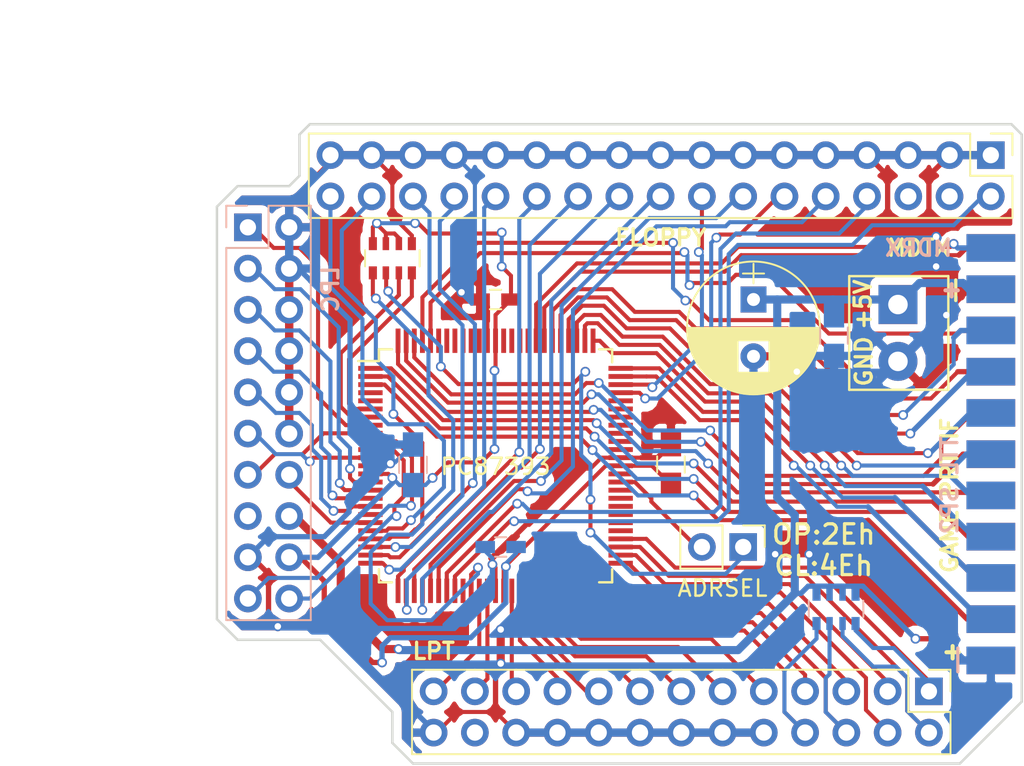
<source format=kicad_pcb>
(kicad_pcb (version 4) (host pcbnew 4.0.6)

  (general
    (links 134)
    (no_connects 0)
    (area 130.099999 93.904999 179.780001 133.425001)
    (thickness 1.6)
    (drawings 33)
    (tracks 900)
    (zones 0)
    (modules 15)
    (nets 69)
  )

  (page A4)
  (layers
    (0 F.Cu signal)
    (31 B.Cu signal)
    (32 B.Adhes user)
    (33 F.Adhes user)
    (34 B.Paste user)
    (35 F.Paste user)
    (36 B.SilkS user)
    (37 F.SilkS user)
    (38 B.Mask user)
    (39 F.Mask user)
    (40 Dwgs.User user)
    (41 Cmts.User user)
    (42 Eco1.User user)
    (43 Eco2.User user)
    (44 Edge.Cuts user)
    (45 Margin user)
    (46 B.CrtYd user)
    (47 F.CrtYd user)
    (48 B.Fab user)
    (49 F.Fab user)
  )

  (setup
    (last_trace_width 0.325)
    (user_trace_width 0.325)
    (user_trace_width 0.4)
    (user_trace_width 0.5)
    (trace_clearance 0.2)
    (zone_clearance 0.508)
    (zone_45_only no)
    (trace_min 0.2)
    (segment_width 0.2)
    (edge_width 0.15)
    (via_size 0.6)
    (via_drill 0.4)
    (via_min_size 0.4)
    (via_min_drill 0.3)
    (uvia_size 0.3)
    (uvia_drill 0.1)
    (uvias_allowed no)
    (uvia_min_size 0.2)
    (uvia_min_drill 0.1)
    (pcb_text_width 0.3)
    (pcb_text_size 1.5 1.5)
    (mod_edge_width 0.15)
    (mod_text_size 1 1)
    (mod_text_width 0.15)
    (pad_size 1.524 1.524)
    (pad_drill 0.762)
    (pad_to_mask_clearance 0.2)
    (aux_axis_origin 0 0)
    (visible_elements FFFFEF7F)
    (pcbplotparams
      (layerselection 0x010f0_80000001)
      (usegerberextensions false)
      (excludeedgelayer true)
      (linewidth 0.100000)
      (plotframeref false)
      (viasonmask false)
      (mode 1)
      (useauxorigin false)
      (hpglpennumber 1)
      (hpglpenspeed 20)
      (hpglpendiameter 15)
      (hpglpenoverlay 2)
      (psnegative false)
      (psa4output false)
      (plotreference true)
      (plotvalue true)
      (plotinvisibletext false)
      (padsonsilk false)
      (subtractmaskfromsilk false)
      (outputformat 1)
      (mirror false)
      (drillshape 0)
      (scaleselection 1)
      (outputdirectory grb/))
  )

  (net 0 "")
  (net 1 VDD)
  (net 2 GND)
  (net 3 +5V)
  (net 4 /LCLK)
  (net 5 /LAD0)
  (net 6 /LAD1)
  (net 7 /LAD2)
  (net 8 /LAD3)
  (net 9 /~LFRAME)
  (net 10 /~LRST)
  (net 11 /CLK48)
  (net 12 /SERIRQ)
  (net 13 /~LDRQ)
  (net 14 /~RI2)
  (net 15 /~DTR2)
  (net 16 /~CTS2)
  (net 17 /SOUT2)
  (net 18 /~RTS2)
  (net 19 /SIN2)
  (net 20 /~DSR2)
  (net 21 /~DCD2)
  (net 22 /JAB0)
  (net 23 /JBB0)
  (net 24 /JAX)
  (net 25 /JBX)
  (net 26 /JBY)
  (net 27 /JAY)
  (net 28 /JBB1)
  (net 29 /JAB1)
  (net 30 /MDTX)
  (net 31 /MDRX)
  (net 32 /DENSEL)
  (net 33 /~INDEX)
  (net 34 /~MOTEA)
  (net 35 /~DRVSB)
  (net 36 /~DRVSA)
  (net 37 /~MOTEB)
  (net 38 /~DIR)
  (net 39 /~STEP)
  (net 40 /~WDATA)
  (net 41 /~WGATE)
  (net 42 /~TRK0)
  (net 43 /~WPT)
  (net 44 /~RDATA)
  (net 45 /~SIDE1)
  (net 46 /~DSKCHG)
  (net 47 /~STROBE)
  (net 48 /D0)
  (net 49 /D1)
  (net 50 /D2)
  (net 51 /D3)
  (net 52 /D4)
  (net 53 /D5)
  (net 54 /D6)
  (net 55 /D7)
  (net 56 /~ACK)
  (net 57 /BUSY)
  (net 58 /PE)
  (net 59 /SEL)
  (net 60 /~AUTOFD)
  (net 61 /~ERROR)
  (net 62 /~INIT)
  (net 63 /~SELIN)
  (net 64 /ADPULL)
  (net 65 "Net-(JP1-Pad2)")
  (net 66 /PNF)
  (net 67 /~LPCPD)
  (net 68 /~CLKR)

  (net_class Default "This is the default net class."
    (clearance 0.2)
    (trace_width 0.25)
    (via_dia 0.6)
    (via_drill 0.4)
    (uvia_dia 0.3)
    (uvia_drill 0.1)
    (add_net +5V)
    (add_net /ADPULL)
    (add_net /BUSY)
    (add_net /CLK48)
    (add_net /D0)
    (add_net /D1)
    (add_net /D2)
    (add_net /D3)
    (add_net /D4)
    (add_net /D5)
    (add_net /D6)
    (add_net /D7)
    (add_net /DENSEL)
    (add_net /JAB0)
    (add_net /JAB1)
    (add_net /JAX)
    (add_net /JAY)
    (add_net /JBB0)
    (add_net /JBB1)
    (add_net /JBX)
    (add_net /JBY)
    (add_net /LAD0)
    (add_net /LAD1)
    (add_net /LAD2)
    (add_net /LAD3)
    (add_net /LCLK)
    (add_net /MDRX)
    (add_net /MDTX)
    (add_net /PE)
    (add_net /PNF)
    (add_net /SEL)
    (add_net /SERIRQ)
    (add_net /SIN2)
    (add_net /SOUT2)
    (add_net /~ACK)
    (add_net /~AUTOFD)
    (add_net /~CLKR)
    (add_net /~CTS2)
    (add_net /~DCD2)
    (add_net /~DIR)
    (add_net /~DRVSA)
    (add_net /~DRVSB)
    (add_net /~DSKCHG)
    (add_net /~DSR2)
    (add_net /~DTR2)
    (add_net /~ERROR)
    (add_net /~INDEX)
    (add_net /~INIT)
    (add_net /~LDRQ)
    (add_net /~LFRAME)
    (add_net /~LPCPD)
    (add_net /~LRST)
    (add_net /~MOTEA)
    (add_net /~MOTEB)
    (add_net /~RDATA)
    (add_net /~RI2)
    (add_net /~RTS2)
    (add_net /~SELIN)
    (add_net /~SIDE1)
    (add_net /~STEP)
    (add_net /~STROBE)
    (add_net /~TRK0)
    (add_net /~WDATA)
    (add_net /~WGATE)
    (add_net /~WPT)
    (add_net GND)
    (add_net "Net-(JP1-Pad2)")
    (add_net VDD)
  )

  (module Terminal_Blocks:TerminalBlock_Pheonix_PT-3.5mm_2pol (layer F.Cu) (tedit 59A4048D) (tstamp 59A1948B)
    (at 172.085 105.085 270)
    (descr "2-way 3.5mm pitch terminal block, Phoenix PT series")
    (path /59A1D7E2)
    (fp_text reference J6 (at 1.75 -4.3 270) (layer F.SilkS) hide
      (effects (font (size 1 1) (thickness 0.15)))
    )
    (fp_text value 5VOUT (at 1.75 4 270) (layer F.Fab) hide
      (effects (font (size 1 1) (thickness 0.15)))
    )
    (fp_line (start -1.9 -3.3) (end 5.4 -3.3) (layer F.CrtYd) (width 0.05))
    (fp_line (start -1.9 3.2) (end -1.9 -3.3) (layer F.CrtYd) (width 0.05))
    (fp_line (start 5.4 3.2) (end -1.9 3.2) (layer F.CrtYd) (width 0.05))
    (fp_line (start 5.4 -3.3) (end 5.4 3.2) (layer F.CrtYd) (width 0.05))
    (fp_line (start -1.75 3) (end 5.25 3) (layer F.SilkS) (width 0.15))
    (fp_line (start -1.75 -3.1) (end -1.75 3) (layer F.SilkS) (width 0.15))
    (fp_line (start 5.25 3) (end 5.25 -3.1) (layer F.SilkS) (width 0.15))
    (fp_line (start 5.25 -3.1) (end -1.75 -3.1) (layer F.SilkS) (width 0.15))
    (pad 2 thru_hole circle (at 3.5 0 270) (size 2.4 2.4) (drill 1.2) (layers *.Cu *.Mask)
      (net 2 GND))
    (pad 1 thru_hole rect (at 0 0 270) (size 2.4 2.4) (drill 1.2) (layers *.Cu *.Mask)
      (net 3 +5V))
  )

  (module Pin_Headers:Pin_Header_Straight_2x11_Pitch2.54mm (layer F.Cu) (tedit 59A3CE0C) (tstamp 59A1FA14)
    (at 176.53 101.6)
    (descr "Through hole straight pin header, 2x11, 2.54mm pitch, double rows")
    (tags "Through hole pin header THT 2x11 2.54mm double row")
    (path /59A28745)
    (fp_text reference J2 (at 1.27 -2.33) (layer F.SilkS) hide
      (effects (font (size 1 1) (thickness 0.15)))
    )
    (fp_text value EXT (at 1.27 27.73) (layer F.Fab) hide
      (effects (font (size 1 1) (thickness 0.15)))
    )
    (fp_line (start 3.175 -1.27) (end 3.175 26.67) (layer F.Fab) (width 0.1))
    (fp_line (start 3.175 -1.27) (end 3.175 26.67) (layer F.SilkS) (width 0.12))
    (fp_text user %R (at 1.27 12.7 90) (layer F.Fab)
      (effects (font (size 1 1) (thickness 0.15)))
    )
    (pad 1 smd rect (at 1.27 0) (size 3 1.7) (layers F.Cu F.Paste F.Mask)
      (net 30 /MDTX))
    (pad 2 smd rect (at 1.27 0) (size 3 1.7) (layers B.Cu B.Paste B.Mask)
      (net 31 /MDRX))
    (pad 3 smd rect (at 1.27 2.54) (size 3 1.7) (layers F.Cu F.Paste F.Mask)
      (net 2 GND))
    (pad 4 smd rect (at 1.27 2.54) (size 3 1.7) (layers B.Cu B.Paste B.Mask)
      (net 3 +5V))
    (pad 5 smd rect (at 1.27 5.08) (size 3 1.7) (layers F.Cu F.Paste F.Mask)
      (net 22 /JAB0))
    (pad 6 smd rect (at 1.27 5.08) (size 3 1.7) (layers B.Cu B.Paste B.Mask)
      (net 14 /~RI2))
    (pad 7 smd rect (at 1.27 7.62) (size 3 1.7) (layers F.Cu F.Paste F.Mask)
      (net 23 /JBB0))
    (pad 8 smd rect (at 1.27 7.62) (size 3 1.7) (layers B.Cu B.Paste B.Mask)
      (net 15 /~DTR2))
    (pad 9 smd rect (at 1.27 10.16) (size 3 1.7) (layers F.Cu F.Paste F.Mask)
      (net 24 /JAX))
    (pad 10 smd rect (at 1.27 10.16) (size 3 1.7) (layers B.Cu B.Paste B.Mask)
      (net 16 /~CTS2))
    (pad 11 smd rect (at 1.27 12.7) (size 3 1.7) (layers F.Cu F.Paste F.Mask)
      (net 25 /JBX))
    (pad 12 smd rect (at 1.27 12.7) (size 3 1.7) (layers B.Cu B.Paste B.Mask)
      (net 17 /SOUT2))
    (pad 13 smd rect (at 1.27 15.24) (size 3 1.7) (layers F.Cu F.Paste F.Mask)
      (net 26 /JBY))
    (pad 14 smd rect (at 1.27 15.24) (size 3 1.7) (layers B.Cu B.Paste B.Mask)
      (net 18 /~RTS2))
    (pad 15 smd rect (at 1.27 17.78) (size 3 1.7) (layers F.Cu F.Paste F.Mask)
      (net 27 /JAY))
    (pad 16 smd rect (at 1.27 17.78) (size 3 1.7) (layers B.Cu B.Paste B.Mask)
      (net 19 /SIN2))
    (pad 17 smd rect (at 1.27 20.32) (size 3 1.7) (layers F.Cu F.Paste F.Mask)
      (net 28 /JBB1))
    (pad 18 smd rect (at 1.27 20.32) (size 3 1.7) (layers B.Cu B.Paste B.Mask)
      (net 20 /~DSR2))
    (pad 19 smd rect (at 1.27 22.86) (size 3 1.7) (layers F.Cu F.Paste F.Mask)
      (net 29 /JAB1))
    (pad 20 smd rect (at 1.27 22.86) (size 3 1.7) (layers B.Cu B.Paste B.Mask)
      (net 21 /~DCD2))
    (pad 21 smd rect (at 1.27 25.4) (size 3 1.7) (layers F.Cu F.Paste F.Mask)
      (net 3 +5V))
    (pad 22 smd rect (at 1.27 25.4) (size 3 1.7) (layers B.Cu B.Paste B.Mask)
      (net 2 GND))
    (model ${KISYS3DMOD}/Pin_Headers.3dshapes/Pin_Header_Straight_2x11_Pitch2.54mm.wrl
      (at (xyz 0.11 -0.5 -0.04))
      (scale (xyz 1 1 1))
      (rotate (xyz 90 0 90))
    )
  )

  (module Capacitors_SMD:C_0805_HandSoldering (layer F.Cu) (tedit 59A3CE95) (tstamp 59A193EC)
    (at 158.115 114.935 90)
    (descr "Capacitor SMD 0805, hand soldering")
    (tags "capacitor 0805")
    (path /59A1E837)
    (attr smd)
    (fp_text reference C1 (at 0 -1.75 90) (layer F.SilkS) hide
      (effects (font (size 1 1) (thickness 0.15)))
    )
    (fp_text value 1u (at 0 1.75 90) (layer F.Fab) hide
      (effects (font (size 1 1) (thickness 0.15)))
    )
    (fp_text user %R (at 0 -1.75 90) (layer F.Fab) hide
      (effects (font (size 1 1) (thickness 0.15)))
    )
    (fp_line (start -1 0.62) (end -1 -0.62) (layer F.Fab) (width 0.1))
    (fp_line (start 1 0.62) (end -1 0.62) (layer F.Fab) (width 0.1))
    (fp_line (start 1 -0.62) (end 1 0.62) (layer F.Fab) (width 0.1))
    (fp_line (start -1 -0.62) (end 1 -0.62) (layer F.Fab) (width 0.1))
    (fp_line (start 0.5 -0.85) (end -0.5 -0.85) (layer F.SilkS) (width 0.12))
    (fp_line (start -0.5 0.85) (end 0.5 0.85) (layer F.SilkS) (width 0.12))
    (fp_line (start -2.25 -0.88) (end 2.25 -0.88) (layer F.CrtYd) (width 0.05))
    (fp_line (start -2.25 -0.88) (end -2.25 0.87) (layer F.CrtYd) (width 0.05))
    (fp_line (start 2.25 0.87) (end 2.25 -0.88) (layer F.CrtYd) (width 0.05))
    (fp_line (start 2.25 0.87) (end -2.25 0.87) (layer F.CrtYd) (width 0.05))
    (pad 1 smd rect (at -1.25 0 90) (size 1.5 1.25) (layers F.Cu F.Paste F.Mask)
      (net 1 VDD))
    (pad 2 smd rect (at 1.25 0 90) (size 1.5 1.25) (layers F.Cu F.Paste F.Mask)
      (net 2 GND))
    (model Capacitors_SMD.3dshapes/C_0805.wrl
      (at (xyz 0 0 0))
      (scale (xyz 1 1 1))
      (rotate (xyz 0 0 0))
    )
  )

  (module Capacitors_SMD:C_0805_HandSoldering (layer B.Cu) (tedit 59A3CEBB) (tstamp 59A193F2)
    (at 142.24 114.955 90)
    (descr "Capacitor SMD 0805, hand soldering")
    (tags "capacitor 0805")
    (path /59A1E8A7)
    (attr smd)
    (fp_text reference C2 (at 0 1.75 90) (layer B.SilkS) hide
      (effects (font (size 1 1) (thickness 0.15)) (justify mirror))
    )
    (fp_text value 1u (at 0 -1.75 90) (layer B.Fab) hide
      (effects (font (size 1 1) (thickness 0.15)) (justify mirror))
    )
    (fp_text user %R (at 0 1.75 90) (layer B.Fab) hide
      (effects (font (size 1 1) (thickness 0.15)) (justify mirror))
    )
    (fp_line (start -1 -0.62) (end -1 0.62) (layer B.Fab) (width 0.1))
    (fp_line (start 1 -0.62) (end -1 -0.62) (layer B.Fab) (width 0.1))
    (fp_line (start 1 0.62) (end 1 -0.62) (layer B.Fab) (width 0.1))
    (fp_line (start -1 0.62) (end 1 0.62) (layer B.Fab) (width 0.1))
    (fp_line (start 0.5 0.85) (end -0.5 0.85) (layer B.SilkS) (width 0.12))
    (fp_line (start -0.5 -0.85) (end 0.5 -0.85) (layer B.SilkS) (width 0.12))
    (fp_line (start -2.25 0.88) (end 2.25 0.88) (layer B.CrtYd) (width 0.05))
    (fp_line (start -2.25 0.88) (end -2.25 -0.87) (layer B.CrtYd) (width 0.05))
    (fp_line (start 2.25 -0.87) (end 2.25 0.88) (layer B.CrtYd) (width 0.05))
    (fp_line (start 2.25 -0.87) (end -2.25 -0.87) (layer B.CrtYd) (width 0.05))
    (pad 1 smd rect (at -1.25 0 90) (size 1.5 1.25) (layers B.Cu B.Paste B.Mask)
      (net 1 VDD))
    (pad 2 smd rect (at 1.25 0 90) (size 1.5 1.25) (layers B.Cu B.Paste B.Mask)
      (net 2 GND))
    (model Capacitors_SMD.3dshapes/C_0805.wrl
      (at (xyz 0 0 0))
      (scale (xyz 1 1 1))
      (rotate (xyz 0 0 0))
    )
  )

  (module Capacitors_SMD:C_0603_HandSoldering (layer B.Cu) (tedit 59A3CEBE) (tstamp 59A193F8)
    (at 147.635 120.015 180)
    (descr "Capacitor SMD 0603, hand soldering")
    (tags "capacitor 0603")
    (path /59A1E8F6)
    (attr smd)
    (fp_text reference C3 (at 0 1.25 180) (layer B.SilkS) hide
      (effects (font (size 1 1) (thickness 0.15)) (justify mirror))
    )
    (fp_text value .1u (at 0 -1.5 180) (layer B.Fab) hide
      (effects (font (size 1 1) (thickness 0.15)) (justify mirror))
    )
    (fp_text user %R (at 0 1.25 180) (layer B.Fab) hide
      (effects (font (size 1 1) (thickness 0.15)) (justify mirror))
    )
    (fp_line (start -0.8 -0.4) (end -0.8 0.4) (layer B.Fab) (width 0.1))
    (fp_line (start 0.8 -0.4) (end -0.8 -0.4) (layer B.Fab) (width 0.1))
    (fp_line (start 0.8 0.4) (end 0.8 -0.4) (layer B.Fab) (width 0.1))
    (fp_line (start -0.8 0.4) (end 0.8 0.4) (layer B.Fab) (width 0.1))
    (fp_line (start -0.35 0.6) (end 0.35 0.6) (layer B.SilkS) (width 0.12))
    (fp_line (start 0.35 -0.6) (end -0.35 -0.6) (layer B.SilkS) (width 0.12))
    (fp_line (start -1.8 0.65) (end 1.8 0.65) (layer B.CrtYd) (width 0.05))
    (fp_line (start -1.8 0.65) (end -1.8 -0.65) (layer B.CrtYd) (width 0.05))
    (fp_line (start 1.8 -0.65) (end 1.8 0.65) (layer B.CrtYd) (width 0.05))
    (fp_line (start 1.8 -0.65) (end -1.8 -0.65) (layer B.CrtYd) (width 0.05))
    (pad 1 smd rect (at -0.95 0 180) (size 1.2 0.75) (layers B.Cu B.Paste B.Mask)
      (net 1 VDD))
    (pad 2 smd rect (at 0.95 0 180) (size 1.2 0.75) (layers B.Cu B.Paste B.Mask)
      (net 2 GND))
    (model Capacitors_SMD.3dshapes/C_0603.wrl
      (at (xyz 0 0 0))
      (scale (xyz 1 1 1))
      (rotate (xyz 0 0 0))
    )
  )

  (module Capacitors_SMD:C_0603_HandSoldering (layer F.Cu) (tedit 59A3CEA1) (tstamp 59A193FE)
    (at 147.32 104.775 180)
    (descr "Capacitor SMD 0603, hand soldering")
    (tags "capacitor 0603")
    (path /59A1E96F)
    (attr smd)
    (fp_text reference C4 (at 0 -1.25 180) (layer F.SilkS) hide
      (effects (font (size 1 1) (thickness 0.15)))
    )
    (fp_text value .1u (at 0 1.5 180) (layer F.Fab) hide
      (effects (font (size 1 1) (thickness 0.15)))
    )
    (fp_text user %R (at 0 -1.25 180) (layer F.Fab) hide
      (effects (font (size 1 1) (thickness 0.15)))
    )
    (fp_line (start -0.8 0.4) (end -0.8 -0.4) (layer F.Fab) (width 0.1))
    (fp_line (start 0.8 0.4) (end -0.8 0.4) (layer F.Fab) (width 0.1))
    (fp_line (start 0.8 -0.4) (end 0.8 0.4) (layer F.Fab) (width 0.1))
    (fp_line (start -0.8 -0.4) (end 0.8 -0.4) (layer F.Fab) (width 0.1))
    (fp_line (start -0.35 -0.6) (end 0.35 -0.6) (layer F.SilkS) (width 0.12))
    (fp_line (start 0.35 0.6) (end -0.35 0.6) (layer F.SilkS) (width 0.12))
    (fp_line (start -1.8 -0.65) (end 1.8 -0.65) (layer F.CrtYd) (width 0.05))
    (fp_line (start -1.8 -0.65) (end -1.8 0.65) (layer F.CrtYd) (width 0.05))
    (fp_line (start 1.8 0.65) (end 1.8 -0.65) (layer F.CrtYd) (width 0.05))
    (fp_line (start 1.8 0.65) (end -1.8 0.65) (layer F.CrtYd) (width 0.05))
    (pad 1 smd rect (at -0.95 0 180) (size 1.2 0.75) (layers F.Cu F.Paste F.Mask)
      (net 1 VDD))
    (pad 2 smd rect (at 0.95 0 180) (size 1.2 0.75) (layers F.Cu F.Paste F.Mask)
      (net 2 GND))
    (model Capacitors_SMD.3dshapes/C_0603.wrl
      (at (xyz 0 0 0))
      (scale (xyz 1 1 1))
      (rotate (xyz 0 0 0))
    )
  )

  (module Capacitors_ThroughHole:CP_Radial_D8.0mm_P3.50mm (layer F.Cu) (tedit 59A3CE4F) (tstamp 59A1940A)
    (at 163.195 104.775 270)
    (descr "CP, Radial series, Radial, pin pitch=3.50mm, , diameter=8mm, Electrolytic Capacitor")
    (tags "CP Radial series Radial pin pitch 3.50mm  diameter 8mm Electrolytic Capacitor")
    (path /59A1DAD2)
    (fp_text reference C6 (at 1.75 -5.31 270) (layer F.SilkS) hide
      (effects (font (size 1 1) (thickness 0.15)))
    )
    (fp_text value 100u (at 1.75 5.31 270) (layer F.Fab) hide
      (effects (font (size 1 1) (thickness 0.15)))
    )
    (fp_circle (center 1.75 0) (end 5.75 0) (layer F.Fab) (width 0.1))
    (fp_circle (center 1.75 0) (end 5.84 0) (layer F.SilkS) (width 0.12))
    (fp_line (start -2.2 0) (end -1 0) (layer F.Fab) (width 0.1))
    (fp_line (start -1.6 -0.65) (end -1.6 0.65) (layer F.Fab) (width 0.1))
    (fp_line (start 1.75 -4.05) (end 1.75 4.05) (layer F.SilkS) (width 0.12))
    (fp_line (start 1.79 -4.05) (end 1.79 4.05) (layer F.SilkS) (width 0.12))
    (fp_line (start 1.83 -4.05) (end 1.83 4.05) (layer F.SilkS) (width 0.12))
    (fp_line (start 1.87 -4.049) (end 1.87 4.049) (layer F.SilkS) (width 0.12))
    (fp_line (start 1.91 -4.047) (end 1.91 4.047) (layer F.SilkS) (width 0.12))
    (fp_line (start 1.95 -4.046) (end 1.95 4.046) (layer F.SilkS) (width 0.12))
    (fp_line (start 1.99 -4.043) (end 1.99 4.043) (layer F.SilkS) (width 0.12))
    (fp_line (start 2.03 -4.041) (end 2.03 4.041) (layer F.SilkS) (width 0.12))
    (fp_line (start 2.07 -4.038) (end 2.07 4.038) (layer F.SilkS) (width 0.12))
    (fp_line (start 2.11 -4.035) (end 2.11 4.035) (layer F.SilkS) (width 0.12))
    (fp_line (start 2.15 -4.031) (end 2.15 4.031) (layer F.SilkS) (width 0.12))
    (fp_line (start 2.19 -4.027) (end 2.19 4.027) (layer F.SilkS) (width 0.12))
    (fp_line (start 2.23 -4.022) (end 2.23 4.022) (layer F.SilkS) (width 0.12))
    (fp_line (start 2.27 -4.017) (end 2.27 4.017) (layer F.SilkS) (width 0.12))
    (fp_line (start 2.31 -4.012) (end 2.31 4.012) (layer F.SilkS) (width 0.12))
    (fp_line (start 2.35 -4.006) (end 2.35 4.006) (layer F.SilkS) (width 0.12))
    (fp_line (start 2.39 -4) (end 2.39 4) (layer F.SilkS) (width 0.12))
    (fp_line (start 2.43 -3.994) (end 2.43 3.994) (layer F.SilkS) (width 0.12))
    (fp_line (start 2.471 -3.987) (end 2.471 3.987) (layer F.SilkS) (width 0.12))
    (fp_line (start 2.511 -3.979) (end 2.511 3.979) (layer F.SilkS) (width 0.12))
    (fp_line (start 2.551 -3.971) (end 2.551 -0.98) (layer F.SilkS) (width 0.12))
    (fp_line (start 2.551 0.98) (end 2.551 3.971) (layer F.SilkS) (width 0.12))
    (fp_line (start 2.591 -3.963) (end 2.591 -0.98) (layer F.SilkS) (width 0.12))
    (fp_line (start 2.591 0.98) (end 2.591 3.963) (layer F.SilkS) (width 0.12))
    (fp_line (start 2.631 -3.955) (end 2.631 -0.98) (layer F.SilkS) (width 0.12))
    (fp_line (start 2.631 0.98) (end 2.631 3.955) (layer F.SilkS) (width 0.12))
    (fp_line (start 2.671 -3.946) (end 2.671 -0.98) (layer F.SilkS) (width 0.12))
    (fp_line (start 2.671 0.98) (end 2.671 3.946) (layer F.SilkS) (width 0.12))
    (fp_line (start 2.711 -3.936) (end 2.711 -0.98) (layer F.SilkS) (width 0.12))
    (fp_line (start 2.711 0.98) (end 2.711 3.936) (layer F.SilkS) (width 0.12))
    (fp_line (start 2.751 -3.926) (end 2.751 -0.98) (layer F.SilkS) (width 0.12))
    (fp_line (start 2.751 0.98) (end 2.751 3.926) (layer F.SilkS) (width 0.12))
    (fp_line (start 2.791 -3.916) (end 2.791 -0.98) (layer F.SilkS) (width 0.12))
    (fp_line (start 2.791 0.98) (end 2.791 3.916) (layer F.SilkS) (width 0.12))
    (fp_line (start 2.831 -3.905) (end 2.831 -0.98) (layer F.SilkS) (width 0.12))
    (fp_line (start 2.831 0.98) (end 2.831 3.905) (layer F.SilkS) (width 0.12))
    (fp_line (start 2.871 -3.894) (end 2.871 -0.98) (layer F.SilkS) (width 0.12))
    (fp_line (start 2.871 0.98) (end 2.871 3.894) (layer F.SilkS) (width 0.12))
    (fp_line (start 2.911 -3.883) (end 2.911 -0.98) (layer F.SilkS) (width 0.12))
    (fp_line (start 2.911 0.98) (end 2.911 3.883) (layer F.SilkS) (width 0.12))
    (fp_line (start 2.951 -3.87) (end 2.951 -0.98) (layer F.SilkS) (width 0.12))
    (fp_line (start 2.951 0.98) (end 2.951 3.87) (layer F.SilkS) (width 0.12))
    (fp_line (start 2.991 -3.858) (end 2.991 -0.98) (layer F.SilkS) (width 0.12))
    (fp_line (start 2.991 0.98) (end 2.991 3.858) (layer F.SilkS) (width 0.12))
    (fp_line (start 3.031 -3.845) (end 3.031 -0.98) (layer F.SilkS) (width 0.12))
    (fp_line (start 3.031 0.98) (end 3.031 3.845) (layer F.SilkS) (width 0.12))
    (fp_line (start 3.071 -3.832) (end 3.071 -0.98) (layer F.SilkS) (width 0.12))
    (fp_line (start 3.071 0.98) (end 3.071 3.832) (layer F.SilkS) (width 0.12))
    (fp_line (start 3.111 -3.818) (end 3.111 -0.98) (layer F.SilkS) (width 0.12))
    (fp_line (start 3.111 0.98) (end 3.111 3.818) (layer F.SilkS) (width 0.12))
    (fp_line (start 3.151 -3.803) (end 3.151 -0.98) (layer F.SilkS) (width 0.12))
    (fp_line (start 3.151 0.98) (end 3.151 3.803) (layer F.SilkS) (width 0.12))
    (fp_line (start 3.191 -3.789) (end 3.191 -0.98) (layer F.SilkS) (width 0.12))
    (fp_line (start 3.191 0.98) (end 3.191 3.789) (layer F.SilkS) (width 0.12))
    (fp_line (start 3.231 -3.773) (end 3.231 -0.98) (layer F.SilkS) (width 0.12))
    (fp_line (start 3.231 0.98) (end 3.231 3.773) (layer F.SilkS) (width 0.12))
    (fp_line (start 3.271 -3.758) (end 3.271 -0.98) (layer F.SilkS) (width 0.12))
    (fp_line (start 3.271 0.98) (end 3.271 3.758) (layer F.SilkS) (width 0.12))
    (fp_line (start 3.311 -3.741) (end 3.311 -0.98) (layer F.SilkS) (width 0.12))
    (fp_line (start 3.311 0.98) (end 3.311 3.741) (layer F.SilkS) (width 0.12))
    (fp_line (start 3.351 -3.725) (end 3.351 -0.98) (layer F.SilkS) (width 0.12))
    (fp_line (start 3.351 0.98) (end 3.351 3.725) (layer F.SilkS) (width 0.12))
    (fp_line (start 3.391 -3.707) (end 3.391 -0.98) (layer F.SilkS) (width 0.12))
    (fp_line (start 3.391 0.98) (end 3.391 3.707) (layer F.SilkS) (width 0.12))
    (fp_line (start 3.431 -3.69) (end 3.431 -0.98) (layer F.SilkS) (width 0.12))
    (fp_line (start 3.431 0.98) (end 3.431 3.69) (layer F.SilkS) (width 0.12))
    (fp_line (start 3.471 -3.671) (end 3.471 -0.98) (layer F.SilkS) (width 0.12))
    (fp_line (start 3.471 0.98) (end 3.471 3.671) (layer F.SilkS) (width 0.12))
    (fp_line (start 3.511 -3.652) (end 3.511 -0.98) (layer F.SilkS) (width 0.12))
    (fp_line (start 3.511 0.98) (end 3.511 3.652) (layer F.SilkS) (width 0.12))
    (fp_line (start 3.551 -3.633) (end 3.551 -0.98) (layer F.SilkS) (width 0.12))
    (fp_line (start 3.551 0.98) (end 3.551 3.633) (layer F.SilkS) (width 0.12))
    (fp_line (start 3.591 -3.613) (end 3.591 -0.98) (layer F.SilkS) (width 0.12))
    (fp_line (start 3.591 0.98) (end 3.591 3.613) (layer F.SilkS) (width 0.12))
    (fp_line (start 3.631 -3.593) (end 3.631 -0.98) (layer F.SilkS) (width 0.12))
    (fp_line (start 3.631 0.98) (end 3.631 3.593) (layer F.SilkS) (width 0.12))
    (fp_line (start 3.671 -3.572) (end 3.671 -0.98) (layer F.SilkS) (width 0.12))
    (fp_line (start 3.671 0.98) (end 3.671 3.572) (layer F.SilkS) (width 0.12))
    (fp_line (start 3.711 -3.55) (end 3.711 -0.98) (layer F.SilkS) (width 0.12))
    (fp_line (start 3.711 0.98) (end 3.711 3.55) (layer F.SilkS) (width 0.12))
    (fp_line (start 3.751 -3.528) (end 3.751 -0.98) (layer F.SilkS) (width 0.12))
    (fp_line (start 3.751 0.98) (end 3.751 3.528) (layer F.SilkS) (width 0.12))
    (fp_line (start 3.791 -3.505) (end 3.791 -0.98) (layer F.SilkS) (width 0.12))
    (fp_line (start 3.791 0.98) (end 3.791 3.505) (layer F.SilkS) (width 0.12))
    (fp_line (start 3.831 -3.482) (end 3.831 -0.98) (layer F.SilkS) (width 0.12))
    (fp_line (start 3.831 0.98) (end 3.831 3.482) (layer F.SilkS) (width 0.12))
    (fp_line (start 3.871 -3.458) (end 3.871 -0.98) (layer F.SilkS) (width 0.12))
    (fp_line (start 3.871 0.98) (end 3.871 3.458) (layer F.SilkS) (width 0.12))
    (fp_line (start 3.911 -3.434) (end 3.911 -0.98) (layer F.SilkS) (width 0.12))
    (fp_line (start 3.911 0.98) (end 3.911 3.434) (layer F.SilkS) (width 0.12))
    (fp_line (start 3.951 -3.408) (end 3.951 -0.98) (layer F.SilkS) (width 0.12))
    (fp_line (start 3.951 0.98) (end 3.951 3.408) (layer F.SilkS) (width 0.12))
    (fp_line (start 3.991 -3.383) (end 3.991 -0.98) (layer F.SilkS) (width 0.12))
    (fp_line (start 3.991 0.98) (end 3.991 3.383) (layer F.SilkS) (width 0.12))
    (fp_line (start 4.031 -3.356) (end 4.031 -0.98) (layer F.SilkS) (width 0.12))
    (fp_line (start 4.031 0.98) (end 4.031 3.356) (layer F.SilkS) (width 0.12))
    (fp_line (start 4.071 -3.329) (end 4.071 -0.98) (layer F.SilkS) (width 0.12))
    (fp_line (start 4.071 0.98) (end 4.071 3.329) (layer F.SilkS) (width 0.12))
    (fp_line (start 4.111 -3.301) (end 4.111 -0.98) (layer F.SilkS) (width 0.12))
    (fp_line (start 4.111 0.98) (end 4.111 3.301) (layer F.SilkS) (width 0.12))
    (fp_line (start 4.151 -3.272) (end 4.151 -0.98) (layer F.SilkS) (width 0.12))
    (fp_line (start 4.151 0.98) (end 4.151 3.272) (layer F.SilkS) (width 0.12))
    (fp_line (start 4.191 -3.243) (end 4.191 -0.98) (layer F.SilkS) (width 0.12))
    (fp_line (start 4.191 0.98) (end 4.191 3.243) (layer F.SilkS) (width 0.12))
    (fp_line (start 4.231 -3.213) (end 4.231 -0.98) (layer F.SilkS) (width 0.12))
    (fp_line (start 4.231 0.98) (end 4.231 3.213) (layer F.SilkS) (width 0.12))
    (fp_line (start 4.271 -3.182) (end 4.271 -0.98) (layer F.SilkS) (width 0.12))
    (fp_line (start 4.271 0.98) (end 4.271 3.182) (layer F.SilkS) (width 0.12))
    (fp_line (start 4.311 -3.15) (end 4.311 -0.98) (layer F.SilkS) (width 0.12))
    (fp_line (start 4.311 0.98) (end 4.311 3.15) (layer F.SilkS) (width 0.12))
    (fp_line (start 4.351 -3.118) (end 4.351 -0.98) (layer F.SilkS) (width 0.12))
    (fp_line (start 4.351 0.98) (end 4.351 3.118) (layer F.SilkS) (width 0.12))
    (fp_line (start 4.391 -3.084) (end 4.391 -0.98) (layer F.SilkS) (width 0.12))
    (fp_line (start 4.391 0.98) (end 4.391 3.084) (layer F.SilkS) (width 0.12))
    (fp_line (start 4.431 -3.05) (end 4.431 -0.98) (layer F.SilkS) (width 0.12))
    (fp_line (start 4.431 0.98) (end 4.431 3.05) (layer F.SilkS) (width 0.12))
    (fp_line (start 4.471 -3.015) (end 4.471 -0.98) (layer F.SilkS) (width 0.12))
    (fp_line (start 4.471 0.98) (end 4.471 3.015) (layer F.SilkS) (width 0.12))
    (fp_line (start 4.511 -2.979) (end 4.511 2.979) (layer F.SilkS) (width 0.12))
    (fp_line (start 4.551 -2.942) (end 4.551 2.942) (layer F.SilkS) (width 0.12))
    (fp_line (start 4.591 -2.904) (end 4.591 2.904) (layer F.SilkS) (width 0.12))
    (fp_line (start 4.631 -2.865) (end 4.631 2.865) (layer F.SilkS) (width 0.12))
    (fp_line (start 4.671 -2.824) (end 4.671 2.824) (layer F.SilkS) (width 0.12))
    (fp_line (start 4.711 -2.783) (end 4.711 2.783) (layer F.SilkS) (width 0.12))
    (fp_line (start 4.751 -2.74) (end 4.751 2.74) (layer F.SilkS) (width 0.12))
    (fp_line (start 4.791 -2.697) (end 4.791 2.697) (layer F.SilkS) (width 0.12))
    (fp_line (start 4.831 -2.652) (end 4.831 2.652) (layer F.SilkS) (width 0.12))
    (fp_line (start 4.871 -2.605) (end 4.871 2.605) (layer F.SilkS) (width 0.12))
    (fp_line (start 4.911 -2.557) (end 4.911 2.557) (layer F.SilkS) (width 0.12))
    (fp_line (start 4.951 -2.508) (end 4.951 2.508) (layer F.SilkS) (width 0.12))
    (fp_line (start 4.991 -2.457) (end 4.991 2.457) (layer F.SilkS) (width 0.12))
    (fp_line (start 5.031 -2.404) (end 5.031 2.404) (layer F.SilkS) (width 0.12))
    (fp_line (start 5.071 -2.349) (end 5.071 2.349) (layer F.SilkS) (width 0.12))
    (fp_line (start 5.111 -2.293) (end 5.111 2.293) (layer F.SilkS) (width 0.12))
    (fp_line (start 5.151 -2.234) (end 5.151 2.234) (layer F.SilkS) (width 0.12))
    (fp_line (start 5.191 -2.173) (end 5.191 2.173) (layer F.SilkS) (width 0.12))
    (fp_line (start 5.231 -2.109) (end 5.231 2.109) (layer F.SilkS) (width 0.12))
    (fp_line (start 5.271 -2.043) (end 5.271 2.043) (layer F.SilkS) (width 0.12))
    (fp_line (start 5.311 -1.974) (end 5.311 1.974) (layer F.SilkS) (width 0.12))
    (fp_line (start 5.351 -1.902) (end 5.351 1.902) (layer F.SilkS) (width 0.12))
    (fp_line (start 5.391 -1.826) (end 5.391 1.826) (layer F.SilkS) (width 0.12))
    (fp_line (start 5.431 -1.745) (end 5.431 1.745) (layer F.SilkS) (width 0.12))
    (fp_line (start 5.471 -1.66) (end 5.471 1.66) (layer F.SilkS) (width 0.12))
    (fp_line (start 5.511 -1.57) (end 5.511 1.57) (layer F.SilkS) (width 0.12))
    (fp_line (start 5.551 -1.473) (end 5.551 1.473) (layer F.SilkS) (width 0.12))
    (fp_line (start 5.591 -1.369) (end 5.591 1.369) (layer F.SilkS) (width 0.12))
    (fp_line (start 5.631 -1.254) (end 5.631 1.254) (layer F.SilkS) (width 0.12))
    (fp_line (start 5.671 -1.127) (end 5.671 1.127) (layer F.SilkS) (width 0.12))
    (fp_line (start 5.711 -0.983) (end 5.711 0.983) (layer F.SilkS) (width 0.12))
    (fp_line (start 5.751 -0.814) (end 5.751 0.814) (layer F.SilkS) (width 0.12))
    (fp_line (start 5.791 -0.598) (end 5.791 0.598) (layer F.SilkS) (width 0.12))
    (fp_line (start 5.831 -0.246) (end 5.831 0.246) (layer F.SilkS) (width 0.12))
    (fp_line (start -2.2 0) (end -1 0) (layer F.SilkS) (width 0.12))
    (fp_line (start -1.6 -0.65) (end -1.6 0.65) (layer F.SilkS) (width 0.12))
    (fp_line (start -2.6 -4.35) (end -2.6 4.35) (layer F.CrtYd) (width 0.05))
    (fp_line (start -2.6 4.35) (end 6.1 4.35) (layer F.CrtYd) (width 0.05))
    (fp_line (start 6.1 4.35) (end 6.1 -4.35) (layer F.CrtYd) (width 0.05))
    (fp_line (start 6.1 -4.35) (end -2.6 -4.35) (layer F.CrtYd) (width 0.05))
    (fp_text user %R (at 1.75 0 270) (layer F.Fab) hide
      (effects (font (size 1 1) (thickness 0.15)))
    )
    (pad 1 thru_hole rect (at 0 0 270) (size 1.6 1.6) (drill 0.8) (layers *.Cu *.Mask)
      (net 3 +5V))
    (pad 2 thru_hole circle (at 3.5 0 270) (size 1.6 1.6) (drill 0.8) (layers *.Cu *.Mask)
      (net 2 GND))
    (model ${KISYS3DMOD}/Capacitors_THT.3dshapes/CP_Radial_D8.0mm_P3.50mm.wrl
      (at (xyz 0 0 0))
      (scale (xyz 0.3937007874 0.3937007874 0.3937007874))
      (rotate (xyz 0 0 0))
    )
  )

  (module Socket_Strips:Socket_Strip_Straight_2x10_Pitch2.54mm (layer B.Cu) (tedit 59A3CE27) (tstamp 59A19422)
    (at 132.08 100.33 180)
    (descr "Through hole straight socket strip, 2x10, 2.54mm pitch, double rows")
    (tags "Through hole socket strip THT 2x10 2.54mm double row")
    (path /59A1426F)
    (fp_text reference J1 (at -1.27 2.33 180) (layer B.SilkS) hide
      (effects (font (size 1 1) (thickness 0.15)) (justify mirror))
    )
    (fp_text value PCE_LPCEXT (at -1.27 -25.19 180) (layer B.Fab) hide
      (effects (font (size 1 1) (thickness 0.15)) (justify mirror))
    )
    (fp_line (start -3.81 1.27) (end -3.81 -24.13) (layer B.Fab) (width 0.1))
    (fp_line (start -3.81 -24.13) (end 1.27 -24.13) (layer B.Fab) (width 0.1))
    (fp_line (start 1.27 -24.13) (end 1.27 1.27) (layer B.Fab) (width 0.1))
    (fp_line (start 1.27 1.27) (end -3.81 1.27) (layer B.Fab) (width 0.1))
    (fp_line (start 1.33 -1.27) (end 1.33 -24.19) (layer B.SilkS) (width 0.12))
    (fp_line (start 1.33 -24.19) (end -3.87 -24.19) (layer B.SilkS) (width 0.12))
    (fp_line (start -3.87 -24.19) (end -3.87 1.33) (layer B.SilkS) (width 0.12))
    (fp_line (start -3.87 1.33) (end -1.27 1.33) (layer B.SilkS) (width 0.12))
    (fp_line (start -1.27 1.33) (end -1.27 -1.27) (layer B.SilkS) (width 0.12))
    (fp_line (start -1.27 -1.27) (end 1.33 -1.27) (layer B.SilkS) (width 0.12))
    (fp_line (start 1.33 0) (end 1.33 1.33) (layer B.SilkS) (width 0.12))
    (fp_line (start 1.33 1.33) (end 0.06 1.33) (layer B.SilkS) (width 0.12))
    (fp_line (start -4.35 1.8) (end -4.35 -24.65) (layer B.CrtYd) (width 0.05))
    (fp_line (start -4.35 -24.65) (end 1.8 -24.65) (layer B.CrtYd) (width 0.05))
    (fp_line (start 1.8 -24.65) (end 1.8 1.8) (layer B.CrtYd) (width 0.05))
    (fp_line (start 1.8 1.8) (end -4.35 1.8) (layer B.CrtYd) (width 0.05))
    (fp_text user %R (at -1.27 2.33 180) (layer B.Fab) hide
      (effects (font (size 1 1) (thickness 0.15)) (justify mirror))
    )
    (pad 1 thru_hole rect (at 0 0 180) (size 1.7 1.7) (drill 1) (layers *.Cu *.Mask)
      (net 4 /LCLK))
    (pad 2 thru_hole oval (at -2.54 0 180) (size 1.7 1.7) (drill 1) (layers *.Cu *.Mask)
      (net 2 GND))
    (pad 3 thru_hole oval (at 0 -2.54 180) (size 1.7 1.7) (drill 1) (layers *.Cu *.Mask)
      (net 5 /LAD0))
    (pad 4 thru_hole oval (at -2.54 -2.54 180) (size 1.7 1.7) (drill 1) (layers *.Cu *.Mask)
      (net 2 GND))
    (pad 5 thru_hole oval (at 0 -5.08 180) (size 1.7 1.7) (drill 1) (layers *.Cu *.Mask)
      (net 6 /LAD1))
    (pad 6 thru_hole oval (at -2.54 -5.08 180) (size 1.7 1.7) (drill 1) (layers *.Cu *.Mask)
      (net 2 GND))
    (pad 7 thru_hole oval (at 0 -7.62 180) (size 1.7 1.7) (drill 1) (layers *.Cu *.Mask)
      (net 7 /LAD2))
    (pad 8 thru_hole oval (at -2.54 -7.62 180) (size 1.7 1.7) (drill 1) (layers *.Cu *.Mask)
      (net 2 GND))
    (pad 9 thru_hole oval (at 0 -10.16 180) (size 1.7 1.7) (drill 1) (layers *.Cu *.Mask)
      (net 8 /LAD3))
    (pad 10 thru_hole oval (at -2.54 -10.16 180) (size 1.7 1.7) (drill 1) (layers *.Cu *.Mask)
      (net 2 GND))
    (pad 11 thru_hole oval (at 0 -12.7 180) (size 1.7 1.7) (drill 1) (layers *.Cu *.Mask)
      (net 9 /~LFRAME))
    (pad 12 thru_hole oval (at -2.54 -12.7 180) (size 1.7 1.7) (drill 1) (layers *.Cu *.Mask)
      (net 2 GND))
    (pad 13 thru_hole oval (at 0 -15.24 180) (size 1.7 1.7) (drill 1) (layers *.Cu *.Mask)
      (net 10 /~LRST))
    (pad 14 thru_hole oval (at -2.54 -15.24 180) (size 1.7 1.7) (drill 1) (layers *.Cu *.Mask)
      (net 11 /CLK48))
    (pad 15 thru_hole oval (at 0 -17.78 180) (size 1.7 1.7) (drill 1) (layers *.Cu *.Mask))
    (pad 16 thru_hole oval (at -2.54 -17.78 180) (size 1.7 1.7) (drill 1) (layers *.Cu *.Mask)
      (net 3 +5V))
    (pad 17 thru_hole oval (at 0 -20.32 180) (size 1.7 1.7) (drill 1) (layers *.Cu *.Mask)
      (net 2 GND))
    (pad 18 thru_hole oval (at -2.54 -20.32 180) (size 1.7 1.7) (drill 1) (layers *.Cu *.Mask)
      (net 1 VDD))
    (pad 19 thru_hole oval (at 0 -22.86 180) (size 1.7 1.7) (drill 1) (layers *.Cu *.Mask)
      (net 12 /SERIRQ))
    (pad 20 thru_hole oval (at -2.54 -22.86 180) (size 1.7 1.7) (drill 1) (layers *.Cu *.Mask)
      (net 13 /~LDRQ))
    (model ${KISYS3DMOD}/Socket_Strips.3dshapes/Socket_Strip_Straight_2x10_Pitch2.54mm.wrl
      (at (xyz -0.05 -0.45 0))
      (scale (xyz 1 1 1))
      (rotate (xyz 0 0 270))
    )
  )

  (module Pin_Headers:Pin_Header_Straight_2x17_Pitch2.54mm (layer F.Cu) (tedit 59A3CE1B) (tstamp 59A19466)
    (at 177.8 95.885 270)
    (descr "Through hole straight pin header, 2x17, 2.54mm pitch, double rows")
    (tags "Through hole pin header THT 2x17 2.54mm double row")
    (path /59A157EC)
    (fp_text reference J4 (at 1.27 -2.33 270) (layer F.SilkS) hide
      (effects (font (size 1 1) (thickness 0.15)))
    )
    (fp_text value FLOPPY (at 1.27 42.97 270) (layer F.Fab) hide
      (effects (font (size 1 1) (thickness 0.15)))
    )
    (fp_line (start 0 -1.27) (end 3.81 -1.27) (layer F.Fab) (width 0.1))
    (fp_line (start 3.81 -1.27) (end 3.81 41.91) (layer F.Fab) (width 0.1))
    (fp_line (start 3.81 41.91) (end -1.27 41.91) (layer F.Fab) (width 0.1))
    (fp_line (start -1.27 41.91) (end -1.27 0) (layer F.Fab) (width 0.1))
    (fp_line (start -1.27 0) (end 0 -1.27) (layer F.Fab) (width 0.1))
    (fp_line (start -1.33 41.97) (end 3.87 41.97) (layer F.SilkS) (width 0.12))
    (fp_line (start -1.33 1.27) (end -1.33 41.97) (layer F.SilkS) (width 0.12))
    (fp_line (start 3.87 -1.33) (end 3.87 41.97) (layer F.SilkS) (width 0.12))
    (fp_line (start -1.33 1.27) (end 1.27 1.27) (layer F.SilkS) (width 0.12))
    (fp_line (start 1.27 1.27) (end 1.27 -1.33) (layer F.SilkS) (width 0.12))
    (fp_line (start 1.27 -1.33) (end 3.87 -1.33) (layer F.SilkS) (width 0.12))
    (fp_line (start -1.33 0) (end -1.33 -1.33) (layer F.SilkS) (width 0.12))
    (fp_line (start -1.33 -1.33) (end 0 -1.33) (layer F.SilkS) (width 0.12))
    (fp_line (start -1.8 -1.8) (end -1.8 42.45) (layer F.CrtYd) (width 0.05))
    (fp_line (start -1.8 42.45) (end 4.35 42.45) (layer F.CrtYd) (width 0.05))
    (fp_line (start 4.35 42.45) (end 4.35 -1.8) (layer F.CrtYd) (width 0.05))
    (fp_line (start 4.35 -1.8) (end -1.8 -1.8) (layer F.CrtYd) (width 0.05))
    (fp_text user %R (at 1.27 20.32 360) (layer F.Fab) hide
      (effects (font (size 1 1) (thickness 0.15)))
    )
    (pad 1 thru_hole rect (at 0 0 270) (size 1.7 1.7) (drill 1) (layers *.Cu *.Mask)
      (net 2 GND))
    (pad 2 thru_hole oval (at 2.54 0 270) (size 1.7 1.7) (drill 1) (layers *.Cu *.Mask)
      (net 32 /DENSEL))
    (pad 3 thru_hole oval (at 0 2.54 270) (size 1.7 1.7) (drill 1) (layers *.Cu *.Mask)
      (net 2 GND))
    (pad 4 thru_hole oval (at 2.54 2.54 270) (size 1.7 1.7) (drill 1) (layers *.Cu *.Mask))
    (pad 5 thru_hole oval (at 0 5.08 270) (size 1.7 1.7) (drill 1) (layers *.Cu *.Mask)
      (net 2 GND))
    (pad 6 thru_hole oval (at 2.54 5.08 270) (size 1.7 1.7) (drill 1) (layers *.Cu *.Mask))
    (pad 7 thru_hole oval (at 0 7.62 270) (size 1.7 1.7) (drill 1) (layers *.Cu *.Mask)
      (net 2 GND))
    (pad 8 thru_hole oval (at 2.54 7.62 270) (size 1.7 1.7) (drill 1) (layers *.Cu *.Mask)
      (net 33 /~INDEX))
    (pad 9 thru_hole oval (at 0 10.16 270) (size 1.7 1.7) (drill 1) (layers *.Cu *.Mask)
      (net 2 GND))
    (pad 10 thru_hole oval (at 2.54 10.16 270) (size 1.7 1.7) (drill 1) (layers *.Cu *.Mask)
      (net 34 /~MOTEA))
    (pad 11 thru_hole oval (at 0 12.7 270) (size 1.7 1.7) (drill 1) (layers *.Cu *.Mask)
      (net 2 GND))
    (pad 12 thru_hole oval (at 2.54 12.7 270) (size 1.7 1.7) (drill 1) (layers *.Cu *.Mask)
      (net 35 /~DRVSB))
    (pad 13 thru_hole oval (at 0 15.24 270) (size 1.7 1.7) (drill 1) (layers *.Cu *.Mask)
      (net 2 GND))
    (pad 14 thru_hole oval (at 2.54 15.24 270) (size 1.7 1.7) (drill 1) (layers *.Cu *.Mask)
      (net 36 /~DRVSA))
    (pad 15 thru_hole oval (at 0 17.78 270) (size 1.7 1.7) (drill 1) (layers *.Cu *.Mask)
      (net 2 GND))
    (pad 16 thru_hole oval (at 2.54 17.78 270) (size 1.7 1.7) (drill 1) (layers *.Cu *.Mask)
      (net 37 /~MOTEB))
    (pad 17 thru_hole oval (at 0 20.32 270) (size 1.7 1.7) (drill 1) (layers *.Cu *.Mask)
      (net 2 GND))
    (pad 18 thru_hole oval (at 2.54 20.32 270) (size 1.7 1.7) (drill 1) (layers *.Cu *.Mask)
      (net 38 /~DIR))
    (pad 19 thru_hole oval (at 0 22.86 270) (size 1.7 1.7) (drill 1) (layers *.Cu *.Mask)
      (net 2 GND))
    (pad 20 thru_hole oval (at 2.54 22.86 270) (size 1.7 1.7) (drill 1) (layers *.Cu *.Mask)
      (net 39 /~STEP))
    (pad 21 thru_hole oval (at 0 25.4 270) (size 1.7 1.7) (drill 1) (layers *.Cu *.Mask)
      (net 2 GND))
    (pad 22 thru_hole oval (at 2.54 25.4 270) (size 1.7 1.7) (drill 1) (layers *.Cu *.Mask)
      (net 40 /~WDATA))
    (pad 23 thru_hole oval (at 0 27.94 270) (size 1.7 1.7) (drill 1) (layers *.Cu *.Mask)
      (net 2 GND))
    (pad 24 thru_hole oval (at 2.54 27.94 270) (size 1.7 1.7) (drill 1) (layers *.Cu *.Mask)
      (net 41 /~WGATE))
    (pad 25 thru_hole oval (at 0 30.48 270) (size 1.7 1.7) (drill 1) (layers *.Cu *.Mask)
      (net 2 GND))
    (pad 26 thru_hole oval (at 2.54 30.48 270) (size 1.7 1.7) (drill 1) (layers *.Cu *.Mask)
      (net 42 /~TRK0))
    (pad 27 thru_hole oval (at 0 33.02 270) (size 1.7 1.7) (drill 1) (layers *.Cu *.Mask)
      (net 2 GND))
    (pad 28 thru_hole oval (at 2.54 33.02 270) (size 1.7 1.7) (drill 1) (layers *.Cu *.Mask)
      (net 43 /~WPT))
    (pad 29 thru_hole oval (at 0 35.56 270) (size 1.7 1.7) (drill 1) (layers *.Cu *.Mask)
      (net 2 GND))
    (pad 30 thru_hole oval (at 2.54 35.56 270) (size 1.7 1.7) (drill 1) (layers *.Cu *.Mask)
      (net 44 /~RDATA))
    (pad 31 thru_hole oval (at 0 38.1 270) (size 1.7 1.7) (drill 1) (layers *.Cu *.Mask)
      (net 2 GND))
    (pad 32 thru_hole oval (at 2.54 38.1 270) (size 1.7 1.7) (drill 1) (layers *.Cu *.Mask)
      (net 45 /~SIDE1))
    (pad 33 thru_hole oval (at 0 40.64 270) (size 1.7 1.7) (drill 1) (layers *.Cu *.Mask)
      (net 2 GND))
    (pad 34 thru_hole oval (at 2.54 40.64 270) (size 1.7 1.7) (drill 1) (layers *.Cu *.Mask)
      (net 46 /~DSKCHG))
    (model ${KISYS3DMOD}/Pin_Headers.3dshapes/Pin_Header_Straight_2x17_Pitch2.54mm.wrl
      (at (xyz 0.05 -0.8 0))
      (scale (xyz 1 1 1))
      (rotate (xyz 0 0 90))
    )
  )

  (module Pin_Headers:Pin_Header_Straight_1x02_Pitch2.54mm (layer F.Cu) (tedit 59A3CE75) (tstamp 59A19499)
    (at 162.56 120.015 270)
    (descr "Through hole straight pin header, 1x02, 2.54mm pitch, single row")
    (tags "Through hole pin header THT 1x02 2.54mm single row")
    (path /59A14FB1)
    (fp_text reference JP1 (at 0 -2.33 270) (layer F.SilkS) hide
      (effects (font (size 1 1) (thickness 0.15)))
    )
    (fp_text value ADRSEL (at 2.54 1.27 360) (layer F.SilkS)
      (effects (font (size 1 1) (thickness 0.15)))
    )
    (fp_line (start -0.635 -1.27) (end 1.27 -1.27) (layer F.Fab) (width 0.1))
    (fp_line (start 1.27 -1.27) (end 1.27 3.81) (layer F.Fab) (width 0.1))
    (fp_line (start 1.27 3.81) (end -1.27 3.81) (layer F.Fab) (width 0.1))
    (fp_line (start -1.27 3.81) (end -1.27 -0.635) (layer F.Fab) (width 0.1))
    (fp_line (start -1.27 -0.635) (end -0.635 -1.27) (layer F.Fab) (width 0.1))
    (fp_line (start -1.33 3.87) (end 1.33 3.87) (layer F.SilkS) (width 0.12))
    (fp_line (start -1.33 1.27) (end -1.33 3.87) (layer F.SilkS) (width 0.12))
    (fp_line (start 1.33 1.27) (end 1.33 3.87) (layer F.SilkS) (width 0.12))
    (fp_line (start -1.33 1.27) (end 1.33 1.27) (layer F.SilkS) (width 0.12))
    (fp_line (start -1.33 0) (end -1.33 -1.33) (layer F.SilkS) (width 0.12))
    (fp_line (start -1.33 -1.33) (end 0 -1.33) (layer F.SilkS) (width 0.12))
    (fp_line (start -1.8 -1.8) (end -1.8 4.35) (layer F.CrtYd) (width 0.05))
    (fp_line (start -1.8 4.35) (end 1.8 4.35) (layer F.CrtYd) (width 0.05))
    (fp_line (start 1.8 4.35) (end 1.8 -1.8) (layer F.CrtYd) (width 0.05))
    (fp_line (start 1.8 -1.8) (end -1.8 -1.8) (layer F.CrtYd) (width 0.05))
    (fp_text user %R (at 0 1.27 360) (layer F.Fab) hide
      (effects (font (size 1 1) (thickness 0.15)))
    )
    (pad 1 thru_hole rect (at 0 0 270) (size 1.7 1.7) (drill 1) (layers *.Cu *.Mask)
      (net 64 /ADPULL))
    (pad 2 thru_hole oval (at 0 2.54 270) (size 1.7 1.7) (drill 1) (layers *.Cu *.Mask)
      (net 65 "Net-(JP1-Pad2)"))
    (model ${KISYS3DMOD}/Pin_Headers.3dshapes/Pin_Header_Straight_1x02_Pitch2.54mm.wrl
      (at (xyz 0 -0.05 0))
      (scale (xyz 1 1 1))
      (rotate (xyz 0 0 90))
    )
  )

  (module Housings_QFP:TQFP-100_14x14mm_Pitch0.5mm (layer F.Cu) (tedit 59A3CEEC) (tstamp 59A19519)
    (at 147.32 115.015)
    (descr "100-Lead Plastic Thin Quad Flatpack (PF) - 14x14x1 mm Body 2.00 mm Footprint [TQFP] (see Microchip Packaging Specification 00000049BS.pdf)")
    (tags "QFP 0.5")
    (path /59A141EA)
    (attr smd)
    (fp_text reference U1 (at 0 -9.45) (layer F.SilkS) hide
      (effects (font (size 1 1) (thickness 0.15)))
    )
    (fp_text value PC87393 (at 0 0.047) (layer F.SilkS)
      (effects (font (size 1 1) (thickness 0.15)))
    )
    (fp_text user %R (at 0 0) (layer F.Fab) hide
      (effects (font (size 1 1) (thickness 0.15)))
    )
    (fp_line (start -6 -7) (end 7 -7) (layer F.Fab) (width 0.15))
    (fp_line (start 7 -7) (end 7 7) (layer F.Fab) (width 0.15))
    (fp_line (start 7 7) (end -7 7) (layer F.Fab) (width 0.15))
    (fp_line (start -7 7) (end -7 -6) (layer F.Fab) (width 0.15))
    (fp_line (start -7 -6) (end -6 -7) (layer F.Fab) (width 0.15))
    (fp_line (start -8.7 -8.7) (end -8.7 8.7) (layer F.CrtYd) (width 0.05))
    (fp_line (start 8.7 -8.7) (end 8.7 8.7) (layer F.CrtYd) (width 0.05))
    (fp_line (start -8.7 -8.7) (end 8.7 -8.7) (layer F.CrtYd) (width 0.05))
    (fp_line (start -8.7 8.7) (end 8.7 8.7) (layer F.CrtYd) (width 0.05))
    (fp_line (start -7.175 -7.175) (end -7.175 -6.45) (layer F.SilkS) (width 0.15))
    (fp_line (start 7.175 -7.175) (end 7.175 -6.375) (layer F.SilkS) (width 0.15))
    (fp_line (start 7.175 7.175) (end 7.175 6.375) (layer F.SilkS) (width 0.15))
    (fp_line (start -7.175 7.175) (end -7.175 6.375) (layer F.SilkS) (width 0.15))
    (fp_line (start -7.175 -7.175) (end -6.375 -7.175) (layer F.SilkS) (width 0.15))
    (fp_line (start -7.175 7.175) (end -6.375 7.175) (layer F.SilkS) (width 0.15))
    (fp_line (start 7.175 7.175) (end 6.375 7.175) (layer F.SilkS) (width 0.15))
    (fp_line (start 7.175 -7.175) (end 6.375 -7.175) (layer F.SilkS) (width 0.15))
    (fp_line (start -7.175 -6.45) (end -8.45 -6.45) (layer F.SilkS) (width 0.15))
    (pad 1 smd rect (at -7.7 -6) (size 1.5 0.3) (layers F.Cu F.Paste F.Mask)
      (net 27 /JAY))
    (pad 2 smd rect (at -7.7 -5.5) (size 1.5 0.3) (layers F.Cu F.Paste F.Mask)
      (net 28 /JBB1))
    (pad 3 smd rect (at -7.7 -5) (size 1.5 0.3) (layers F.Cu F.Paste F.Mask)
      (net 29 /JAB1))
    (pad 4 smd rect (at -7.7 -4.5) (size 1.5 0.3) (layers F.Cu F.Paste F.Mask))
    (pad 5 smd rect (at -7.7 -4) (size 1.5 0.3) (layers F.Cu F.Paste F.Mask))
    (pad 6 smd rect (at -7.7 -3.5) (size 1.5 0.3) (layers F.Cu F.Paste F.Mask)
      (net 68 /~CLKR))
    (pad 7 smd rect (at -7.7 -3) (size 1.5 0.3) (layers F.Cu F.Paste F.Mask)
      (net 67 /~LPCPD))
    (pad 8 smd rect (at -7.7 -2.5) (size 1.5 0.3) (layers F.Cu F.Paste F.Mask)
      (net 4 /LCLK))
    (pad 9 smd rect (at -7.7 -2) (size 1.5 0.3) (layers F.Cu F.Paste F.Mask)
      (net 10 /~LRST))
    (pad 10 smd rect (at -7.7 -1.5) (size 1.5 0.3) (layers F.Cu F.Paste F.Mask)
      (net 12 /SERIRQ))
    (pad 11 smd rect (at -7.7 -1) (size 1.5 0.3) (layers F.Cu F.Paste F.Mask)
      (net 13 /~LDRQ))
    (pad 12 smd rect (at -7.7 -0.5) (size 1.5 0.3) (layers F.Cu F.Paste F.Mask)
      (net 9 /~LFRAME))
    (pad 13 smd rect (at -7.7 0) (size 1.5 0.3) (layers F.Cu F.Paste F.Mask)
      (net 2 GND))
    (pad 14 smd rect (at -7.7 0.5) (size 1.5 0.3) (layers F.Cu F.Paste F.Mask)
      (net 1 VDD))
    (pad 15 smd rect (at -7.7 1) (size 1.5 0.3) (layers F.Cu F.Paste F.Mask)
      (net 5 /LAD0))
    (pad 16 smd rect (at -7.7 1.5) (size 1.5 0.3) (layers F.Cu F.Paste F.Mask)
      (net 6 /LAD1))
    (pad 17 smd rect (at -7.7 2) (size 1.5 0.3) (layers F.Cu F.Paste F.Mask)
      (net 7 /LAD2))
    (pad 18 smd rect (at -7.7 2.5) (size 1.5 0.3) (layers F.Cu F.Paste F.Mask)
      (net 8 /LAD3))
    (pad 19 smd rect (at -7.7 3) (size 1.5 0.3) (layers F.Cu F.Paste F.Mask))
    (pad 20 smd rect (at -7.7 3.5) (size 1.5 0.3) (layers F.Cu F.Paste F.Mask)
      (net 11 /CLK48))
    (pad 21 smd rect (at -7.7 4) (size 1.5 0.3) (layers F.Cu F.Paste F.Mask)
      (net 46 /~DSKCHG))
    (pad 22 smd rect (at -7.7 4.5) (size 1.5 0.3) (layers F.Cu F.Paste F.Mask)
      (net 45 /~SIDE1))
    (pad 23 smd rect (at -7.7 5) (size 1.5 0.3) (layers F.Cu F.Paste F.Mask)
      (net 44 /~RDATA))
    (pad 24 smd rect (at -7.7 5.5) (size 1.5 0.3) (layers F.Cu F.Paste F.Mask)
      (net 43 /~WPT))
    (pad 25 smd rect (at -7.7 6) (size 1.5 0.3) (layers F.Cu F.Paste F.Mask)
      (net 42 /~TRK0))
    (pad 26 smd rect (at -6 7.7 90) (size 1.5 0.3) (layers F.Cu F.Paste F.Mask)
      (net 41 /~WGATE))
    (pad 27 smd rect (at -5.5 7.7 90) (size 1.5 0.3) (layers F.Cu F.Paste F.Mask)
      (net 40 /~WDATA))
    (pad 28 smd rect (at -5 7.7 90) (size 1.5 0.3) (layers F.Cu F.Paste F.Mask)
      (net 39 /~STEP))
    (pad 29 smd rect (at -4.5 7.7 90) (size 1.5 0.3) (layers F.Cu F.Paste F.Mask)
      (net 38 /~DIR))
    (pad 30 smd rect (at -4 7.7 90) (size 1.5 0.3) (layers F.Cu F.Paste F.Mask)
      (net 36 /~DRVSA))
    (pad 31 smd rect (at -3.5 7.7 90) (size 1.5 0.3) (layers F.Cu F.Paste F.Mask)
      (net 34 /~MOTEA))
    (pad 32 smd rect (at -3 7.7 90) (size 1.5 0.3) (layers F.Cu F.Paste F.Mask)
      (net 33 /~INDEX))
    (pad 33 smd rect (at -2.5 7.7 90) (size 1.5 0.3) (layers F.Cu F.Paste F.Mask)
      (net 32 /DENSEL))
    (pad 34 smd rect (at -2 7.7 90) (size 1.5 0.3) (layers F.Cu F.Paste F.Mask))
    (pad 35 smd rect (at -1.5 7.7 90) (size 1.5 0.3) (layers F.Cu F.Paste F.Mask)
      (net 66 /PNF))
    (pad 36 smd rect (at -1 7.7 90) (size 1.5 0.3) (layers F.Cu F.Paste F.Mask)
      (net 59 /SEL))
    (pad 37 smd rect (at -0.5 7.7 90) (size 1.5 0.3) (layers F.Cu F.Paste F.Mask)
      (net 58 /PE))
    (pad 38 smd rect (at 0 7.7 90) (size 1.5 0.3) (layers F.Cu F.Paste F.Mask)
      (net 2 GND))
    (pad 39 smd rect (at 0.5 7.7 90) (size 1.5 0.3) (layers F.Cu F.Paste F.Mask)
      (net 1 VDD))
    (pad 40 smd rect (at 1 7.7 90) (size 1.5 0.3) (layers F.Cu F.Paste F.Mask)
      (net 57 /BUSY))
    (pad 41 smd rect (at 1.5 7.7 90) (size 1.5 0.3) (layers F.Cu F.Paste F.Mask)
      (net 56 /~ACK))
    (pad 42 smd rect (at 2 7.7 90) (size 1.5 0.3) (layers F.Cu F.Paste F.Mask)
      (net 55 /D7))
    (pad 43 smd rect (at 2.5 7.7 90) (size 1.5 0.3) (layers F.Cu F.Paste F.Mask)
      (net 54 /D6))
    (pad 44 smd rect (at 3 7.7 90) (size 1.5 0.3) (layers F.Cu F.Paste F.Mask)
      (net 53 /D5))
    (pad 45 smd rect (at 3.5 7.7 90) (size 1.5 0.3) (layers F.Cu F.Paste F.Mask)
      (net 52 /D4))
    (pad 46 smd rect (at 4 7.7 90) (size 1.5 0.3) (layers F.Cu F.Paste F.Mask)
      (net 51 /D3))
    (pad 47 smd rect (at 4.5 7.7 90) (size 1.5 0.3) (layers F.Cu F.Paste F.Mask)
      (net 63 /~SELIN))
    (pad 48 smd rect (at 5 7.7 90) (size 1.5 0.3) (layers F.Cu F.Paste F.Mask)
      (net 50 /D2))
    (pad 49 smd rect (at 5.5 7.7 90) (size 1.5 0.3) (layers F.Cu F.Paste F.Mask)
      (net 62 /~INIT))
    (pad 50 smd rect (at 6 7.7 90) (size 1.5 0.3) (layers F.Cu F.Paste F.Mask)
      (net 49 /D1))
    (pad 51 smd rect (at 7.7 6) (size 1.5 0.3) (layers F.Cu F.Paste F.Mask)
      (net 61 /~ERROR))
    (pad 52 smd rect (at 7.7 5.5) (size 1.5 0.3) (layers F.Cu F.Paste F.Mask)
      (net 48 /D0))
    (pad 53 smd rect (at 7.7 5) (size 1.5 0.3) (layers F.Cu F.Paste F.Mask)
      (net 60 /~AUTOFD))
    (pad 54 smd rect (at 7.7 4.5) (size 1.5 0.3) (layers F.Cu F.Paste F.Mask)
      (net 47 /~STROBE))
    (pad 55 smd rect (at 7.7 4) (size 1.5 0.3) (layers F.Cu F.Paste F.Mask))
    (pad 56 smd rect (at 7.7 3.5) (size 1.5 0.3) (layers F.Cu F.Paste F.Mask))
    (pad 57 smd rect (at 7.7 3) (size 1.5 0.3) (layers F.Cu F.Paste F.Mask))
    (pad 58 smd rect (at 7.7 2.5) (size 1.5 0.3) (layers F.Cu F.Paste F.Mask))
    (pad 59 smd rect (at 7.7 2) (size 1.5 0.3) (layers F.Cu F.Paste F.Mask))
    (pad 60 smd rect (at 7.7 1.5) (size 1.5 0.3) (layers F.Cu F.Paste F.Mask))
    (pad 61 smd rect (at 7.7 1) (size 1.5 0.3) (layers F.Cu F.Paste F.Mask)
      (net 65 "Net-(JP1-Pad2)"))
    (pad 62 smd rect (at 7.7 0.5) (size 1.5 0.3) (layers F.Cu F.Paste F.Mask))
    (pad 63 smd rect (at 7.7 0) (size 1.5 0.3) (layers F.Cu F.Paste F.Mask)
      (net 1 VDD))
    (pad 64 smd rect (at 7.7 -0.5) (size 1.5 0.3) (layers F.Cu F.Paste F.Mask)
      (net 2 GND))
    (pad 65 smd rect (at 7.7 -1) (size 1.5 0.3) (layers F.Cu F.Paste F.Mask))
    (pad 66 smd rect (at 7.7 -1.5) (size 1.5 0.3) (layers F.Cu F.Paste F.Mask))
    (pad 67 smd rect (at 7.7 -2) (size 1.5 0.3) (layers F.Cu F.Paste F.Mask))
    (pad 68 smd rect (at 7.7 -2.5) (size 1.5 0.3) (layers F.Cu F.Paste F.Mask))
    (pad 69 smd rect (at 7.7 -3) (size 1.5 0.3) (layers F.Cu F.Paste F.Mask))
    (pad 70 smd rect (at 7.7 -3.5) (size 1.5 0.3) (layers F.Cu F.Paste F.Mask))
    (pad 71 smd rect (at 7.7 -4) (size 1.5 0.3) (layers F.Cu F.Paste F.Mask))
    (pad 72 smd rect (at 7.7 -4.5) (size 1.5 0.3) (layers F.Cu F.Paste F.Mask)
      (net 35 /~DRVSB))
    (pad 73 smd rect (at 7.7 -5) (size 1.5 0.3) (layers F.Cu F.Paste F.Mask)
      (net 37 /~MOTEB))
    (pad 74 smd rect (at 7.7 -5.5) (size 1.5 0.3) (layers F.Cu F.Paste F.Mask)
      (net 21 /~DCD2))
    (pad 75 smd rect (at 7.7 -6) (size 1.5 0.3) (layers F.Cu F.Paste F.Mask)
      (net 20 /~DSR2))
    (pad 76 smd rect (at 6 -7.7 90) (size 1.5 0.3) (layers F.Cu F.Paste F.Mask)
      (net 19 /SIN2))
    (pad 77 smd rect (at 5.5 -7.7 90) (size 1.5 0.3) (layers F.Cu F.Paste F.Mask)
      (net 18 /~RTS2))
    (pad 78 smd rect (at 5 -7.7 90) (size 1.5 0.3) (layers F.Cu F.Paste F.Mask)
      (net 17 /SOUT2))
    (pad 79 smd rect (at 4.5 -7.7 90) (size 1.5 0.3) (layers F.Cu F.Paste F.Mask)
      (net 16 /~CTS2))
    (pad 80 smd rect (at 4 -7.7 90) (size 1.5 0.3) (layers F.Cu F.Paste F.Mask)
      (net 15 /~DTR2))
    (pad 81 smd rect (at 3.5 -7.7 90) (size 1.5 0.3) (layers F.Cu F.Paste F.Mask)
      (net 14 /~RI2))
    (pad 82 smd rect (at 3 -7.7 90) (size 1.5 0.3) (layers F.Cu F.Paste F.Mask)
      (net 30 /MDTX))
    (pad 83 smd rect (at 2.5 -7.7 90) (size 1.5 0.3) (layers F.Cu F.Paste F.Mask)
      (net 31 /MDRX))
    (pad 84 smd rect (at 2 -7.7 90) (size 1.5 0.3) (layers F.Cu F.Paste F.Mask))
    (pad 85 smd rect (at 1.5 -7.7 90) (size 1.5 0.3) (layers F.Cu F.Paste F.Mask))
    (pad 86 smd rect (at 1 -7.7 90) (size 1.5 0.3) (layers F.Cu F.Paste F.Mask))
    (pad 87 smd rect (at 0.5 -7.7 90) (size 1.5 0.3) (layers F.Cu F.Paste F.Mask))
    (pad 88 smd rect (at 0 -7.7 90) (size 1.5 0.3) (layers F.Cu F.Paste F.Mask)
      (net 1 VDD))
    (pad 89 smd rect (at -0.5 -7.7 90) (size 1.5 0.3) (layers F.Cu F.Paste F.Mask)
      (net 2 GND))
    (pad 90 smd rect (at -1 -7.7 90) (size 1.5 0.3) (layers F.Cu F.Paste F.Mask))
    (pad 91 smd rect (at -1.5 -7.7 90) (size 1.5 0.3) (layers F.Cu F.Paste F.Mask))
    (pad 92 smd rect (at -2 -7.7 90) (size 1.5 0.3) (layers F.Cu F.Paste F.Mask))
    (pad 93 smd rect (at -2.5 -7.7 90) (size 1.5 0.3) (layers F.Cu F.Paste F.Mask))
    (pad 94 smd rect (at -3 -7.7 90) (size 1.5 0.3) (layers F.Cu F.Paste F.Mask))
    (pad 95 smd rect (at -3.5 -7.7 90) (size 1.5 0.3) (layers F.Cu F.Paste F.Mask))
    (pad 96 smd rect (at -4 -7.7 90) (size 1.5 0.3) (layers F.Cu F.Paste F.Mask)
      (net 22 /JAB0))
    (pad 97 smd rect (at -4.5 -7.7 90) (size 1.5 0.3) (layers F.Cu F.Paste F.Mask)
      (net 23 /JBB0))
    (pad 98 smd rect (at -5 -7.7 90) (size 1.5 0.3) (layers F.Cu F.Paste F.Mask)
      (net 24 /JAX))
    (pad 99 smd rect (at -5.5 -7.7 90) (size 1.5 0.3) (layers F.Cu F.Paste F.Mask)
      (net 25 /JBX))
    (pad 100 smd rect (at -6 -7.7 90) (size 1.5 0.3) (layers F.Cu F.Paste F.Mask)
      (net 26 /JBY))
    (model ${KISYS3DMOD}/Housings_QFP.3dshapes/TQFP-100_14x14mm_Pitch0.5mm.wrl
      (at (xyz 0 0 0))
      (scale (xyz 1 1 1))
      (rotate (xyz 0 0 0))
    )
  )

  (module Pin_Headers:Pin_Header_Straight_2x13_Pitch2.54mm (layer F.Cu) (tedit 59A3CE2F) (tstamp 59A1CB07)
    (at 173.99 128.905 270)
    (descr "Through hole straight pin header, 2x13, 2.54mm pitch, double rows")
    (tags "Through hole pin header THT 2x13 2.54mm double row")
    (path /59A229CB)
    (fp_text reference J5 (at 1.27 -2.33 270) (layer F.SilkS) hide
      (effects (font (size 1 1) (thickness 0.15)))
    )
    (fp_text value CONN_02X13 (at 1.27 32.81 270) (layer F.Fab) hide
      (effects (font (size 1 1) (thickness 0.15)))
    )
    (fp_line (start 0 -1.27) (end 3.81 -1.27) (layer F.Fab) (width 0.1))
    (fp_line (start 3.81 -1.27) (end 3.81 31.75) (layer F.Fab) (width 0.1))
    (fp_line (start 3.81 31.75) (end -1.27 31.75) (layer F.Fab) (width 0.1))
    (fp_line (start -1.27 31.75) (end -1.27 0) (layer F.Fab) (width 0.1))
    (fp_line (start -1.27 0) (end 0 -1.27) (layer F.Fab) (width 0.1))
    (fp_line (start -1.33 31.81) (end 3.87 31.81) (layer F.SilkS) (width 0.12))
    (fp_line (start -1.33 1.27) (end -1.33 31.81) (layer F.SilkS) (width 0.12))
    (fp_line (start 3.87 -1.33) (end 3.87 31.81) (layer F.SilkS) (width 0.12))
    (fp_line (start -1.33 1.27) (end 1.27 1.27) (layer F.SilkS) (width 0.12))
    (fp_line (start 1.27 1.27) (end 1.27 -1.33) (layer F.SilkS) (width 0.12))
    (fp_line (start 1.27 -1.33) (end 3.87 -1.33) (layer F.SilkS) (width 0.12))
    (fp_line (start -1.33 0) (end -1.33 -1.33) (layer F.SilkS) (width 0.12))
    (fp_line (start -1.33 -1.33) (end 0 -1.33) (layer F.SilkS) (width 0.12))
    (fp_line (start -1.8 -1.8) (end -1.8 32.25) (layer F.CrtYd) (width 0.05))
    (fp_line (start -1.8 32.25) (end 4.35 32.25) (layer F.CrtYd) (width 0.05))
    (fp_line (start 4.35 32.25) (end 4.35 -1.8) (layer F.CrtYd) (width 0.05))
    (fp_line (start 4.35 -1.8) (end -1.8 -1.8) (layer F.CrtYd) (width 0.05))
    (fp_text user %R (at 1.27 15.24 360) (layer F.Fab) hide
      (effects (font (size 1 1) (thickness 0.15)))
    )
    (pad 1 thru_hole rect (at 0 0 270) (size 1.7 1.7) (drill 1) (layers *.Cu *.Mask)
      (net 47 /~STROBE))
    (pad 2 thru_hole oval (at 2.54 0 270) (size 1.7 1.7) (drill 1) (layers *.Cu *.Mask)
      (net 60 /~AUTOFD))
    (pad 3 thru_hole oval (at 0 2.54 270) (size 1.7 1.7) (drill 1) (layers *.Cu *.Mask)
      (net 48 /D0))
    (pad 4 thru_hole oval (at 2.54 2.54 270) (size 1.7 1.7) (drill 1) (layers *.Cu *.Mask)
      (net 61 /~ERROR))
    (pad 5 thru_hole oval (at 0 5.08 270) (size 1.7 1.7) (drill 1) (layers *.Cu *.Mask)
      (net 49 /D1))
    (pad 6 thru_hole oval (at 2.54 5.08 270) (size 1.7 1.7) (drill 1) (layers *.Cu *.Mask)
      (net 62 /~INIT))
    (pad 7 thru_hole oval (at 0 7.62 270) (size 1.7 1.7) (drill 1) (layers *.Cu *.Mask)
      (net 50 /D2))
    (pad 8 thru_hole oval (at 2.54 7.62 270) (size 1.7 1.7) (drill 1) (layers *.Cu *.Mask)
      (net 63 /~SELIN))
    (pad 9 thru_hole oval (at 0 10.16 270) (size 1.7 1.7) (drill 1) (layers *.Cu *.Mask)
      (net 51 /D3))
    (pad 10 thru_hole oval (at 2.54 10.16 270) (size 1.7 1.7) (drill 1) (layers *.Cu *.Mask)
      (net 2 GND))
    (pad 11 thru_hole oval (at 0 12.7 270) (size 1.7 1.7) (drill 1) (layers *.Cu *.Mask)
      (net 52 /D4))
    (pad 12 thru_hole oval (at 2.54 12.7 270) (size 1.7 1.7) (drill 1) (layers *.Cu *.Mask)
      (net 2 GND))
    (pad 13 thru_hole oval (at 0 15.24 270) (size 1.7 1.7) (drill 1) (layers *.Cu *.Mask)
      (net 53 /D5))
    (pad 14 thru_hole oval (at 2.54 15.24 270) (size 1.7 1.7) (drill 1) (layers *.Cu *.Mask)
      (net 2 GND))
    (pad 15 thru_hole oval (at 0 17.78 270) (size 1.7 1.7) (drill 1) (layers *.Cu *.Mask)
      (net 54 /D6))
    (pad 16 thru_hole oval (at 2.54 17.78 270) (size 1.7 1.7) (drill 1) (layers *.Cu *.Mask)
      (net 2 GND))
    (pad 17 thru_hole oval (at 0 20.32 270) (size 1.7 1.7) (drill 1) (layers *.Cu *.Mask)
      (net 55 /D7))
    (pad 18 thru_hole oval (at 2.54 20.32 270) (size 1.7 1.7) (drill 1) (layers *.Cu *.Mask)
      (net 2 GND))
    (pad 19 thru_hole oval (at 0 22.86 270) (size 1.7 1.7) (drill 1) (layers *.Cu *.Mask)
      (net 56 /~ACK))
    (pad 20 thru_hole oval (at 2.54 22.86 270) (size 1.7 1.7) (drill 1) (layers *.Cu *.Mask)
      (net 2 GND))
    (pad 21 thru_hole oval (at 0 25.4 270) (size 1.7 1.7) (drill 1) (layers *.Cu *.Mask)
      (net 57 /BUSY))
    (pad 22 thru_hole oval (at 2.54 25.4 270) (size 1.7 1.7) (drill 1) (layers *.Cu *.Mask)
      (net 2 GND))
    (pad 23 thru_hole oval (at 0 27.94 270) (size 1.7 1.7) (drill 1) (layers *.Cu *.Mask)
      (net 58 /PE))
    (pad 24 thru_hole oval (at 2.54 27.94 270) (size 1.7 1.7) (drill 1) (layers *.Cu *.Mask))
    (pad 25 thru_hole oval (at 0 30.48 270) (size 1.7 1.7) (drill 1) (layers *.Cu *.Mask)
      (net 59 /SEL))
    (pad 26 thru_hole oval (at 2.54 30.48 270) (size 1.7 1.7) (drill 1) (layers *.Cu *.Mask)
      (net 2 GND))
    (model ${KISYS3DMOD}/Pin_Headers.3dshapes/Pin_Header_Straight_2x13_Pitch2.54mm.wrl
      (at (xyz 0.05 -0.6 0))
      (scale (xyz 1 1 1))
      (rotate (xyz 0 0 90))
    )
  )

  (module Resistors_SMD:R_Array_Convex_4x0603 (layer F.Cu) (tedit 59A3CECB) (tstamp 59A281B6)
    (at 140.97 102.235 90)
    (descr "Chip Resistor Network, ROHM MNR14 (see mnr_g.pdf)")
    (tags "resistor array")
    (path /59A14C22)
    (attr smd)
    (fp_text reference RN1 (at 0 -2.8 90) (layer F.SilkS) hide
      (effects (font (size 1 1) (thickness 0.15)))
    )
    (fp_text value 10k (at 0 2.8 90) (layer F.Fab) hide
      (effects (font (size 1 1) (thickness 0.15)))
    )
    (fp_text user %R (at 0 0 180) (layer F.Fab) hide
      (effects (font (size 0.5 0.5) (thickness 0.075)))
    )
    (fp_line (start -0.8 -1.6) (end 0.8 -1.6) (layer F.Fab) (width 0.1))
    (fp_line (start 0.8 -1.6) (end 0.8 1.6) (layer F.Fab) (width 0.1))
    (fp_line (start 0.8 1.6) (end -0.8 1.6) (layer F.Fab) (width 0.1))
    (fp_line (start -0.8 1.6) (end -0.8 -1.6) (layer F.Fab) (width 0.1))
    (fp_line (start 0.5 1.68) (end -0.5 1.68) (layer F.SilkS) (width 0.12))
    (fp_line (start 0.5 -1.68) (end -0.5 -1.68) (layer F.SilkS) (width 0.12))
    (fp_line (start -1.55 -1.85) (end 1.55 -1.85) (layer F.CrtYd) (width 0.05))
    (fp_line (start -1.55 -1.85) (end -1.55 1.85) (layer F.CrtYd) (width 0.05))
    (fp_line (start 1.55 1.85) (end 1.55 -1.85) (layer F.CrtYd) (width 0.05))
    (fp_line (start 1.55 1.85) (end -1.55 1.85) (layer F.CrtYd) (width 0.05))
    (pad 1 smd rect (at -0.9 -1.2 90) (size 0.8 0.5) (layers F.Cu F.Paste F.Mask)
      (net 66 /PNF))
    (pad 3 smd rect (at -0.9 0.4 90) (size 0.8 0.4) (layers F.Cu F.Paste F.Mask)
      (net 67 /~LPCPD))
    (pad 2 smd rect (at -0.9 -0.4 90) (size 0.8 0.4) (layers F.Cu F.Paste F.Mask)
      (net 64 /ADPULL))
    (pad 4 smd rect (at -0.9 1.2 90) (size 0.8 0.5) (layers F.Cu F.Paste F.Mask)
      (net 68 /~CLKR))
    (pad 7 smd rect (at 0.9 -0.4 90) (size 0.8 0.4) (layers F.Cu F.Paste F.Mask)
      (net 1 VDD))
    (pad 8 smd rect (at 0.9 -1.2 90) (size 0.8 0.5) (layers F.Cu F.Paste F.Mask)
      (net 1 VDD))
    (pad 6 smd rect (at 0.9 0.4 90) (size 0.8 0.4) (layers F.Cu F.Paste F.Mask)
      (net 1 VDD))
    (pad 5 smd rect (at 0.9 1.2 90) (size 0.8 0.5) (layers F.Cu F.Paste F.Mask)
      (net 2 GND))
    (model ${KISYS3DMOD}/Resistors_SMD.3dshapes/R_Array_Convex_4x0603.wrl
      (at (xyz 0 0 0))
      (scale (xyz 1 1 1))
      (rotate (xyz 0 0 0))
    )
  )

  (module Resistors_SMD:R_Array_Convex_4x0603 (layer B.Cu) (tedit 59A3CE59) (tstamp 59A281C1)
    (at 168.275 123.825 90)
    (descr "Chip Resistor Network, ROHM MNR14 (see mnr_g.pdf)")
    (tags "resistor array")
    (path /59A1C249)
    (attr smd)
    (fp_text reference RN2 (at 0 2.8 90) (layer B.SilkS) hide
      (effects (font (size 1 1) (thickness 0.15)) (justify mirror))
    )
    (fp_text value 4k7 (at 0 -2.8 90) (layer B.Fab) hide
      (effects (font (size 1 1) (thickness 0.15)) (justify mirror))
    )
    (fp_text user %R (at 0 0 180) (layer B.Fab) hide
      (effects (font (size 0.5 0.5) (thickness 0.075)) (justify mirror))
    )
    (fp_line (start -0.8 1.6) (end 0.8 1.6) (layer B.Fab) (width 0.1))
    (fp_line (start 0.8 1.6) (end 0.8 -1.6) (layer B.Fab) (width 0.1))
    (fp_line (start 0.8 -1.6) (end -0.8 -1.6) (layer B.Fab) (width 0.1))
    (fp_line (start -0.8 -1.6) (end -0.8 1.6) (layer B.Fab) (width 0.1))
    (fp_line (start 0.5 -1.68) (end -0.5 -1.68) (layer B.SilkS) (width 0.12))
    (fp_line (start 0.5 1.68) (end -0.5 1.68) (layer B.SilkS) (width 0.12))
    (fp_line (start -1.55 1.85) (end 1.55 1.85) (layer B.CrtYd) (width 0.05))
    (fp_line (start -1.55 1.85) (end -1.55 -1.85) (layer B.CrtYd) (width 0.05))
    (fp_line (start 1.55 -1.85) (end 1.55 1.85) (layer B.CrtYd) (width 0.05))
    (fp_line (start 1.55 -1.85) (end -1.55 -1.85) (layer B.CrtYd) (width 0.05))
    (pad 1 smd rect (at -0.9 1.2 90) (size 0.8 0.5) (layers B.Cu B.Paste B.Mask)
      (net 47 /~STROBE))
    (pad 3 smd rect (at -0.9 -0.4 90) (size 0.8 0.4) (layers B.Cu B.Paste B.Mask)
      (net 62 /~INIT))
    (pad 2 smd rect (at -0.9 0.4 90) (size 0.8 0.4) (layers B.Cu B.Paste B.Mask)
      (net 60 /~AUTOFD))
    (pad 4 smd rect (at -0.9 -1.2 90) (size 0.8 0.5) (layers B.Cu B.Paste B.Mask)
      (net 63 /~SELIN))
    (pad 7 smd rect (at 0.9 0.4 90) (size 0.8 0.4) (layers B.Cu B.Paste B.Mask)
      (net 3 +5V))
    (pad 8 smd rect (at 0.9 1.2 90) (size 0.8 0.5) (layers B.Cu B.Paste B.Mask)
      (net 3 +5V))
    (pad 6 smd rect (at 0.9 -0.4 90) (size 0.8 0.4) (layers B.Cu B.Paste B.Mask)
      (net 3 +5V))
    (pad 5 smd rect (at 0.9 -1.2 90) (size 0.8 0.5) (layers B.Cu B.Paste B.Mask)
      (net 3 +5V))
    (model ${KISYS3DMOD}/Resistors_SMD.3dshapes/R_Array_Convex_4x0603.wrl
      (at (xyz 0 0 0))
      (scale (xyz 1 1 1))
      (rotate (xyz 0 0 0))
    )
  )

  (module Capacitors_SMD:C_0805_HandSoldering (layer B.Cu) (tedit 59A3CE43) (tstamp 59A320EA)
    (at 168.148 106.9975 270)
    (descr "Capacitor SMD 0805, hand soldering")
    (tags "capacitor 0805")
    (path /59A321A0)
    (attr smd)
    (fp_text reference C5 (at 0 1.75 270) (layer B.SilkS) hide
      (effects (font (size 1 1) (thickness 0.15)) (justify mirror))
    )
    (fp_text value 1u (at 0 -1.75 270) (layer B.Fab) hide
      (effects (font (size 1 1) (thickness 0.15)) (justify mirror))
    )
    (fp_text user %R (at 0 1.75 270) (layer B.Fab) hide
      (effects (font (size 1 1) (thickness 0.15)) (justify mirror))
    )
    (fp_line (start -1 -0.62) (end -1 0.62) (layer B.Fab) (width 0.1))
    (fp_line (start 1 -0.62) (end -1 -0.62) (layer B.Fab) (width 0.1))
    (fp_line (start 1 0.62) (end 1 -0.62) (layer B.Fab) (width 0.1))
    (fp_line (start -1 0.62) (end 1 0.62) (layer B.Fab) (width 0.1))
    (fp_line (start 0.5 0.85) (end -0.5 0.85) (layer B.SilkS) (width 0.12))
    (fp_line (start -0.5 -0.85) (end 0.5 -0.85) (layer B.SilkS) (width 0.12))
    (fp_line (start -2.25 0.88) (end 2.25 0.88) (layer B.CrtYd) (width 0.05))
    (fp_line (start -2.25 0.88) (end -2.25 -0.87) (layer B.CrtYd) (width 0.05))
    (fp_line (start 2.25 -0.87) (end 2.25 0.88) (layer B.CrtYd) (width 0.05))
    (fp_line (start 2.25 -0.87) (end -2.25 -0.87) (layer B.CrtYd) (width 0.05))
    (pad 1 smd rect (at -1.25 0 270) (size 1.5 1.25) (layers B.Cu B.Paste B.Mask)
      (net 3 +5V))
    (pad 2 smd rect (at 1.25 0 270) (size 1.5 1.25) (layers B.Cu B.Paste B.Mask)
      (net 2 GND))
    (model Capacitors_SMD.3dshapes/C_0805.wrl
      (at (xyz 0 0 0))
      (scale (xyz 1 1 1))
      (rotate (xyz 0 0 0))
    )
  )

  (gr_text "UR 170828" (at 156.21 123.825) (layer B.Mask)
    (effects (font (size 1.1 1) (thickness 0.25)) (justify mirror))
  )
  (gr_text LPC (at 137.16 104.14 90) (layer B.SilkS)
    (effects (font (size 1 1) (thickness 0.2)) (justify mirror))
  )
  (gr_text "GAME PRT IF" (at 175.26 116.84 90) (layer F.SilkS)
    (effects (font (size 1 1) (thickness 0.2)))
  )
  (gr_text "TTL SP2" (at 175.26 116.205 90) (layer B.SilkS)
    (effects (font (size 1 1) (thickness 0.2)) (justify mirror))
  )
  (gr_text MDRX (at 173.355 101.6) (layer B.SilkS)
    (effects (font (size 1 1) (thickness 0.2)) (justify mirror))
  )
  (gr_text MDTX (at 173.355 101.6) (layer F.SilkS)
    (effects (font (size 1 1) (thickness 0.2)))
  )
  (gr_text + (at 175.4505 126.4285) (layer F.SilkS)
    (effects (font (size 1 1) (thickness 0.25)))
  )
  (gr_line (start 175.768 126.238) (end 175.768 127.6985) (layer B.SilkS) (width 0.2))
  (gr_text + (at 175.387 104.14 360) (layer B.SilkS)
    (effects (font (size 1 1) (thickness 0.25)) (justify mirror))
  )
  (gr_line (start 175.641 103.5685) (end 175.641 104.8385) (layer F.SilkS) (width 0.2))
  (gr_text GND (at 169.9895 108.585 90) (layer F.SilkS)
    (effects (font (size 1 1) (thickness 0.2)))
  )
  (gr_text +5V (at 169.926 105.0925 90) (layer F.SilkS)
    (effects (font (size 1 1) (thickness 0.2)))
  )
  (gr_text FLOPPY (at 157.48 100.965) (layer F.SilkS)
    (effects (font (size 1 1) (thickness 0.2)))
  )
  (gr_text LPT (at 143.51 126.4285) (layer F.SilkS)
    (effects (font (size 1 1) (thickness 0.2)))
  )
  (gr_text "OP:2Eh\nCL:4Eh" (at 167.513 120.2055) (layer F.SilkS)
    (effects (font (size 1.2 1.2) (thickness 0.2)))
  )
  (gr_line (start 135.255 94.615) (end 135.89 93.98) (layer Edge.Cuts) (width 0.15))
  (gr_line (start 135.255 97.155) (end 135.255 94.615) (layer Edge.Cuts) (width 0.15))
  (gr_line (start 134.62 97.79) (end 135.255 97.155) (layer Edge.Cuts) (width 0.15))
  (gr_line (start 131.445 97.79) (end 134.62 97.79) (layer Edge.Cuts) (width 0.15))
  (gr_line (start 131.445 125.73) (end 130.175 124.46) (layer Edge.Cuts) (width 0.15))
  (gr_line (start 136.525 125.73) (end 131.445 125.73) (layer Edge.Cuts) (width 0.15))
  (gr_line (start 140.97 130.175) (end 136.525 125.73) (layer Edge.Cuts) (width 0.15))
  (gr_line (start 140.97 132.08) (end 140.97 130.175) (layer Edge.Cuts) (width 0.15))
  (gr_line (start 142.24 133.35) (end 140.97 132.08) (layer Edge.Cuts) (width 0.15))
  (gr_line (start 179.705 94.615) (end 179.07 93.98) (layer Edge.Cuts) (width 0.15))
  (gr_line (start 130.175 99.06) (end 131.445 97.79) (layer Edge.Cuts) (width 0.15))
  (gr_line (start 179.705 129.54) (end 175.895 133.35) (layer Edge.Cuts) (width 0.15))
  (dimension 49.53 (width 0.3) (layer Dwgs.User)
    (gr_text "49.530 mm" (at 154.94 88.185) (layer Dwgs.User) (tstamp 59A299BC)
      (effects (font (size 1.5 1.5) (thickness 0.3)))
    )
    (feature1 (pts (xy 179.705 92.71) (xy 179.705 86.835)))
    (feature2 (pts (xy 130.175 92.71) (xy 130.175 86.835)))
    (crossbar (pts (xy 130.175 89.535) (xy 179.705 89.535)))
    (arrow1a (pts (xy 179.705 89.535) (xy 178.578496 90.121421)))
    (arrow1b (pts (xy 179.705 89.535) (xy 178.578496 88.948579)))
    (arrow2a (pts (xy 130.175 89.535) (xy 131.301504 90.121421)))
    (arrow2b (pts (xy 130.175 89.535) (xy 131.301504 88.948579)))
  )
  (dimension 39.37 (width 0.3) (layer Dwgs.User)
    (gr_text "39.370 mm" (at 123.11 113.665 90) (layer Dwgs.User)
      (effects (font (size 1.5 1.5) (thickness 0.3)))
    )
    (feature1 (pts (xy 128.905 93.98) (xy 121.76 93.98)))
    (feature2 (pts (xy 128.905 133.35) (xy 121.76 133.35)))
    (crossbar (pts (xy 124.46 133.35) (xy 124.46 93.98)))
    (arrow1a (pts (xy 124.46 93.98) (xy 125.046421 95.106504)))
    (arrow1b (pts (xy 124.46 93.98) (xy 123.873579 95.106504)))
    (arrow2a (pts (xy 124.46 133.35) (xy 125.046421 132.223496)))
    (arrow2b (pts (xy 124.46 133.35) (xy 123.873579 132.223496)))
  )
  (gr_line (start 130.175 99.06) (end 130.175 124.46) (layer Edge.Cuts) (width 0.15))
  (gr_line (start 179.07 93.98) (end 135.89 93.98) (layer Edge.Cuts) (width 0.15))
  (gr_line (start 179.705 129.54) (end 179.705 94.615) (layer Edge.Cuts) (width 0.15))
  (gr_line (start 142.24 133.35) (end 175.895 133.35) (layer Edge.Cuts) (width 0.15))

  (segment (start 147.955 121.2215) (end 147.955 121.031) (width 0.25) (layer B.Cu) (net 1))
  (segment (start 147.955 121.031) (end 148.585 120.401) (width 0.25) (layer B.Cu) (net 1))
  (segment (start 148.585 120.401) (end 148.585 120.015) (width 0.25) (layer B.Cu) (net 1))
  (segment (start 140.335 127.127) (end 139.7635 127.127) (width 0.325) (layer F.Cu) (net 1))
  (segment (start 139.7635 127.127) (end 136.779 124.1425) (width 0.325) (layer F.Cu) (net 1))
  (segment (start 136.779 124.1425) (end 136.779 122.1105) (width 0.325) (layer F.Cu) (net 1))
  (segment (start 136.779 122.1105) (end 135.3185 120.65) (width 0.325) (layer F.Cu) (net 1))
  (segment (start 135.3185 120.65) (end 134.62 120.65) (width 0.325) (layer F.Cu) (net 1))
  (via (at 140.0175 100.076) (size 0.6) (drill 0.4) (layers F.Cu B.Cu) (net 1))
  (segment (start 140.0175 100.076) (end 140.0175 100.1395) (width 0.25) (layer F.Cu) (net 1))
  (segment (start 140.0175 100.1395) (end 140.589 100.711) (width 0.25) (layer F.Cu) (net 1))
  (segment (start 140.0175 100.076) (end 139.77 100.3235) (width 0.25) (layer F.Cu) (net 1))
  (segment (start 139.77 100.3235) (end 139.77 101.335) (width 0.25) (layer F.Cu) (net 1))
  (segment (start 142.367 100.076) (end 140.0175 100.076) (width 0.25) (layer B.Cu) (net 1))
  (segment (start 147.701 100.6475) (end 147.6375 100.711) (width 0.25) (layer F.Cu) (net 1))
  (segment (start 147.6375 100.711) (end 143.1925 100.711) (width 0.25) (layer F.Cu) (net 1))
  (segment (start 143.1925 100.711) (end 142.5575 100.076) (width 0.25) (layer F.Cu) (net 1))
  (segment (start 142.5575 100.076) (end 142.367 100.076) (width 0.25) (layer F.Cu) (net 1))
  (via (at 147.701 100.6475) (size 0.6) (drill 0.4) (layers F.Cu B.Cu) (net 1))
  (segment (start 147.701 100.6475) (end 147.701 102.743) (width 0.25) (layer B.Cu) (net 1))
  (segment (start 147.2565 113.9825) (end 146.431 114.808) (width 0.25) (layer F.Cu) (net 1))
  (segment (start 146.431 114.808) (end 144.399 114.808) (width 0.25) (layer F.Cu) (net 1))
  (segment (start 144.399 114.808) (end 143.4465 115.7605) (width 0.25) (layer F.Cu) (net 1))
  (via (at 147.2565 113.9825) (size 0.6) (drill 0.4) (layers F.Cu B.Cu) (net 1))
  (segment (start 147.2565 113.9825) (end 147.2565 109.1565) (width 0.25) (layer B.Cu) (net 1))
  (segment (start 140.589 100.711) (end 141.097 100.711) (width 0.25) (layer F.Cu) (net 1))
  (segment (start 141.097 100.711) (end 141.37 100.984) (width 0.25) (layer F.Cu) (net 1))
  (segment (start 141.37 100.984) (end 141.37 101.335) (width 0.25) (layer F.Cu) (net 1))
  (segment (start 140.335 127.127) (end 140.335 126.111) (width 0.325) (layer B.Cu) (net 1))
  (segment (start 140.335 126.111) (end 140.843 125.603) (width 0.325) (layer B.Cu) (net 1))
  (segment (start 140.843 125.603) (end 145.796 125.603) (width 0.325) (layer B.Cu) (net 1))
  (segment (start 145.796 125.603) (end 147.955 123.444) (width 0.325) (layer B.Cu) (net 1))
  (segment (start 147.955 123.444) (end 147.955 121.2215) (width 0.325) (layer B.Cu) (net 1))
  (via (at 140.335 127.127) (size 0.6) (drill 0.4) (layers F.Cu B.Cu) (net 1))
  (via (at 143.4465 115.7605) (size 0.6) (drill 0.4) (layers F.Cu B.Cu) (net 1))
  (segment (start 143.4465 115.7605) (end 143.002 116.205) (width 0.25) (layer B.Cu) (net 1))
  (segment (start 143.002 116.205) (end 142.24 116.205) (width 0.25) (layer B.Cu) (net 1))
  (segment (start 140.57 101.335) (end 140.57 100.73) (width 0.25) (layer F.Cu) (net 1))
  (segment (start 140.57 100.73) (end 140.589 100.711) (width 0.25) (layer F.Cu) (net 1))
  (via (at 142.367 100.076) (size 0.6) (drill 0.4) (layers F.Cu B.Cu) (net 1))
  (segment (start 148.27 104.775) (end 148.27 103.312) (width 0.25) (layer F.Cu) (net 1))
  (segment (start 148.27 103.312) (end 147.701 102.743) (width 0.25) (layer F.Cu) (net 1))
  (via (at 147.701 102.743) (size 0.6) (drill 0.4) (layers F.Cu B.Cu) (net 1))
  (segment (start 147.2565 109.1565) (end 147.32 109.093) (width 0.25) (layer F.Cu) (net 1))
  (segment (start 147.32 109.093) (end 147.32 107.315) (width 0.25) (layer F.Cu) (net 1))
  (via (at 147.2565 109.1565) (size 0.6) (drill 0.4) (layers F.Cu B.Cu) (net 1))
  (segment (start 154.098 115.015) (end 147.955 121.158) (width 0.25) (layer F.Cu) (net 1))
  (segment (start 147.955 121.158) (end 147.955 121.2215) (width 0.25) (layer F.Cu) (net 1))
  (segment (start 155.02 115.015) (end 154.098 115.015) (width 0.25) (layer F.Cu) (net 1))
  (segment (start 147.82 122.715) (end 147.82 121.3565) (width 0.25) (layer F.Cu) (net 1))
  (segment (start 147.82 121.3565) (end 147.955 121.2215) (width 0.25) (layer F.Cu) (net 1))
  (via (at 147.955 121.2215) (size 0.6) (drill 0.4) (layers F.Cu B.Cu) (net 1))
  (segment (start 147.32 107.315) (end 147.32 105.725) (width 0.25) (layer F.Cu) (net 1))
  (segment (start 147.32 105.725) (end 148.27 104.775) (width 0.25) (layer F.Cu) (net 1))
  (segment (start 136.398 120.65) (end 140.97 116.078) (width 0.325) (layer B.Cu) (net 1))
  (segment (start 140.97 116.078) (end 140.97 115.7605) (width 0.325) (layer B.Cu) (net 1))
  (segment (start 134.62 120.65) (end 136.398 120.65) (width 0.325) (layer B.Cu) (net 1))
  (segment (start 140.97 115.7605) (end 141.4145 116.205) (width 0.25) (layer B.Cu) (net 1))
  (segment (start 141.4145 116.205) (end 142.24 116.205) (width 0.25) (layer B.Cu) (net 1))
  (segment (start 139.62 115.515) (end 140.7245 115.515) (width 0.25) (layer F.Cu) (net 1))
  (segment (start 140.7245 115.515) (end 140.97 115.7605) (width 0.25) (layer F.Cu) (net 1))
  (via (at 140.97 115.7605) (size 0.6) (drill 0.4) (layers F.Cu B.Cu) (net 1))
  (segment (start 155.02 115.015) (end 156.945 115.015) (width 0.25) (layer F.Cu) (net 1))
  (segment (start 156.945 115.015) (end 158.115 116.185) (width 0.25) (layer F.Cu) (net 1))
  (segment (start 146.82 106.1005) (end 146.82 107.315) (width 0.25) (layer F.Cu) (net 2))
  (segment (start 146.82 105.225) (end 146.82 106.1005) (width 0.325) (layer F.Cu) (net 2))
  (segment (start 156.298 114.515) (end 155.02 114.515) (width 0.25) (layer F.Cu) (net 2))
  (segment (start 157.285 114.515) (end 156.298 114.515) (width 0.325) (layer F.Cu) (net 2))
  (segment (start 146.82 105.225) (end 146.37 104.775) (width 0.325) (layer F.Cu) (net 2))
  (segment (start 157.285 114.515) (end 158.115 113.685) (width 0.325) (layer F.Cu) (net 2))
  (segment (start 174.4345 102.743) (end 174.4345 100.9015) (width 0.5) (layer B.Cu) (net 2))
  (segment (start 176.403 104.14) (end 175.9585 104.5845) (width 0.4) (layer F.Cu) (net 2))
  (segment (start 175.9585 104.5845) (end 175.062 105.481) (width 0.4) (layer F.Cu) (net 2))
  (segment (start 174.4345 103.0605) (end 175.9585 104.5845) (width 0.5) (layer F.Cu) (net 2))
  (segment (start 174.4345 102.743) (end 174.4345 103.0605) (width 0.5) (layer F.Cu) (net 2))
  (segment (start 171.45 99.6315) (end 171.45 97.155) (width 0.325) (layer F.Cu) (net 2))
  (segment (start 171.45 97.155) (end 170.18 95.885) (width 0.325) (layer F.Cu) (net 2))
  (segment (start 172.72 100.9015) (end 171.45 99.6315) (width 0.325) (layer F.Cu) (net 2))
  (segment (start 174.4345 100.9015) (end 172.72 100.9015) (width 0.325) (layer F.Cu) (net 2))
  (segment (start 174.4345 100.9015) (end 174.4345 99.695) (width 0.325) (layer F.Cu) (net 2))
  (segment (start 174.4345 99.695) (end 173.99 99.2505) (width 0.325) (layer F.Cu) (net 2))
  (segment (start 173.99 97.155) (end 175.26 95.885) (width 0.325) (layer F.Cu) (net 2))
  (segment (start 173.99 99.2505) (end 173.99 97.155) (width 0.325) (layer F.Cu) (net 2))
  (via (at 174.4345 100.9015) (size 0.6) (drill 0.4) (layers F.Cu B.Cu) (net 2))
  (segment (start 177.8 104.14) (end 175.8315 104.14) (width 0.325) (layer F.Cu) (net 2))
  (via (at 174.4345 102.743) (size 0.6) (drill 0.4) (layers F.Cu B.Cu) (net 2))
  (segment (start 177.8 104.14) (end 176.403 104.14) (width 0.4) (layer F.Cu) (net 2))
  (segment (start 175.062 105.481) (end 175.062 105.735) (width 0.4) (layer F.Cu) (net 2))
  (segment (start 147.1295 121.0945) (end 147.1295 120.7135) (width 0.325) (layer F.Cu) (net 2))
  (segment (start 147.1295 120.7135) (end 148.59 119.253) (width 0.325) (layer F.Cu) (net 2))
  (segment (start 148.59 119.253) (end 152.654 115.189) (width 0.325) (layer F.Cu) (net 2))
  (segment (start 147.1295 121.0945) (end 147.1295 120.7135) (width 0.25) (layer B.Cu) (net 2))
  (segment (start 147.1295 120.7135) (end 146.685 120.269) (width 0.25) (layer B.Cu) (net 2))
  (segment (start 146.685 120.269) (end 146.685 120.015) (width 0.25) (layer B.Cu) (net 2))
  (segment (start 134.62 98.8695) (end 137.16 96.3295) (width 0.325) (layer F.Cu) (net 2))
  (segment (start 137.16 96.3295) (end 137.16 95.885) (width 0.325) (layer F.Cu) (net 2))
  (segment (start 134.62 100.33) (end 134.62 98.8695) (width 0.325) (layer F.Cu) (net 2))
  (segment (start 147.32 130.175) (end 147.32 127.508) (width 0.325) (layer F.Cu) (net 2))
  (segment (start 147.32 127.508) (end 147.6375 127.1905) (width 0.325) (layer F.Cu) (net 2))
  (segment (start 165.9255 109.2835) (end 168.148 109.2835) (width 0.5) (layer B.Cu) (net 2))
  (segment (start 168.148 109.2835) (end 171.3865 109.2835) (width 0.5) (layer B.Cu) (net 2))
  (segment (start 168.148 108.2475) (end 168.148 109.2835) (width 0.5) (layer B.Cu) (net 2))
  (segment (start 177.8 127) (end 176.2125 127) (width 0.325) (layer B.Cu) (net 2))
  (segment (start 176.2125 127) (end 169.672 120.4595) (width 0.325) (layer B.Cu) (net 2))
  (segment (start 169.672 120.4595) (end 166.624 120.4595) (width 0.325) (layer B.Cu) (net 2))
  (segment (start 165.862 109.22) (end 165.9255 109.2835) (width 0.5) (layer B.Cu) (net 2))
  (segment (start 171.3865 109.2835) (end 172.085 108.585) (width 0.5) (layer B.Cu) (net 2))
  (via (at 165.862 109.22) (size 0.6) (drill 0.4) (layers F.Cu B.Cu) (net 2))
  (segment (start 165.862 109.22) (end 164.917 108.275) (width 0.5) (layer F.Cu) (net 2))
  (segment (start 164.917 108.275) (end 163.195 108.275) (width 0.5) (layer F.Cu) (net 2))
  (segment (start 172.085 108.585) (end 172.212 108.585) (width 0.5) (layer B.Cu) (net 2))
  (segment (start 172.212 108.585) (end 175.062 105.735) (width 0.5) (layer B.Cu) (net 2))
  (via (at 175.062 105.735) (size 0.6) (drill 0.4) (layers F.Cu B.Cu) (net 2))
  (segment (start 163.195 117.475) (end 163.195 108.275) (width 0.5) (layer B.Cu) (net 2))
  (segment (start 142.17 101.335) (end 142.17 100.8315) (width 0.25) (layer F.Cu) (net 2))
  (segment (start 142.17 100.8315) (end 140.97 99.6315) (width 0.25) (layer F.Cu) (net 2))
  (segment (start 140.97 99.6315) (end 140.97 97.155) (width 0.25) (layer F.Cu) (net 2))
  (segment (start 140.97 97.155) (end 139.7 95.885) (width 0.25) (layer F.Cu) (net 2))
  (segment (start 137.7315 125.1585) (end 137.7315 124.968) (width 0.325) (layer B.Cu) (net 2))
  (segment (start 137.7315 124.968) (end 137.795 125.0315) (width 0.325) (layer B.Cu) (net 2))
  (segment (start 137.795 125.0315) (end 144.78 125.0315) (width 0.325) (layer B.Cu) (net 2))
  (segment (start 144.78 125.0315) (end 147.1295 122.682) (width 0.325) (layer B.Cu) (net 2))
  (segment (start 147.1295 122.682) (end 147.1295 121.0945) (width 0.325) (layer B.Cu) (net 2))
  (via (at 147.6375 127.1905) (size 0.6) (drill 0.4) (layers F.Cu B.Cu) (net 2))
  (segment (start 147.6375 125.095) (end 147.6375 127.1905) (width 0.5) (layer F.Cu) (net 2))
  (segment (start 147.6375 127.1905) (end 147.574 127.254) (width 0.5) (layer B.Cu) (net 2))
  (segment (start 147.574 127.254) (end 141.732 127.254) (width 0.5) (layer B.Cu) (net 2))
  (segment (start 141.732 127.254) (end 140.589 128.397) (width 0.5) (layer B.Cu) (net 2))
  (segment (start 164.5285 118.6815) (end 164.5285 120.4595) (width 0.5) (layer B.Cu) (net 2))
  (segment (start 164.5285 120.4595) (end 164.5285 122.047) (width 0.5) (layer B.Cu) (net 2))
  (segment (start 166.624 120.4595) (end 164.5285 120.4595) (width 0.325) (layer F.Cu) (net 2))
  (via (at 164.5285 120.4595) (size 0.6) (drill 0.4) (layers F.Cu B.Cu) (net 2))
  (via (at 166.624 120.4595) (size 0.6) (drill 0.4) (layers F.Cu B.Cu) (net 2))
  (segment (start 133.35 121.666) (end 133.35 124.333) (width 0.325) (layer F.Cu) (net 2))
  (segment (start 133.35 124.333) (end 133.9215 124.9045) (width 0.325) (layer F.Cu) (net 2))
  (via (at 133.9215 124.9045) (size 0.6) (drill 0.4) (layers F.Cu B.Cu) (net 2))
  (segment (start 132.334 120.65) (end 133.35 121.666) (width 0.325) (layer F.Cu) (net 2))
  (segment (start 132.08 120.65) (end 132.334 120.65) (width 0.325) (layer F.Cu) (net 2))
  (segment (start 135.8265 124.9045) (end 133.9215 124.9045) (width 0.5) (layer B.Cu) (net 2))
  (segment (start 136.0805 125.1585) (end 135.8265 124.9045) (width 0.5) (layer B.Cu) (net 2))
  (segment (start 137.7315 125.5395) (end 137.7315 125.1585) (width 0.325) (layer B.Cu) (net 2))
  (segment (start 137.7315 125.1585) (end 136.0805 125.1585) (width 0.5) (layer B.Cu) (net 2))
  (segment (start 143.51 131.318) (end 140.589 128.397) (width 0.325) (layer B.Cu) (net 2))
  (segment (start 140.589 128.397) (end 137.7315 125.5395) (width 0.325) (layer B.Cu) (net 2))
  (segment (start 164.5285 122.047) (end 161.4805 125.095) (width 0.5) (layer B.Cu) (net 2))
  (segment (start 161.4805 125.095) (end 147.6375 125.095) (width 0.5) (layer B.Cu) (net 2))
  (via (at 147.6375 125.095) (size 0.6) (drill 0.4) (layers F.Cu B.Cu) (net 2))
  (segment (start 163.322 117.475) (end 164.5285 118.6815) (width 0.5) (layer B.Cu) (net 2))
  (segment (start 163.195 117.475) (end 163.322 117.475) (width 0.5) (layer B.Cu) (net 2))
  (segment (start 145.2245 104.3305) (end 146.05 103.505) (width 0.25) (layer B.Cu) (net 2))
  (segment (start 146.05 103.505) (end 146.05 97.155) (width 0.25) (layer B.Cu) (net 2))
  (segment (start 146.05 97.155) (end 144.78 95.885) (width 0.25) (layer B.Cu) (net 2))
  (segment (start 146.37 104.775) (end 145.669 104.775) (width 0.25) (layer F.Cu) (net 2))
  (segment (start 145.669 104.775) (end 145.2245 104.3305) (width 0.25) (layer F.Cu) (net 2))
  (via (at 145.2245 104.3305) (size 0.6) (drill 0.4) (layers F.Cu B.Cu) (net 2))
  (segment (start 153.162 115.189) (end 153.836 114.515) (width 0.25) (layer F.Cu) (net 2))
  (segment (start 153.836 114.515) (end 155.02 114.515) (width 0.25) (layer F.Cu) (net 2))
  (segment (start 152.654 115.189) (end 153.162 115.189) (width 0.25) (layer F.Cu) (net 2))
  (segment (start 143.51 131.445) (end 143.51 131.318) (width 0.325) (layer B.Cu) (net 2))
  (segment (start 175.26 95.885) (end 177.8 95.885) (width 0.325) (layer B.Cu) (net 2))
  (segment (start 172.72 95.885) (end 175.26 95.885) (width 0.325) (layer B.Cu) (net 2))
  (segment (start 170.18 95.885) (end 172.72 95.885) (width 0.325) (layer B.Cu) (net 2))
  (segment (start 167.64 95.885) (end 170.18 95.885) (width 0.325) (layer B.Cu) (net 2))
  (segment (start 165.1 95.885) (end 167.64 95.885) (width 0.325) (layer B.Cu) (net 2))
  (segment (start 162.56 95.885) (end 165.1 95.885) (width 0.325) (layer B.Cu) (net 2))
  (segment (start 160.02 95.885) (end 162.56 95.885) (width 0.325) (layer B.Cu) (net 2))
  (segment (start 157.48 95.885) (end 160.02 95.885) (width 0.325) (layer B.Cu) (net 2))
  (segment (start 154.94 95.885) (end 157.48 95.885) (width 0.325) (layer B.Cu) (net 2))
  (segment (start 152.4 95.885) (end 154.94 95.885) (width 0.325) (layer B.Cu) (net 2))
  (segment (start 149.86 95.885) (end 152.4 95.885) (width 0.325) (layer B.Cu) (net 2))
  (segment (start 147.32 95.885) (end 149.86 95.885) (width 0.325) (layer B.Cu) (net 2))
  (segment (start 144.78 95.885) (end 147.32 95.885) (width 0.325) (layer B.Cu) (net 2))
  (segment (start 142.24 95.885) (end 144.78 95.885) (width 0.325) (layer B.Cu) (net 2))
  (segment (start 139.7 95.885) (end 142.24 95.885) (width 0.325) (layer B.Cu) (net 2))
  (segment (start 137.16 95.885) (end 139.7 95.885) (width 0.325) (layer B.Cu) (net 2))
  (segment (start 134.62 98.933) (end 137.16 96.393) (width 0.325) (layer B.Cu) (net 2))
  (segment (start 137.16 96.393) (end 137.16 95.885) (width 0.325) (layer B.Cu) (net 2))
  (segment (start 134.62 100.33) (end 134.62 98.933) (width 0.325) (layer B.Cu) (net 2))
  (segment (start 161.29 131.445) (end 163.83 131.445) (width 0.25) (layer F.Cu) (net 2))
  (segment (start 158.75 131.445) (end 161.29 131.445) (width 0.25) (layer F.Cu) (net 2))
  (segment (start 156.21 131.445) (end 158.75 131.445) (width 0.25) (layer F.Cu) (net 2))
  (segment (start 153.67 131.445) (end 156.21 131.445) (width 0.25) (layer F.Cu) (net 2))
  (segment (start 151.13 131.445) (end 153.67 131.445) (width 0.25) (layer F.Cu) (net 2))
  (segment (start 148.59 131.445) (end 151.13 131.445) (width 0.25) (layer F.Cu) (net 2))
  (segment (start 144.9705 130.175) (end 147.32 130.175) (width 0.25) (layer F.Cu) (net 2))
  (segment (start 147.32 130.175) (end 148.59 131.445) (width 0.25) (layer F.Cu) (net 2))
  (segment (start 143.7005 131.445) (end 144.9705 130.175) (width 0.25) (layer F.Cu) (net 2))
  (segment (start 143.51 131.445) (end 143.7005 131.445) (width 0.25) (layer F.Cu) (net 2))
  (segment (start 147.32 122.715) (end 147.32 121.285) (width 0.25) (layer F.Cu) (net 2))
  (segment (start 147.32 121.285) (end 147.1295 121.0945) (width 0.25) (layer F.Cu) (net 2))
  (via (at 147.1295 121.0945) (size 0.6) (drill 0.4) (layers F.Cu B.Cu) (net 2))
  (segment (start 138.3665 106.045) (end 135.1915 102.87) (width 0.325) (layer B.Cu) (net 2))
  (segment (start 135.1915 102.87) (end 134.62 102.87) (width 0.325) (layer B.Cu) (net 2))
  (segment (start 138.3665 113.03) (end 138.3665 106.045) (width 0.325) (layer B.Cu) (net 2))
  (segment (start 140.208 114.8715) (end 138.3665 113.03) (width 0.325) (layer B.Cu) (net 2))
  (segment (start 140.843 114.8715) (end 140.208 114.8715) (width 0.325) (layer B.Cu) (net 2))
  (segment (start 134.62 102.87) (end 134.62 100.33) (width 0.5) (layer B.Cu) (net 2))
  (segment (start 134.62 105.41) (end 134.62 102.87) (width 0.5) (layer F.Cu) (net 2))
  (segment (start 134.62 107.95) (end 134.62 105.41) (width 0.5) (layer F.Cu) (net 2))
  (segment (start 134.62 110.49) (end 134.62 107.95) (width 0.5) (layer F.Cu) (net 2))
  (segment (start 134.62 113.03) (end 134.62 110.49) (width 0.5) (layer F.Cu) (net 2))
  (segment (start 136.779 119.38) (end 133.35 119.38) (width 0.325) (layer B.Cu) (net 2))
  (segment (start 133.35 119.38) (end 132.08 120.65) (width 0.325) (layer B.Cu) (net 2))
  (segment (start 138.303 117.856) (end 136.779 119.38) (width 0.325) (layer B.Cu) (net 2))
  (segment (start 138.303 117.2845) (end 138.303 117.856) (width 0.325) (layer B.Cu) (net 2))
  (segment (start 140.716 114.8715) (end 138.303 117.2845) (width 0.325) (layer B.Cu) (net 2))
  (segment (start 140.843 114.8715) (end 140.716 114.8715) (width 0.325) (layer B.Cu) (net 2))
  (segment (start 140.9065 114.808) (end 141.137 114.808) (width 0.25) (layer B.Cu) (net 2))
  (segment (start 141.137 114.808) (end 142.24 113.705) (width 0.25) (layer B.Cu) (net 2))
  (segment (start 140.843 114.8715) (end 140.9065 114.808) (width 0.25) (layer B.Cu) (net 2))
  (segment (start 139.62 115.015) (end 140.6995 115.015) (width 0.25) (layer F.Cu) (net 2))
  (segment (start 140.6995 115.015) (end 140.843 114.8715) (width 0.25) (layer F.Cu) (net 2))
  (via (at 140.843 114.8715) (size 0.6) (drill 0.4) (layers F.Cu B.Cu) (net 2))
  (segment (start 176.0855 103.759) (end 173.411 103.759) (width 0.5) (layer B.Cu) (net 3))
  (segment (start 173.411 103.759) (end 172.085 105.085) (width 0.5) (layer B.Cu) (net 3))
  (segment (start 176.4665 104.14) (end 176.0855 103.759) (width 0.5) (layer B.Cu) (net 3))
  (segment (start 177.8 104.14) (end 176.4665 104.14) (width 0.5) (layer B.Cu) (net 3))
  (segment (start 164.6555 104.775) (end 168.0845 104.775) (width 0.5) (layer B.Cu) (net 3))
  (segment (start 168.0845 104.775) (end 171.775 104.775) (width 0.5) (layer B.Cu) (net 3))
  (segment (start 168.148 105.7475) (end 168.148 104.8385) (width 0.5) (layer B.Cu) (net 3))
  (segment (start 168.148 104.8385) (end 168.0845 104.775) (width 0.5) (layer B.Cu) (net 3))
  (segment (start 173.1645 125.6665) (end 174.6885 125.6665) (width 0.325) (layer F.Cu) (net 3))
  (segment (start 176.022 127) (end 177.8 127) (width 0.325) (layer F.Cu) (net 3))
  (segment (start 174.6885 125.6665) (end 176.022 127) (width 0.325) (layer F.Cu) (net 3))
  (segment (start 165.735 122.8725) (end 165.735 118.0465) (width 0.5) (layer B.Cu) (net 3))
  (segment (start 165.735 118.0465) (end 164.6555 116.967) (width 0.5) (layer B.Cu) (net 3))
  (segment (start 164.6555 116.967) (end 164.6555 104.775) (width 0.5) (layer B.Cu) (net 3))
  (segment (start 171.775 104.775) (end 172.085 105.085) (width 0.5) (layer B.Cu) (net 3))
  (segment (start 164.6555 104.775) (end 163.195 104.775) (width 0.5) (layer B.Cu) (net 3))
  (via (at 141.351 126.3015) (size 0.6) (drill 0.4) (layers F.Cu B.Cu) (net 3))
  (segment (start 141.351 126.3015) (end 140.3985 126.3015) (width 0.5) (layer F.Cu) (net 3))
  (segment (start 140.3985 126.3015) (end 137.795 123.698) (width 0.5) (layer F.Cu) (net 3))
  (segment (start 137.795 123.698) (end 137.795 120.9675) (width 0.5) (layer F.Cu) (net 3))
  (segment (start 137.795 120.9675) (end 134.9375 118.11) (width 0.5) (layer F.Cu) (net 3))
  (segment (start 134.9375 118.11) (end 134.62 118.11) (width 0.5) (layer F.Cu) (net 3))
  (segment (start 141.351 126.3015) (end 141.4145 126.365) (width 0.5) (layer B.Cu) (net 3))
  (segment (start 141.4145 126.365) (end 162.2425 126.365) (width 0.5) (layer B.Cu) (net 3))
  (segment (start 162.2425 126.365) (end 165.735 122.8725) (width 0.5) (layer B.Cu) (net 3))
  (segment (start 168.5925 122.428) (end 169.418 122.428) (width 0.325) (layer B.Cu) (net 3))
  (segment (start 169.418 122.428) (end 169.926 122.428) (width 0.325) (layer B.Cu) (net 3))
  (segment (start 169.475 122.925) (end 169.475 122.485) (width 0.25) (layer B.Cu) (net 3))
  (segment (start 169.475 122.485) (end 169.418 122.428) (width 0.25) (layer B.Cu) (net 3))
  (segment (start 167.894 122.428) (end 168.5925 122.428) (width 0.325) (layer B.Cu) (net 3))
  (segment (start 168.675 122.925) (end 168.675 122.5105) (width 0.25) (layer B.Cu) (net 3))
  (segment (start 168.675 122.5105) (end 168.5925 122.428) (width 0.25) (layer B.Cu) (net 3))
  (segment (start 167.0685 122.428) (end 167.894 122.428) (width 0.325) (layer B.Cu) (net 3))
  (segment (start 167.875 122.925) (end 167.875 122.447) (width 0.25) (layer B.Cu) (net 3))
  (segment (start 167.875 122.447) (end 167.894 122.428) (width 0.25) (layer B.Cu) (net 3))
  (segment (start 166.5605 122.428) (end 167.0685 122.428) (width 0.325) (layer B.Cu) (net 3))
  (segment (start 167.075 122.925) (end 167.075 122.4345) (width 0.25) (layer B.Cu) (net 3))
  (segment (start 167.075 122.4345) (end 167.0685 122.428) (width 0.25) (layer B.Cu) (net 3))
  (segment (start 169.926 122.428) (end 173.1645 125.6665) (width 0.325) (layer B.Cu) (net 3))
  (via (at 173.1645 125.6665) (size 0.6) (drill 0.4) (layers F.Cu B.Cu) (net 3))
  (segment (start 166.116 122.8725) (end 166.5605 122.428) (width 0.325) (layer B.Cu) (net 3))
  (segment (start 165.735 122.8725) (end 166.116 122.8725) (width 0.325) (layer B.Cu) (net 3))
  (segment (start 176.403 127) (end 177.8 127) (width 0.325) (layer F.Cu) (net 3))
  (segment (start 132.08 100.33) (end 132.3975 100.33) (width 0.25) (layer F.Cu) (net 4))
  (segment (start 132.3975 100.33) (end 133.6675 101.6) (width 0.25) (layer F.Cu) (net 4))
  (segment (start 133.6675 101.6) (end 135.255 101.6) (width 0.25) (layer F.Cu) (net 4))
  (segment (start 135.255 101.6) (end 136.398 102.743) (width 0.25) (layer F.Cu) (net 4))
  (segment (start 136.398 102.743) (end 136.398 110.8075) (width 0.25) (layer F.Cu) (net 4))
  (segment (start 136.398 110.8075) (end 138.1055 112.515) (width 0.25) (layer F.Cu) (net 4))
  (segment (start 138.1055 112.515) (end 139.62 112.515) (width 0.25) (layer F.Cu) (net 4))
  (segment (start 132.08 102.87) (end 132.461 102.87) (width 0.25) (layer B.Cu) (net 5))
  (segment (start 132.461 102.87) (end 133.731 104.14) (width 0.25) (layer B.Cu) (net 5))
  (segment (start 133.731 104.14) (end 135.3185 104.14) (width 0.25) (layer B.Cu) (net 5))
  (segment (start 135.3185 104.14) (end 137.668 106.4895) (width 0.25) (layer B.Cu) (net 5))
  (segment (start 137.668 106.4895) (end 137.668 113.2205) (width 0.25) (layer B.Cu) (net 5))
  (segment (start 137.668 113.2205) (end 138.3665 113.919) (width 0.25) (layer B.Cu) (net 5))
  (segment (start 138.3665 113.919) (end 138.3665 115.189) (width 0.25) (layer B.Cu) (net 5))
  (segment (start 138.621 116.015) (end 138.3665 115.7605) (width 0.25) (layer F.Cu) (net 5))
  (segment (start 138.3665 115.7605) (end 138.3665 115.189) (width 0.25) (layer F.Cu) (net 5))
  (via (at 138.3665 115.189) (size 0.6) (drill 0.4) (layers F.Cu B.Cu) (net 5))
  (segment (start 139.62 116.015) (end 138.621 116.015) (width 0.25) (layer F.Cu) (net 5))
  (segment (start 132.08 105.41) (end 132.461 105.41) (width 0.25) (layer B.Cu) (net 6))
  (segment (start 132.461 105.41) (end 133.731 106.68) (width 0.25) (layer B.Cu) (net 6))
  (segment (start 133.731 106.68) (end 135.255 106.68) (width 0.25) (layer B.Cu) (net 6))
  (segment (start 135.255 106.68) (end 137.16 108.585) (width 0.25) (layer B.Cu) (net 6))
  (segment (start 137.16 108.585) (end 137.16 113.538) (width 0.25) (layer B.Cu) (net 6))
  (segment (start 137.16 113.538) (end 137.7315 114.1095) (width 0.25) (layer B.Cu) (net 6))
  (segment (start 137.7315 114.1095) (end 137.7315 116.078) (width 0.25) (layer B.Cu) (net 6))
  (segment (start 137.7315 116.205) (end 138.0415 116.515) (width 0.25) (layer F.Cu) (net 6))
  (segment (start 138.0415 116.515) (end 139.62 116.515) (width 0.25) (layer F.Cu) (net 6))
  (segment (start 137.7315 116.078) (end 137.7315 116.205) (width 0.25) (layer F.Cu) (net 6))
  (via (at 137.7315 116.078) (size 0.6) (drill 0.4) (layers F.Cu B.Cu) (net 6))
  (segment (start 137.287 116.84) (end 137.0965 116.6495) (width 0.25) (layer B.Cu) (net 7))
  (segment (start 137.0965 116.6495) (end 137.0965 114.3635) (width 0.25) (layer B.Cu) (net 7))
  (segment (start 137.0965 114.3635) (end 136.5885 113.8555) (width 0.25) (layer B.Cu) (net 7))
  (segment (start 136.5885 113.8555) (end 136.5885 110.5535) (width 0.25) (layer B.Cu) (net 7))
  (segment (start 136.5885 110.5535) (end 135.255 109.22) (width 0.25) (layer B.Cu) (net 7))
  (segment (start 135.255 109.22) (end 133.6675 109.22) (width 0.25) (layer B.Cu) (net 7))
  (segment (start 133.6675 109.22) (end 132.3975 107.95) (width 0.25) (layer B.Cu) (net 7))
  (segment (start 132.3975 107.95) (end 132.08 107.95) (width 0.25) (layer B.Cu) (net 7))
  (via (at 137.287 116.84) (size 0.6) (drill 0.4) (layers F.Cu B.Cu) (net 7))
  (segment (start 137.287 116.84) (end 137.462 117.015) (width 0.25) (layer F.Cu) (net 7))
  (segment (start 137.462 117.015) (end 139.62 117.015) (width 0.25) (layer F.Cu) (net 7))
  (segment (start 137.3505 117.7925) (end 136.5885 117.0305) (width 0.25) (layer B.Cu) (net 8))
  (segment (start 136.5885 117.0305) (end 136.5885 114.554) (width 0.25) (layer B.Cu) (net 8))
  (segment (start 136.5885 114.554) (end 136.017 113.9825) (width 0.25) (layer B.Cu) (net 8))
  (segment (start 136.017 113.9825) (end 136.017 112.522) (width 0.25) (layer B.Cu) (net 8))
  (segment (start 136.017 112.522) (end 135.255 111.76) (width 0.25) (layer B.Cu) (net 8))
  (segment (start 135.255 111.76) (end 133.7945 111.76) (width 0.25) (layer B.Cu) (net 8))
  (segment (start 133.7945 111.76) (end 132.5245 110.49) (width 0.25) (layer B.Cu) (net 8))
  (segment (start 132.5245 110.49) (end 132.08 110.49) (width 0.25) (layer B.Cu) (net 8))
  (segment (start 137.3505 117.7925) (end 138.2395 117.7925) (width 0.25) (layer F.Cu) (net 8))
  (segment (start 138.2395 117.7925) (end 138.517 117.515) (width 0.25) (layer F.Cu) (net 8))
  (segment (start 138.517 117.515) (end 139.62 117.515) (width 0.25) (layer F.Cu) (net 8))
  (via (at 137.3505 117.7925) (size 0.6) (drill 0.4) (layers F.Cu B.Cu) (net 8))
  (segment (start 135.89 114.7445) (end 135.8265 114.7445) (width 0.25) (layer B.Cu) (net 9))
  (segment (start 135.8265 114.7445) (end 135.382 114.3) (width 0.25) (layer B.Cu) (net 9))
  (segment (start 135.382 114.3) (end 133.7945 114.3) (width 0.25) (layer B.Cu) (net 9))
  (segment (start 133.7945 114.3) (end 132.5245 113.03) (width 0.25) (layer B.Cu) (net 9))
  (segment (start 132.5245 113.03) (end 132.08 113.03) (width 0.25) (layer B.Cu) (net 9))
  (via (at 135.89 114.7445) (size 0.6) (drill 0.4) (layers F.Cu B.Cu) (net 9))
  (segment (start 135.89 114.7445) (end 136.1195 114.515) (width 0.25) (layer F.Cu) (net 9))
  (segment (start 136.1195 114.515) (end 139.62 114.515) (width 0.25) (layer F.Cu) (net 9))
  (segment (start 132.08 115.57) (end 132.461 115.57) (width 0.25) (layer F.Cu) (net 10))
  (segment (start 132.461 115.57) (end 133.731 114.3) (width 0.25) (layer F.Cu) (net 10))
  (segment (start 133.731 114.3) (end 135.4455 114.3) (width 0.25) (layer F.Cu) (net 10))
  (segment (start 135.4455 114.3) (end 136.7305 113.015) (width 0.25) (layer F.Cu) (net 10))
  (segment (start 136.7305 113.015) (end 139.62 113.015) (width 0.25) (layer F.Cu) (net 10))
  (segment (start 139.62 118.515) (end 137.184 118.515) (width 0.25) (layer F.Cu) (net 11))
  (segment (start 137.184 118.515) (end 134.62 115.951) (width 0.25) (layer F.Cu) (net 11))
  (segment (start 134.62 115.951) (end 134.62 115.57) (width 0.25) (layer F.Cu) (net 11))
  (segment (start 142.113 117.475) (end 140.7795 117.475) (width 0.25) (layer B.Cu) (net 12))
  (segment (start 140.7795 117.475) (end 136.3345 121.92) (width 0.25) (layer B.Cu) (net 12))
  (segment (start 136.3345 121.92) (end 133.35 121.92) (width 0.25) (layer B.Cu) (net 12))
  (segment (start 133.35 121.92) (end 132.08 123.19) (width 0.25) (layer B.Cu) (net 12))
  (via (at 142.113 117.475) (size 0.6) (drill 0.4) (layers F.Cu B.Cu) (net 12))
  (segment (start 142.113 117.475) (end 142.1765 117.4115) (width 0.25) (layer F.Cu) (net 12))
  (segment (start 142.1765 117.4115) (end 142.1765 114.4905) (width 0.25) (layer F.Cu) (net 12))
  (segment (start 142.1765 114.4905) (end 141.201 113.515) (width 0.25) (layer F.Cu) (net 12))
  (segment (start 141.201 113.515) (end 139.62 113.515) (width 0.25) (layer F.Cu) (net 12))
  (via (at 141.224 118.11) (size 0.6) (drill 0.4) (layers F.Cu B.Cu) (net 13))
  (segment (start 140.97 118.11) (end 135.89 123.19) (width 0.25) (layer B.Cu) (net 13))
  (segment (start 141.224 118.11) (end 141.097 117.983) (width 0.25) (layer F.Cu) (net 13))
  (segment (start 141.097 117.983) (end 141.097 117.475) (width 0.25) (layer F.Cu) (net 13))
  (segment (start 135.89 123.19) (end 134.62 123.19) (width 0.25) (layer B.Cu) (net 13))
  (segment (start 141.097 117.475) (end 141.6685 116.9035) (width 0.25) (layer F.Cu) (net 13))
  (segment (start 141.6685 116.9035) (end 141.6685 114.681) (width 0.25) (layer F.Cu) (net 13))
  (segment (start 141.6685 114.681) (end 141.0025 114.015) (width 0.25) (layer F.Cu) (net 13))
  (segment (start 141.0025 114.015) (end 139.62 114.015) (width 0.25) (layer F.Cu) (net 13))
  (segment (start 141.224 118.11) (end 140.97 118.11) (width 0.25) (layer B.Cu) (net 13))
  (segment (start 175.514 107.1245) (end 175.9585 106.68) (width 0.325) (layer B.Cu) (net 14))
  (segment (start 175.9585 106.68) (end 176.0855 106.68) (width 0.325) (layer B.Cu) (net 14))
  (segment (start 176.0855 106.68) (end 177.8 106.68) (width 0.325) (layer B.Cu) (net 14))
  (segment (start 172.4025 111.887) (end 170.6245 111.887) (width 0.25) (layer F.Cu) (net 14))
  (segment (start 170.6245 111.887) (end 165.2905 106.553) (width 0.25) (layer F.Cu) (net 14))
  (segment (start 165.2905 106.553) (end 159.639 106.553) (width 0.25) (layer F.Cu) (net 14))
  (segment (start 159.639 106.553) (end 158.623 105.537) (width 0.25) (layer F.Cu) (net 14))
  (segment (start 158.623 105.537) (end 155.8925 105.537) (width 0.25) (layer F.Cu) (net 14))
  (segment (start 155.8925 105.537) (end 154.4955 104.14) (width 0.25) (layer F.Cu) (net 14))
  (segment (start 154.4955 104.14) (end 152.146 104.14) (width 0.25) (layer F.Cu) (net 14))
  (segment (start 152.146 104.14) (end 150.82 105.466) (width 0.25) (layer F.Cu) (net 14))
  (segment (start 150.82 105.466) (end 150.82 107.315) (width 0.25) (layer F.Cu) (net 14))
  (segment (start 172.4025 111.887) (end 175.514 108.7755) (width 0.25) (layer B.Cu) (net 14))
  (segment (start 175.514 108.7755) (end 175.514 107.1245) (width 0.25) (layer B.Cu) (net 14))
  (via (at 172.4025 111.887) (size 0.6) (drill 0.4) (layers F.Cu B.Cu) (net 14))
  (segment (start 172.847 113.03) (end 176.657 109.22) (width 0.325) (layer B.Cu) (net 15))
  (segment (start 176.657 109.22) (end 177.8 109.22) (width 0.25) (layer B.Cu) (net 15))
  (segment (start 172.847 113.03) (end 170.942 113.03) (width 0.25) (layer F.Cu) (net 15))
  (segment (start 170.942 113.03) (end 164.973 107.061) (width 0.25) (layer F.Cu) (net 15))
  (segment (start 164.973 107.061) (end 159.4485 107.061) (width 0.25) (layer F.Cu) (net 15))
  (segment (start 159.4485 107.061) (end 158.4325 106.045) (width 0.25) (layer F.Cu) (net 15))
  (segment (start 158.4325 106.045) (end 155.575 106.045) (width 0.25) (layer F.Cu) (net 15))
  (segment (start 155.575 106.045) (end 154.178 104.648) (width 0.25) (layer F.Cu) (net 15))
  (segment (start 154.178 104.648) (end 152.4 104.648) (width 0.25) (layer F.Cu) (net 15))
  (segment (start 152.4 104.648) (end 151.32 105.728) (width 0.25) (layer F.Cu) (net 15))
  (segment (start 151.32 105.728) (end 151.32 107.315) (width 0.25) (layer F.Cu) (net 15))
  (via (at 172.847 113.03) (size 0.6) (drill 0.4) (layers F.Cu B.Cu) (net 15))
  (segment (start 151.82 107.315) (end 151.82 105.99) (width 0.25) (layer F.Cu) (net 16))
  (segment (start 151.82 105.99) (end 152.654 105.156) (width 0.25) (layer F.Cu) (net 16))
  (segment (start 152.654 105.156) (end 153.9875 105.156) (width 0.25) (layer F.Cu) (net 16))
  (segment (start 153.9875 105.156) (end 155.3845 106.553) (width 0.25) (layer F.Cu) (net 16))
  (segment (start 155.3845 106.553) (end 158.0515 106.553) (width 0.25) (layer F.Cu) (net 16))
  (segment (start 158.0515 106.553) (end 160.9725 109.474) (width 0.25) (layer F.Cu) (net 16))
  (segment (start 160.9725 109.474) (end 164.846 109.474) (width 0.25) (layer F.Cu) (net 16))
  (segment (start 164.846 109.474) (end 169.6085 114.2365) (width 0.25) (layer F.Cu) (net 16))
  (segment (start 169.6085 114.2365) (end 173.9265 114.2365) (width 0.25) (layer F.Cu) (net 16))
  (segment (start 173.9265 114.2365) (end 174.0535 114.2365) (width 0.25) (layer B.Cu) (net 16))
  (segment (start 174.0535 114.2365) (end 176.53 111.76) (width 0.325) (layer B.Cu) (net 16))
  (segment (start 176.53 111.76) (end 177.8 111.76) (width 0.25) (layer B.Cu) (net 16))
  (via (at 173.9265 114.2365) (size 0.6) (drill 0.4) (layers F.Cu B.Cu) (net 16))
  (segment (start 169.545 114.9985) (end 175.5775 114.9985) (width 0.25) (layer B.Cu) (net 17))
  (segment (start 175.5775 114.9985) (end 175.7045 114.8715) (width 0.25) (layer B.Cu) (net 17))
  (via (at 169.545 114.9985) (size 0.6) (drill 0.4) (layers F.Cu B.Cu) (net 17))
  (segment (start 164.5285 109.982) (end 160.528 109.982) (width 0.25) (layer F.Cu) (net 17))
  (segment (start 169.545 114.9985) (end 164.5285 109.982) (width 0.25) (layer F.Cu) (net 17))
  (segment (start 160.528 109.982) (end 157.607 107.061) (width 0.25) (layer F.Cu) (net 17))
  (segment (start 152.781 105.7275) (end 152.32 106.1885) (width 0.25) (layer F.Cu) (net 17))
  (segment (start 157.607 107.061) (end 155.1305 107.061) (width 0.25) (layer F.Cu) (net 17))
  (segment (start 155.1305 107.061) (end 153.797 105.7275) (width 0.25) (layer F.Cu) (net 17))
  (segment (start 152.32 106.1885) (end 152.32 107.315) (width 0.25) (layer F.Cu) (net 17))
  (segment (start 153.797 105.7275) (end 152.781 105.7275) (width 0.25) (layer F.Cu) (net 17))
  (segment (start 175.7045 114.8715) (end 176.276 114.3) (width 0.325) (layer B.Cu) (net 17))
  (segment (start 176.276 114.3) (end 177.8 114.3) (width 0.325) (layer B.Cu) (net 17))
  (segment (start 175.3235 115.6335) (end 176.53 116.84) (width 0.325) (layer B.Cu) (net 18))
  (segment (start 168.5925 114.9985) (end 168.656 114.9985) (width 0.25) (layer B.Cu) (net 18))
  (segment (start 168.656 114.9985) (end 169.291 115.6335) (width 0.25) (layer B.Cu) (net 18))
  (segment (start 169.291 115.6335) (end 175.3235 115.6335) (width 0.25) (layer B.Cu) (net 18))
  (via (at 168.5925 114.9985) (size 0.6) (drill 0.4) (layers F.Cu B.Cu) (net 18))
  (segment (start 152.82 106.387) (end 152.82 107.315) (width 0.25) (layer F.Cu) (net 18))
  (segment (start 168.5925 114.9985) (end 164.1475 110.5535) (width 0.25) (layer F.Cu) (net 18))
  (segment (start 164.1475 110.5535) (end 160.401 110.5535) (width 0.25) (layer F.Cu) (net 18))
  (segment (start 160.401 110.5535) (end 157.4165 107.569) (width 0.25) (layer F.Cu) (net 18))
  (segment (start 157.4165 107.569) (end 154.94 107.569) (width 0.25) (layer F.Cu) (net 18))
  (segment (start 154.94 107.569) (end 153.6065 106.2355) (width 0.25) (layer F.Cu) (net 18))
  (segment (start 153.6065 106.2355) (end 152.9715 106.2355) (width 0.25) (layer F.Cu) (net 18))
  (segment (start 152.9715 106.2355) (end 152.82 106.387) (width 0.25) (layer F.Cu) (net 18))
  (segment (start 176.53 116.84) (end 177.8 116.84) (width 0.25) (layer B.Cu) (net 18))
  (via (at 167.5765 114.9985) (size 0.6) (drill 0.4) (layers F.Cu B.Cu) (net 19))
  (segment (start 167.5765 114.9985) (end 168.8465 116.2685) (width 0.25) (layer B.Cu) (net 19))
  (segment (start 168.8465 116.2685) (end 173.609 116.2685) (width 0.25) (layer B.Cu) (net 19))
  (segment (start 167.5765 114.9985) (end 167.5765 114.935) (width 0.25) (layer F.Cu) (net 19))
  (segment (start 167.5765 114.935) (end 163.703 111.0615) (width 0.25) (layer F.Cu) (net 19))
  (segment (start 163.703 111.0615) (end 160.2105 111.0615) (width 0.25) (layer F.Cu) (net 19))
  (segment (start 160.2105 111.0615) (end 157.226 108.077) (width 0.25) (layer F.Cu) (net 19))
  (segment (start 154.4955 108.077) (end 153.7335 107.315) (width 0.25) (layer F.Cu) (net 19))
  (segment (start 157.226 108.077) (end 154.4955 108.077) (width 0.25) (layer F.Cu) (net 19))
  (segment (start 153.7335 107.315) (end 153.32 107.315) (width 0.25) (layer F.Cu) (net 19))
  (segment (start 173.609 116.2685) (end 176.7205 119.38) (width 0.325) (layer B.Cu) (net 19))
  (segment (start 176.7205 119.38) (end 177.8 119.38) (width 0.25) (layer B.Cu) (net 19))
  (segment (start 166.6875 114.9985) (end 168.656 116.967) (width 0.25) (layer B.Cu) (net 20))
  (segment (start 168.656 116.967) (end 171.8945 116.967) (width 0.25) (layer B.Cu) (net 20))
  (segment (start 171.8945 116.967) (end 176.8475 121.92) (width 0.325) (layer B.Cu) (net 20))
  (segment (start 176.8475 121.92) (end 177.8 121.92) (width 0.25) (layer B.Cu) (net 20))
  (segment (start 166.6875 114.9985) (end 163.3855 111.6965) (width 0.25) (layer F.Cu) (net 20))
  (segment (start 163.3855 111.6965) (end 160.0835 111.6965) (width 0.25) (layer F.Cu) (net 20))
  (segment (start 160.0835 111.6965) (end 157.402 109.015) (width 0.25) (layer F.Cu) (net 20))
  (segment (start 157.402 109.015) (end 155.02 109.015) (width 0.25) (layer F.Cu) (net 20))
  (via (at 166.6875 114.9985) (size 0.6) (drill 0.4) (layers F.Cu B.Cu) (net 20))
  (via (at 165.6715 114.9985) (size 0.6) (drill 0.4) (layers F.Cu B.Cu) (net 21))
  (segment (start 165.6715 114.9985) (end 165.7985 114.9985) (width 0.25) (layer B.Cu) (net 21))
  (segment (start 165.7985 114.9985) (end 168.3385 117.5385) (width 0.25) (layer B.Cu) (net 21))
  (segment (start 168.3385 117.5385) (end 170.2435 117.5385) (width 0.25) (layer B.Cu) (net 21))
  (segment (start 165.6715 114.9985) (end 165.6715 114.8715) (width 0.25) (layer F.Cu) (net 21))
  (segment (start 165.6715 114.8715) (end 163.0045 112.2045) (width 0.25) (layer F.Cu) (net 21))
  (segment (start 163.0045 112.2045) (end 159.893 112.2045) (width 0.25) (layer F.Cu) (net 21))
  (segment (start 159.893 112.2045) (end 157.2035 109.515) (width 0.25) (layer F.Cu) (net 21))
  (segment (start 157.2035 109.515) (end 156.6135 109.515) (width 0.25) (layer F.Cu) (net 21))
  (segment (start 156.6135 109.515) (end 155.02 109.515) (width 0.25) (layer F.Cu) (net 21))
  (segment (start 170.2435 117.5385) (end 177.165 124.46) (width 0.325) (layer B.Cu) (net 21))
  (segment (start 177.165 124.46) (end 177.8 124.46) (width 0.25) (layer B.Cu) (net 21))
  (segment (start 158.9405 101.854) (end 159.131 102.0445) (width 0.25) (layer B.Cu) (net 22))
  (segment (start 159.131 103.759) (end 159.258 103.886) (width 0.25) (layer B.Cu) (net 22))
  (segment (start 159.131 102.0445) (end 159.131 103.759) (width 0.25) (layer B.Cu) (net 22))
  (via (at 158.9405 101.854) (size 0.6) (drill 0.4) (layers F.Cu B.Cu) (net 22))
  (segment (start 158.9405 101.854) (end 158.877 101.9175) (width 0.25) (layer F.Cu) (net 22))
  (segment (start 158.877 101.9175) (end 146.3675 101.9175) (width 0.25) (layer F.Cu) (net 22))
  (segment (start 146.3675 101.9175) (end 143.3195 104.9655) (width 0.25) (layer F.Cu) (net 22))
  (segment (start 143.3195 104.9655) (end 143.3195 106.044) (width 0.25) (layer F.Cu) (net 22))
  (segment (start 143.3195 106.044) (end 143.32 106.0445) (width 0.25) (layer F.Cu) (net 22))
  (segment (start 143.32 106.0445) (end 143.32 107.315) (width 0.25) (layer F.Cu) (net 22))
  (segment (start 159.258 103.886) (end 159.385 103.759) (width 0.25) (layer F.Cu) (net 22))
  (segment (start 159.385 103.759) (end 161.6075 103.759) (width 0.25) (layer F.Cu) (net 22))
  (segment (start 167.8305 106.8705) (end 175.768 106.8705) (width 0.25) (layer F.Cu) (net 22))
  (segment (start 161.6075 103.759) (end 162.1155 103.251) (width 0.25) (layer F.Cu) (net 22))
  (segment (start 164.211 103.251) (end 167.8305 106.8705) (width 0.25) (layer F.Cu) (net 22))
  (segment (start 162.1155 103.251) (end 164.211 103.251) (width 0.25) (layer F.Cu) (net 22))
  (segment (start 175.768 106.8705) (end 175.9585 106.68) (width 0.325) (layer F.Cu) (net 22))
  (segment (start 175.9585 106.68) (end 177.8 106.68) (width 0.325) (layer F.Cu) (net 22))
  (via (at 159.258 103.886) (size 0.6) (drill 0.4) (layers F.Cu B.Cu) (net 22))
  (segment (start 159.004 104.8385) (end 158.242 104.0765) (width 0.25) (layer B.Cu) (net 23))
  (segment (start 158.242 104.0765) (end 158.242 101.2825) (width 0.25) (layer B.Cu) (net 23))
  (via (at 159.004 104.8385) (size 0.6) (drill 0.4) (layers F.Cu B.Cu) (net 23))
  (segment (start 159.004 104.8385) (end 159.258 104.8385) (width 0.25) (layer F.Cu) (net 23))
  (segment (start 159.258 104.8385) (end 160.4645 106.045) (width 0.25) (layer F.Cu) (net 23))
  (segment (start 160.4645 106.045) (end 166.0525 106.045) (width 0.25) (layer F.Cu) (net 23))
  (segment (start 166.0525 106.045) (end 170.8785 110.871) (width 0.25) (layer F.Cu) (net 23))
  (segment (start 170.8785 110.871) (end 174.117 110.871) (width 0.25) (layer F.Cu) (net 23))
  (segment (start 174.117 110.871) (end 175.768 109.22) (width 0.25) (layer F.Cu) (net 23))
  (segment (start 175.768 109.22) (end 177.8 109.22) (width 0.325) (layer F.Cu) (net 23))
  (via (at 158.242 101.2825) (size 0.6) (drill 0.4) (layers F.Cu B.Cu) (net 23))
  (segment (start 158.242 101.2825) (end 146.177 101.2825) (width 0.25) (layer F.Cu) (net 23))
  (segment (start 146.177 101.2825) (end 142.82 104.6395) (width 0.25) (layer F.Cu) (net 23))
  (segment (start 142.82 104.6395) (end 142.82 107.315) (width 0.25) (layer F.Cu) (net 23))
  (segment (start 160.528 112.8395) (end 156.6545 112.8395) (width 0.25) (layer B.Cu) (net 24))
  (segment (start 156.6545 112.8395) (end 153.7335 109.9185) (width 0.25) (layer B.Cu) (net 24))
  (segment (start 153.7335 109.9185) (end 153.67 109.9185) (width 0.25) (layer B.Cu) (net 24))
  (segment (start 160.528 112.8395) (end 160.528 112.903) (width 0.25) (layer F.Cu) (net 24))
  (segment (start 160.528 112.903) (end 163.2585 115.6335) (width 0.25) (layer F.Cu) (net 24))
  (segment (start 163.2585 115.6335) (end 173.6725 115.6335) (width 0.25) (layer F.Cu) (net 24))
  (segment (start 174.752 114.554) (end 174.752 113.6015) (width 0.25) (layer F.Cu) (net 24))
  (segment (start 173.6725 115.6335) (end 174.752 114.554) (width 0.25) (layer F.Cu) (net 24))
  (segment (start 174.752 113.6015) (end 176.5935 111.76) (width 0.325) (layer F.Cu) (net 24))
  (segment (start 176.5935 111.76) (end 177.8 111.76) (width 0.25) (layer F.Cu) (net 24))
  (via (at 160.528 112.8395) (size 0.6) (drill 0.4) (layers F.Cu B.Cu) (net 24))
  (segment (start 177.1015 112.4585) (end 177.8 111.76) (width 0.25) (layer F.Cu) (net 24))
  (segment (start 142.32 107.315) (end 142.32 108.3475) (width 0.25) (layer F.Cu) (net 24))
  (segment (start 142.32 108.3475) (end 144.5895 110.617) (width 0.25) (layer F.Cu) (net 24))
  (segment (start 144.5895 110.617) (end 152.2095 110.617) (width 0.25) (layer F.Cu) (net 24))
  (segment (start 152.2095 110.617) (end 152.908 109.9185) (width 0.25) (layer F.Cu) (net 24))
  (segment (start 152.908 109.9185) (end 153.67 109.9185) (width 0.25) (layer F.Cu) (net 24))
  (via (at 153.67 109.9185) (size 0.6) (drill 0.4) (layers F.Cu B.Cu) (net 24))
  (segment (start 159.9565 113.538) (end 156.591 113.538) (width 0.25) (layer B.Cu) (net 25))
  (segment (start 156.591 113.538) (end 153.67 110.617) (width 0.25) (layer B.Cu) (net 25))
  (segment (start 153.67 110.617) (end 153.543 110.617) (width 0.25) (layer B.Cu) (net 25))
  (segment (start 153.543 110.617) (end 153.2255 110.617) (width 0.25) (layer B.Cu) (net 25))
  (segment (start 159.9565 113.538) (end 160.147 113.538) (width 0.25) (layer F.Cu) (net 25))
  (segment (start 160.147 113.538) (end 162.7505 116.1415) (width 0.25) (layer F.Cu) (net 25))
  (segment (start 162.7505 116.1415) (end 174.244 116.1415) (width 0.25) (layer F.Cu) (net 25))
  (segment (start 174.244 116.1415) (end 176.0855 114.3) (width 0.325) (layer F.Cu) (net 25))
  (segment (start 176.0855 114.3) (end 177.8 114.3) (width 0.325) (layer F.Cu) (net 25))
  (via (at 159.9565 113.538) (size 0.6) (drill 0.4) (layers F.Cu B.Cu) (net 25))
  (segment (start 141.82 107.315) (end 141.82 108.546) (width 0.25) (layer F.Cu) (net 25))
  (segment (start 141.82 108.546) (end 144.399 111.125) (width 0.25) (layer F.Cu) (net 25))
  (segment (start 144.399 111.125) (end 152.7175 111.125) (width 0.25) (layer F.Cu) (net 25))
  (segment (start 152.7175 111.125) (end 153.2255 110.617) (width 0.25) (layer F.Cu) (net 25))
  (via (at 153.2255 110.617) (size 0.6) (drill 0.4) (layers F.Cu B.Cu) (net 25))
  (segment (start 174.6885 116.6495) (end 177.6095 116.6495) (width 0.325) (layer F.Cu) (net 26))
  (segment (start 162.179 116.6495) (end 174.6885 116.6495) (width 0.25) (layer F.Cu) (net 26))
  (segment (start 160.401 114.8715) (end 159.639 114.1095) (width 0.25) (layer B.Cu) (net 26))
  (segment (start 156.337 114.1095) (end 153.797 111.5695) (width 0.25) (layer B.Cu) (net 26))
  (segment (start 159.639 114.1095) (end 156.337 114.1095) (width 0.25) (layer B.Cu) (net 26))
  (segment (start 153.797 111.5695) (end 153.3525 111.5695) (width 0.25) (layer B.Cu) (net 26))
  (segment (start 160.401 114.8715) (end 162.179 116.6495) (width 0.25) (layer F.Cu) (net 26))
  (segment (start 177.6095 116.6495) (end 177.8 116.84) (width 0.25) (layer F.Cu) (net 26))
  (via (at 160.401 114.8715) (size 0.6) (drill 0.4) (layers F.Cu B.Cu) (net 26))
  (segment (start 141.32 107.315) (end 141.32 108.7445) (width 0.25) (layer F.Cu) (net 26))
  (segment (start 141.32 108.7445) (end 144.272 111.6965) (width 0.25) (layer F.Cu) (net 26))
  (segment (start 144.272 111.6965) (end 153.2255 111.6965) (width 0.25) (layer F.Cu) (net 26))
  (segment (start 153.2255 111.6965) (end 153.3525 111.5695) (width 0.25) (layer F.Cu) (net 26))
  (via (at 153.3525 111.5695) (size 0.6) (drill 0.4) (layers F.Cu B.Cu) (net 26))
  (segment (start 159.512 114.8715) (end 156.0195 114.8715) (width 0.25) (layer B.Cu) (net 27))
  (segment (start 156.0195 114.8715) (end 154.8765 113.7285) (width 0.25) (layer B.Cu) (net 27))
  (segment (start 154.8765 113.7285) (end 153.543 112.395) (width 0.25) (layer B.Cu) (net 27))
  (segment (start 159.512 114.8715) (end 161.8615 117.221) (width 0.25) (layer F.Cu) (net 27))
  (segment (start 161.8615 117.221) (end 174.244 117.221) (width 0.25) (layer F.Cu) (net 27))
  (segment (start 174.244 117.221) (end 176.403 119.38) (width 0.325) (layer F.Cu) (net 27))
  (segment (start 176.403 119.38) (end 177.8 119.38) (width 0.25) (layer F.Cu) (net 27))
  (via (at 159.512 114.8715) (size 0.6) (drill 0.4) (layers F.Cu B.Cu) (net 27))
  (segment (start 139.62 109.015) (end 140.892 109.015) (width 0.25) (layer F.Cu) (net 27))
  (segment (start 140.892 109.015) (end 144.0815 112.2045) (width 0.25) (layer F.Cu) (net 27))
  (segment (start 144.0815 112.2045) (end 153.3525 112.2045) (width 0.25) (layer F.Cu) (net 27))
  (segment (start 153.3525 112.2045) (end 153.543 112.395) (width 0.25) (layer F.Cu) (net 27))
  (via (at 153.543 112.395) (size 0.6) (drill 0.4) (layers F.Cu B.Cu) (net 27))
  (segment (start 159.512 115.824) (end 156.0195 115.824) (width 0.25) (layer B.Cu) (net 28))
  (segment (start 156.0195 115.824) (end 154.7495 114.554) (width 0.25) (layer B.Cu) (net 28))
  (segment (start 154.7495 114.554) (end 153.416 113.2205) (width 0.25) (layer B.Cu) (net 28))
  (segment (start 159.512 115.824) (end 161.544 117.856) (width 0.25) (layer F.Cu) (net 28))
  (segment (start 161.544 117.856) (end 172.7835 117.856) (width 0.25) (layer F.Cu) (net 28))
  (segment (start 172.7835 117.856) (end 176.8475 121.92) (width 0.325) (layer F.Cu) (net 28))
  (segment (start 176.8475 121.92) (end 177.8 121.92) (width 0.25) (layer F.Cu) (net 28))
  (via (at 159.512 115.824) (size 0.6) (drill 0.4) (layers F.Cu B.Cu) (net 28))
  (segment (start 139.62 109.515) (end 140.6935 109.515) (width 0.25) (layer F.Cu) (net 28))
  (segment (start 140.6935 109.515) (end 143.891 112.7125) (width 0.25) (layer F.Cu) (net 28))
  (segment (start 143.891 112.7125) (end 152.908 112.7125) (width 0.25) (layer F.Cu) (net 28))
  (segment (start 152.908 112.7125) (end 153.416 113.2205) (width 0.25) (layer F.Cu) (net 28))
  (via (at 153.416 113.2205) (size 0.6) (drill 0.4) (layers F.Cu B.Cu) (net 28))
  (segment (start 159.512 116.84) (end 156.083 116.84) (width 0.25) (layer B.Cu) (net 29))
  (segment (start 156.083 116.84) (end 154.6225 115.3795) (width 0.25) (layer B.Cu) (net 29))
  (segment (start 154.6225 115.3795) (end 153.289 114.046) (width 0.25) (layer B.Cu) (net 29))
  (segment (start 159.512 116.84) (end 161.036 118.364) (width 0.25) (layer F.Cu) (net 29))
  (segment (start 161.036 118.364) (end 170.2435 118.364) (width 0.25) (layer F.Cu) (net 29))
  (segment (start 170.2435 118.364) (end 176.3395 124.46) (width 0.325) (layer F.Cu) (net 29))
  (segment (start 176.3395 124.46) (end 177.8 124.46) (width 0.25) (layer F.Cu) (net 29))
  (via (at 159.512 116.84) (size 0.6) (drill 0.4) (layers F.Cu B.Cu) (net 29))
  (segment (start 139.62 110.015) (end 140.495 110.015) (width 0.25) (layer F.Cu) (net 29))
  (segment (start 152.4635 113.2205) (end 153.289 114.046) (width 0.25) (layer F.Cu) (net 29))
  (segment (start 140.495 110.015) (end 143.7005 113.2205) (width 0.25) (layer F.Cu) (net 29))
  (segment (start 143.7005 113.2205) (end 152.4635 113.2205) (width 0.25) (layer F.Cu) (net 29))
  (via (at 153.289 114.046) (size 0.6) (drill 0.4) (layers F.Cu B.Cu) (net 29))
  (segment (start 150.32 107.315) (end 150.32 105.2675) (width 0.25) (layer F.Cu) (net 30))
  (segment (start 150.32 105.2675) (end 152.527 103.0605) (width 0.25) (layer F.Cu) (net 30))
  (segment (start 152.527 103.0605) (end 161.417 103.0605) (width 0.25) (layer F.Cu) (net 30))
  (segment (start 162.433 102.0445) (end 175.8315 102.0445) (width 0.25) (layer F.Cu) (net 30))
  (segment (start 161.417 103.0605) (end 162.433 102.0445) (width 0.25) (layer F.Cu) (net 30))
  (segment (start 175.8315 102.0445) (end 176.276 101.6) (width 0.325) (layer F.Cu) (net 30))
  (segment (start 176.276 101.6) (end 177.8 101.6) (width 0.25) (layer F.Cu) (net 30))
  (segment (start 175.514 101.346) (end 175.3235 101.5365) (width 0.25) (layer F.Cu) (net 31))
  (segment (start 175.3235 101.5365) (end 162.2425 101.5365) (width 0.25) (layer F.Cu) (net 31))
  (segment (start 162.2425 101.5365) (end 161.2265 102.5525) (width 0.25) (layer F.Cu) (net 31))
  (segment (start 161.2265 102.5525) (end 152.3365 102.5525) (width 0.25) (layer F.Cu) (net 31))
  (segment (start 152.3365 102.5525) (end 149.82 105.069) (width 0.25) (layer F.Cu) (net 31))
  (segment (start 149.82 105.069) (end 149.82 107.315) (width 0.25) (layer F.Cu) (net 31))
  (via (at 175.514 101.346) (size 0.6) (drill 0.4) (layers F.Cu B.Cu) (net 31))
  (segment (start 175.514 101.346) (end 175.768 101.6) (width 0.325) (layer B.Cu) (net 31))
  (segment (start 175.768 101.6) (end 177.8 101.6) (width 0.325) (layer B.Cu) (net 31))
  (segment (start 177.8 101.6) (end 176.657 101.6) (width 0.25) (layer B.Cu) (net 31))
  (segment (start 177.8 98.425) (end 177.292 98.425) (width 0.25) (layer B.Cu) (net 32))
  (segment (start 177.292 98.425) (end 175.514 100.203) (width 0.25) (layer B.Cu) (net 32))
  (segment (start 175.514 100.203) (end 170.4975 100.203) (width 0.25) (layer B.Cu) (net 32))
  (segment (start 170.4975 100.203) (end 169.291 101.4095) (width 0.25) (layer B.Cu) (net 32))
  (segment (start 169.291 101.4095) (end 162.2425 101.4095) (width 0.25) (layer B.Cu) (net 32))
  (segment (start 161.671 117.729) (end 160.9725 118.4275) (width 0.25) (layer B.Cu) (net 32))
  (segment (start 162.2425 101.4095) (end 161.671 101.981) (width 0.25) (layer B.Cu) (net 32))
  (segment (start 161.671 101.981) (end 161.671 117.729) (width 0.25) (layer B.Cu) (net 32))
  (segment (start 160.9725 118.4275) (end 148.463 118.4275) (width 0.25) (layer B.Cu) (net 32))
  (segment (start 148.463 118.4275) (end 148.209 118.4275) (width 0.25) (layer F.Cu) (net 32))
  (segment (start 148.209 118.4275) (end 146.2405 120.396) (width 0.25) (layer F.Cu) (net 32))
  (via (at 148.463 118.4275) (size 0.6) (drill 0.4) (layers F.Cu B.Cu) (net 32))
  (segment (start 144.82 122.715) (end 144.82 121.8165) (width 0.25) (layer F.Cu) (net 32))
  (segment (start 144.82 121.8165) (end 146.2405 120.396) (width 0.25) (layer F.Cu) (net 32))
  (segment (start 170.18 98.425) (end 170.18 98.9965) (width 0.25) (layer B.Cu) (net 33))
  (segment (start 170.18 98.9965) (end 168.4655 100.711) (width 0.25) (layer B.Cu) (net 33))
  (segment (start 168.4655 100.711) (end 162.1155 100.711) (width 0.25) (layer B.Cu) (net 33))
  (segment (start 162.1155 100.711) (end 161.163 101.6635) (width 0.25) (layer B.Cu) (net 33))
  (segment (start 161.163 101.6635) (end 161.163 117.475) (width 0.25) (layer B.Cu) (net 33))
  (segment (start 161.163 117.475) (end 160.782 117.856) (width 0.25) (layer B.Cu) (net 33))
  (segment (start 160.782 117.856) (end 149.479 117.856) (width 0.25) (layer B.Cu) (net 33))
  (segment (start 149.479 117.856) (end 148.971 117.348) (width 0.25) (layer B.Cu) (net 33))
  (segment (start 148.971 117.348) (end 148.6535 117.348) (width 0.25) (layer B.Cu) (net 33))
  (segment (start 148.6535 117.348) (end 148.59 117.348) (width 0.25) (layer F.Cu) (net 33))
  (segment (start 148.59 117.348) (end 146.1135 119.8245) (width 0.25) (layer F.Cu) (net 33))
  (via (at 148.6535 117.348) (size 0.6) (drill 0.4) (layers F.Cu B.Cu) (net 33))
  (segment (start 144.32 122.715) (end 144.32 121.618) (width 0.25) (layer F.Cu) (net 33))
  (segment (start 144.32 121.618) (end 146.1135 119.8245) (width 0.25) (layer F.Cu) (net 33))
  (segment (start 149.2885 116.586) (end 149.4155 116.713) (width 0.25) (layer B.Cu) (net 34))
  (segment (start 149.4155 116.713) (end 150.4315 116.713) (width 0.25) (layer B.Cu) (net 34))
  (segment (start 150.4315 116.713) (end 152.0825 115.062) (width 0.25) (layer B.Cu) (net 34))
  (segment (start 152.0825 115.062) (end 152.0825 105.41) (width 0.25) (layer B.Cu) (net 34))
  (segment (start 152.0825 105.41) (end 157.226 100.2665) (width 0.25) (layer B.Cu) (net 34))
  (segment (start 157.226 100.2665) (end 161.4805 100.2665) (width 0.25) (layer B.Cu) (net 34))
  (segment (start 161.4805 100.2665) (end 161.7345 100.0125) (width 0.25) (layer B.Cu) (net 34))
  (segment (start 161.7345 100.0125) (end 166.1795 100.0125) (width 0.25) (layer B.Cu) (net 34))
  (segment (start 166.1795 100.0125) (end 167.64 98.552) (width 0.25) (layer B.Cu) (net 34))
  (segment (start 167.64 98.552) (end 167.64 98.425) (width 0.25) (layer B.Cu) (net 34))
  (via (at 149.2885 116.586) (size 0.6) (drill 0.4) (layers F.Cu B.Cu) (net 34))
  (segment (start 143.82 121.2925) (end 143.82 122.715) (width 0.25) (layer F.Cu) (net 34))
  (segment (start 149.2885 116.586) (end 149.1615 116.459) (width 0.25) (layer F.Cu) (net 34))
  (segment (start 149.1615 116.459) (end 148.6535 116.459) (width 0.25) (layer F.Cu) (net 34))
  (segment (start 148.6535 116.459) (end 143.82 121.2925) (width 0.25) (layer F.Cu) (net 34))
  (segment (start 160.909 100.965) (end 161.0995 100.7745) (width 0.25) (layer F.Cu) (net 35))
  (segment (start 161.0995 100.7745) (end 162.3695 100.7745) (width 0.25) (layer F.Cu) (net 35))
  (segment (start 162.3695 100.7745) (end 164.719 98.425) (width 0.25) (layer F.Cu) (net 35))
  (segment (start 164.719 98.425) (end 165.1 98.425) (width 0.25) (layer F.Cu) (net 35))
  (segment (start 160.909 100.965) (end 160.5915 101.2825) (width 0.25) (layer B.Cu) (net 35))
  (segment (start 160.5915 101.2825) (end 160.5915 107.569) (width 0.25) (layer B.Cu) (net 35))
  (segment (start 160.5915 107.569) (end 157.2895 110.871) (width 0.25) (layer B.Cu) (net 35))
  (segment (start 157.2895 110.871) (end 156.5275 110.871) (width 0.25) (layer B.Cu) (net 35))
  (via (at 160.909 100.965) (size 0.6) (drill 0.4) (layers F.Cu B.Cu) (net 35))
  (via (at 156.5275 110.871) (size 0.6) (drill 0.4) (layers F.Cu B.Cu) (net 35))
  (segment (start 156.5275 110.871) (end 156.1715 110.515) (width 0.25) (layer F.Cu) (net 35))
  (segment (start 156.1715 110.515) (end 155.02 110.515) (width 0.25) (layer F.Cu) (net 35))
  (via (at 150.114 115.951) (size 0.6) (drill 0.4) (layers F.Cu B.Cu) (net 36))
  (segment (start 150.114 115.951) (end 151.384 114.681) (width 0.25) (layer B.Cu) (net 36))
  (segment (start 151.384 114.681) (end 151.384 105.156) (width 0.25) (layer B.Cu) (net 36))
  (segment (start 151.384 105.156) (end 156.7815 99.7585) (width 0.25) (layer B.Cu) (net 36))
  (segment (start 156.7815 99.7585) (end 160.909 99.7585) (width 0.25) (layer B.Cu) (net 36))
  (segment (start 160.909 99.7585) (end 162.2425 98.425) (width 0.25) (layer B.Cu) (net 36))
  (segment (start 162.2425 98.425) (end 162.56 98.425) (width 0.25) (layer B.Cu) (net 36))
  (segment (start 150.114 115.951) (end 148.463 115.951) (width 0.25) (layer F.Cu) (net 36))
  (segment (start 148.463 115.951) (end 143.32 121.094) (width 0.25) (layer F.Cu) (net 36))
  (segment (start 143.32 121.094) (end 143.32 121.5395) (width 0.25) (layer F.Cu) (net 36))
  (segment (start 143.32 121.5395) (end 143.32 122.715) (width 0.25) (layer F.Cu) (net 36))
  (via (at 159.8295 101.854) (size 0.6) (drill 0.4) (layers F.Cu B.Cu) (net 37))
  (segment (start 159.8295 101.854) (end 160.02 102.0445) (width 0.25) (layer B.Cu) (net 37))
  (segment (start 160.02 102.0445) (end 160.02 107.1245) (width 0.25) (layer B.Cu) (net 37))
  (segment (start 160.02 107.1245) (end 158.242 108.9025) (width 0.25) (layer B.Cu) (net 37))
  (segment (start 158.242 108.9025) (end 156.972 110.1725) (width 0.25) (layer B.Cu) (net 37))
  (segment (start 159.8295 101.854) (end 160.02 101.6635) (width 0.25) (layer F.Cu) (net 37))
  (segment (start 160.02 101.6635) (end 160.02 98.425) (width 0.25) (layer F.Cu) (net 37))
  (via (at 156.972 110.1725) (size 0.6) (drill 0.4) (layers F.Cu B.Cu) (net 37))
  (segment (start 156.972 110.1725) (end 156.8145 110.015) (width 0.25) (layer F.Cu) (net 37))
  (segment (start 156.8145 110.015) (end 155.02 110.015) (width 0.25) (layer F.Cu) (net 37))
  (segment (start 142.8115 123.8885) (end 142.8115 121.9835) (width 0.25) (layer B.Cu) (net 38))
  (segment (start 142.8115 121.9835) (end 146.939 117.856) (width 0.25) (layer B.Cu) (net 38))
  (segment (start 146.939 117.856) (end 147.1295 117.856) (width 0.25) (layer B.Cu) (net 38))
  (segment (start 147.1295 117.856) (end 150.749 114.2365) (width 0.25) (layer B.Cu) (net 38))
  (segment (start 150.749 114.2365) (end 150.749 104.8385) (width 0.25) (layer B.Cu) (net 38))
  (segment (start 150.749 104.8385) (end 157.1625 98.425) (width 0.25) (layer B.Cu) (net 38))
  (segment (start 157.1625 98.425) (end 157.48 98.425) (width 0.25) (layer B.Cu) (net 38))
  (segment (start 142.82 122.715) (end 142.82 123.88) (width 0.25) (layer F.Cu) (net 38))
  (segment (start 142.82 123.88) (end 142.8115 123.8885) (width 0.25) (layer F.Cu) (net 38))
  (via (at 142.8115 123.8885) (size 0.6) (drill 0.4) (layers F.Cu B.Cu) (net 38))
  (segment (start 150.0505 113.9825) (end 150.0505 103.1875) (width 0.25) (layer B.Cu) (net 39))
  (segment (start 150.0505 103.1875) (end 154.813 98.425) (width 0.25) (layer B.Cu) (net 39))
  (segment (start 154.813 98.425) (end 154.94 98.425) (width 0.25) (layer B.Cu) (net 39))
  (via (at 150.0505 113.9825) (size 0.6) (drill 0.4) (layers F.Cu B.Cu) (net 39))
  (segment (start 150.0505 113.9825) (end 148.9075 115.1255) (width 0.25) (layer F.Cu) (net 39))
  (segment (start 148.9075 115.1255) (end 148.59 115.1255) (width 0.25) (layer F.Cu) (net 39))
  (segment (start 148.59 115.1255) (end 142.32 121.3955) (width 0.25) (layer F.Cu) (net 39))
  (segment (start 142.32 121.3955) (end 142.32 122.715) (width 0.25) (layer F.Cu) (net 39))
  (segment (start 152.4 98.425) (end 149.4155 101.4095) (width 0.25) (layer B.Cu) (net 40))
  (segment (start 149.4155 101.4095) (end 149.4155 114.4905) (width 0.25) (layer B.Cu) (net 40))
  (segment (start 149.4155 114.4905) (end 141.859 122.047) (width 0.25) (layer B.Cu) (net 40))
  (segment (start 141.859 122.047) (end 141.859 123.8885) (width 0.25) (layer B.Cu) (net 40))
  (segment (start 141.82 122.715) (end 141.82 123.8495) (width 0.25) (layer F.Cu) (net 40))
  (segment (start 141.82 123.8495) (end 141.859 123.8885) (width 0.25) (layer F.Cu) (net 40))
  (via (at 141.859 123.8885) (size 0.6) (drill 0.4) (layers F.Cu B.Cu) (net 40))
  (segment (start 149.86 98.425) (end 149.86 98.7425) (width 0.25) (layer B.Cu) (net 41))
  (segment (start 149.86 98.7425) (end 148.7805 99.822) (width 0.25) (layer B.Cu) (net 41))
  (segment (start 148.7805 99.822) (end 148.7805 114.173) (width 0.25) (layer B.Cu) (net 41))
  (segment (start 148.7805 114.173) (end 141.6685 121.285) (width 0.25) (layer F.Cu) (net 41))
  (segment (start 141.6685 121.285) (end 141.6685 121.4755) (width 0.25) (layer F.Cu) (net 41))
  (segment (start 141.6685 121.4755) (end 141.32 121.824) (width 0.25) (layer F.Cu) (net 41))
  (segment (start 141.32 121.824) (end 141.32 122.715) (width 0.25) (layer F.Cu) (net 41))
  (via (at 148.7805 114.173) (size 0.6) (drill 0.4) (layers F.Cu B.Cu) (net 41))
  (segment (start 140.7795 121.412) (end 141.478 121.412) (width 0.25) (layer B.Cu) (net 42))
  (segment (start 141.478 121.412) (end 146.6215 116.2685) (width 0.25) (layer B.Cu) (net 42))
  (segment (start 146.6215 116.2685) (end 146.6215 99.1235) (width 0.25) (layer B.Cu) (net 42))
  (segment (start 146.6215 99.1235) (end 147.32 98.425) (width 0.25) (layer B.Cu) (net 42))
  (via (at 140.7795 121.412) (size 0.6) (drill 0.4) (layers F.Cu B.Cu) (net 42))
  (segment (start 140.7795 121.412) (end 140.3825 121.015) (width 0.25) (layer F.Cu) (net 42))
  (segment (start 140.3825 121.015) (end 139.62 121.015) (width 0.25) (layer F.Cu) (net 42))
  (via (at 145.923 116.078) (size 0.6) (drill 0.4) (layers F.Cu B.Cu) (net 43))
  (segment (start 145.923 116.078) (end 143.764 118.237) (width 0.25) (layer F.Cu) (net 43))
  (segment (start 143.764 118.237) (end 143.764 118.3005) (width 0.25) (layer F.Cu) (net 43))
  (segment (start 143.764 118.3005) (end 141.4145 120.65) (width 0.25) (layer F.Cu) (net 43))
  (segment (start 141.4145 120.65) (end 140.843 120.65) (width 0.25) (layer F.Cu) (net 43))
  (segment (start 140.843 120.65) (end 140.708 120.515) (width 0.25) (layer F.Cu) (net 43))
  (segment (start 140.708 120.515) (end 139.62 120.515) (width 0.25) (layer F.Cu) (net 43))
  (segment (start 145.923 116.078) (end 146.05 115.951) (width 0.25) (layer B.Cu) (net 43))
  (segment (start 146.05 115.951) (end 146.05 106.299) (width 0.25) (layer B.Cu) (net 43))
  (segment (start 146.05 106.299) (end 143.891 104.14) (width 0.25) (layer B.Cu) (net 43))
  (segment (start 143.891 104.14) (end 143.891 99.949) (width 0.25) (layer B.Cu) (net 43))
  (segment (start 143.891 99.949) (end 144.78 99.06) (width 0.25) (layer B.Cu) (net 43))
  (segment (start 144.78 99.06) (end 144.78 98.425) (width 0.25) (layer B.Cu) (net 43))
  (segment (start 141.1605 120.015) (end 142.113 120.015) (width 0.25) (layer B.Cu) (net 44))
  (segment (start 142.113 120.015) (end 145.288 116.84) (width 0.25) (layer B.Cu) (net 44))
  (segment (start 145.288 116.84) (end 145.288 106.3625) (width 0.25) (layer B.Cu) (net 44))
  (segment (start 145.288 106.3625) (end 143.256 104.3305) (width 0.25) (layer B.Cu) (net 44))
  (segment (start 143.256 104.3305) (end 143.256 99.441) (width 0.25) (layer B.Cu) (net 44))
  (segment (start 143.256 99.441) (end 142.24 98.425) (width 0.25) (layer B.Cu) (net 44))
  (segment (start 139.62 120.015) (end 141.1605 120.015) (width 0.25) (layer F.Cu) (net 44))
  (via (at 141.1605 120.015) (size 0.6) (drill 0.4) (layers F.Cu B.Cu) (net 44))
  (segment (start 141.0335 111.8235) (end 141.0335 109.5375) (width 0.25) (layer B.Cu) (net 45))
  (segment (start 141.0335 109.5375) (end 139.954 108.458) (width 0.25) (layer B.Cu) (net 45))
  (segment (start 139.954 108.458) (end 139.954 106.045) (width 0.25) (layer B.Cu) (net 45))
  (segment (start 139.954 106.045) (end 137.8585 103.9495) (width 0.25) (layer B.Cu) (net 45))
  (segment (start 137.8585 103.9495) (end 137.8585 100.5205) (width 0.25) (layer B.Cu) (net 45))
  (segment (start 137.8585 100.5205) (end 139.7 98.679) (width 0.25) (layer B.Cu) (net 45))
  (segment (start 139.7 98.679) (end 139.7 98.425) (width 0.25) (layer B.Cu) (net 45))
  (segment (start 141.0335 111.8235) (end 142.8115 113.6015) (width 0.25) (layer F.Cu) (net 45))
  (segment (start 142.8115 113.6015) (end 142.8115 118.5545) (width 0.25) (layer F.Cu) (net 45))
  (segment (start 142.8115 118.5545) (end 142.4305 118.9355) (width 0.25) (layer F.Cu) (net 45))
  (segment (start 140.7715 119.515) (end 139.62 119.515) (width 0.25) (layer F.Cu) (net 45))
  (segment (start 142.4305 118.9355) (end 142.367 118.9355) (width 0.25) (layer F.Cu) (net 45))
  (segment (start 142.367 118.9355) (end 141.9225 119.38) (width 0.25) (layer F.Cu) (net 45))
  (segment (start 141.9225 119.38) (end 140.9065 119.38) (width 0.25) (layer F.Cu) (net 45))
  (segment (start 140.9065 119.38) (end 140.7715 119.515) (width 0.25) (layer F.Cu) (net 45))
  (via (at 141.0335 111.8235) (size 0.6) (drill 0.4) (layers F.Cu B.Cu) (net 45))
  (segment (start 139.628 119.507) (end 139.62 119.515) (width 0.25) (layer F.Cu) (net 45))
  (segment (start 142.113 118.364) (end 144.145 116.332) (width 0.25) (layer B.Cu) (net 46))
  (segment (start 144.145 116.332) (end 144.145 113.4745) (width 0.25) (layer B.Cu) (net 46))
  (segment (start 144.145 113.4745) (end 143.129 112.4585) (width 0.25) (layer B.Cu) (net 46))
  (segment (start 143.129 112.4585) (end 140.716 112.4585) (width 0.25) (layer B.Cu) (net 46))
  (segment (start 140.716 112.4585) (end 139.1285 110.871) (width 0.25) (layer B.Cu) (net 46))
  (segment (start 139.1285 110.871) (end 139.1285 105.9815) (width 0.25) (layer B.Cu) (net 46))
  (segment (start 139.1285 105.9815) (end 137.16 104.013) (width 0.25) (layer B.Cu) (net 46))
  (segment (start 137.16 104.013) (end 137.16 103.505) (width 0.25) (layer B.Cu) (net 46))
  (segment (start 137.16 103.505) (end 137.16 98.425) (width 0.25) (layer B.Cu) (net 46))
  (via (at 142.113 118.364) (size 0.6) (drill 0.4) (layers F.Cu B.Cu) (net 46))
  (segment (start 140.605 119.015) (end 139.62 119.015) (width 0.25) (layer F.Cu) (net 46))
  (segment (start 140.748 118.872) (end 140.605 119.015) (width 0.25) (layer F.Cu) (net 46))
  (segment (start 142.113 118.364) (end 141.605 118.872) (width 0.25) (layer F.Cu) (net 46))
  (segment (start 141.605 118.872) (end 140.748 118.872) (width 0.25) (layer F.Cu) (net 46))
  (segment (start 173.99 128.905) (end 173.99 128.397) (width 0.25) (layer B.Cu) (net 47))
  (segment (start 173.99 128.397) (end 171.831 126.238) (width 0.25) (layer B.Cu) (net 47))
  (segment (start 171.831 126.238) (end 170.561 126.238) (width 0.25) (layer B.Cu) (net 47))
  (segment (start 170.561 126.238) (end 169.475 125.152) (width 0.25) (layer B.Cu) (net 47))
  (segment (start 169.475 125.152) (end 169.475 124.725) (width 0.25) (layer B.Cu) (net 47))
  (segment (start 173.99 128.905) (end 173.99 128.27) (width 0.25) (layer F.Cu) (net 47))
  (segment (start 173.99 128.27) (end 167.005 121.285) (width 0.25) (layer F.Cu) (net 47))
  (segment (start 167.005 121.285) (end 158.369 121.285) (width 0.25) (layer F.Cu) (net 47))
  (segment (start 158.369 121.285) (end 156.599 119.515) (width 0.25) (layer F.Cu) (net 47))
  (segment (start 156.599 119.515) (end 155.02 119.515) (width 0.25) (layer F.Cu) (net 47))
  (segment (start 165.4175 122.301) (end 171.45 128.3335) (width 0.25) (layer F.Cu) (net 48))
  (segment (start 171.45 128.3335) (end 171.45 128.905) (width 0.25) (layer F.Cu) (net 48))
  (segment (start 157.734 122.301) (end 165.4175 122.301) (width 0.25) (layer F.Cu) (net 48))
  (segment (start 155.948 120.515) (end 157.734 122.301) (width 0.25) (layer F.Cu) (net 48))
  (segment (start 155.02 120.515) (end 155.948 120.515) (width 0.25) (layer F.Cu) (net 48))
  (segment (start 168.91 128.905) (end 168.91 128.27) (width 0.25) (layer F.Cu) (net 49))
  (segment (start 168.91 128.27) (end 164.1475 123.5075) (width 0.25) (layer F.Cu) (net 49))
  (segment (start 164.1475 123.5075) (end 153.4795 123.5075) (width 0.25) (layer F.Cu) (net 49))
  (segment (start 153.4795 123.5075) (end 153.32 123.348) (width 0.25) (layer F.Cu) (net 49))
  (segment (start 153.32 123.348) (end 153.32 122.715) (width 0.25) (layer F.Cu) (net 49))
  (segment (start 152.32 122.715) (end 152.32 123.9355) (width 0.25) (layer F.Cu) (net 50))
  (segment (start 152.32 123.9355) (end 153.035 124.6505) (width 0.25) (layer F.Cu) (net 50))
  (segment (start 153.035 124.6505) (end 163.1315 124.6505) (width 0.25) (layer F.Cu) (net 50))
  (segment (start 163.1315 124.6505) (end 166.37 127.889) (width 0.25) (layer F.Cu) (net 50))
  (segment (start 166.37 127.889) (end 166.37 128.905) (width 0.25) (layer F.Cu) (net 50))
  (segment (start 151.32 122.715) (end 151.32 124.396) (width 0.25) (layer F.Cu) (net 51))
  (segment (start 151.32 124.396) (end 152.5905 125.6665) (width 0.25) (layer F.Cu) (net 51))
  (segment (start 152.5905 125.6665) (end 160.5915 125.6665) (width 0.25) (layer F.Cu) (net 51))
  (segment (start 160.5915 125.6665) (end 163.83 128.905) (width 0.25) (layer F.Cu) (net 51))
  (segment (start 150.82 122.715) (end 150.82 124.658) (width 0.25) (layer F.Cu) (net 52))
  (segment (start 150.82 124.658) (end 152.3365 126.1745) (width 0.25) (layer F.Cu) (net 52))
  (segment (start 152.3365 126.1745) (end 158.5595 126.1745) (width 0.25) (layer F.Cu) (net 52))
  (segment (start 158.5595 126.1745) (end 161.29 128.905) (width 0.25) (layer F.Cu) (net 52))
  (segment (start 150.32 122.715) (end 150.32 124.8565) (width 0.25) (layer F.Cu) (net 53))
  (segment (start 150.32 124.8565) (end 152.2095 126.746) (width 0.25) (layer F.Cu) (net 53))
  (segment (start 152.2095 126.746) (end 156.591 126.746) (width 0.25) (layer F.Cu) (net 53))
  (segment (start 156.591 126.746) (end 158.75 128.905) (width 0.25) (layer F.Cu) (net 53))
  (segment (start 149.82 122.715) (end 149.82 125.1185) (width 0.25) (layer F.Cu) (net 54))
  (segment (start 149.82 125.1185) (end 152.146 127.4445) (width 0.25) (layer F.Cu) (net 54))
  (segment (start 152.146 127.4445) (end 154.7495 127.4445) (width 0.25) (layer F.Cu) (net 54))
  (segment (start 154.7495 127.4445) (end 156.21 128.905) (width 0.25) (layer F.Cu) (net 54))
  (segment (start 149.32 122.715) (end 149.32 125.317) (width 0.25) (layer F.Cu) (net 55))
  (segment (start 149.32 125.317) (end 152.908 128.905) (width 0.25) (layer F.Cu) (net 55))
  (segment (start 152.908 128.905) (end 153.67 128.905) (width 0.25) (layer F.Cu) (net 55))
  (segment (start 151.13 128.905) (end 151.13 128.0795) (width 0.25) (layer F.Cu) (net 56))
  (segment (start 151.13 128.0795) (end 148.82 125.7695) (width 0.25) (layer F.Cu) (net 56))
  (segment (start 148.82 125.7695) (end 148.82 122.715) (width 0.25) (layer F.Cu) (net 56))
  (segment (start 148.32 122.715) (end 148.32 128.635) (width 0.25) (layer F.Cu) (net 57))
  (segment (start 148.32 128.635) (end 148.59 128.905) (width 0.25) (layer F.Cu) (net 57))
  (segment (start 146.82 122.715) (end 146.82 128.135) (width 0.25) (layer F.Cu) (net 58))
  (segment (start 146.82 128.135) (end 146.05 128.905) (width 0.25) (layer F.Cu) (net 58))
  (segment (start 143.51 128.905) (end 143.637 128.905) (width 0.25) (layer F.Cu) (net 59))
  (segment (start 143.637 128.905) (end 146.32 126.222) (width 0.25) (layer F.Cu) (net 59))
  (segment (start 146.32 126.222) (end 146.32 122.715) (width 0.25) (layer F.Cu) (net 59))
  (segment (start 172.6565 128.0795) (end 172.6565 130.1115) (width 0.25) (layer B.Cu) (net 60))
  (segment (start 172.6565 130.1115) (end 173.99 131.445) (width 0.25) (layer B.Cu) (net 60))
  (segment (start 171.958 127.381) (end 172.6565 128.0795) (width 0.25) (layer B.Cu) (net 60))
  (segment (start 170.561 127.381) (end 171.958 127.381) (width 0.25) (layer B.Cu) (net 60))
  (segment (start 168.675 125.495) (end 170.561 127.381) (width 0.25) (layer B.Cu) (net 60))
  (segment (start 168.675 124.725) (end 168.675 125.495) (width 0.25) (layer B.Cu) (net 60))
  (segment (start 172.6565 128.0795) (end 172.6565 130.1115) (width 0.25) (layer F.Cu) (net 60))
  (segment (start 172.6565 130.1115) (end 173.99 131.445) (width 0.25) (layer F.Cu) (net 60))
  (segment (start 166.37 121.793) (end 172.6565 128.0795) (width 0.25) (layer F.Cu) (net 60))
  (segment (start 157.988 121.793) (end 166.37 121.793) (width 0.25) (layer F.Cu) (net 60))
  (segment (start 156.21 120.015) (end 157.988 121.793) (width 0.25) (layer F.Cu) (net 60))
  (segment (start 155.02 120.015) (end 156.21 120.015) (width 0.25) (layer F.Cu) (net 60))
  (segment (start 171.45 131.445) (end 171.45 131.3815) (width 0.25) (layer F.Cu) (net 61))
  (segment (start 171.45 131.3815) (end 170.1165 130.048) (width 0.25) (layer F.Cu) (net 61))
  (segment (start 170.1165 130.048) (end 170.1165 128.0795) (width 0.25) (layer F.Cu) (net 61))
  (segment (start 170.1165 128.0795) (end 164.846 122.809) (width 0.25) (layer F.Cu) (net 61))
  (segment (start 164.846 122.809) (end 157.2895 122.809) (width 0.25) (layer F.Cu) (net 61))
  (segment (start 157.2895 122.809) (end 155.4955 121.015) (width 0.25) (layer F.Cu) (net 61))
  (segment (start 155.4955 121.015) (end 155.02 121.015) (width 0.25) (layer F.Cu) (net 61))
  (segment (start 152.82 122.715) (end 152.82 123.6735) (width 0.25) (layer F.Cu) (net 62))
  (segment (start 152.82 123.6735) (end 153.2255 124.079) (width 0.25) (layer F.Cu) (net 62))
  (segment (start 153.2255 124.079) (end 163.6395 124.079) (width 0.25) (layer F.Cu) (net 62))
  (segment (start 163.6395 124.079) (end 167.64 128.0795) (width 0.25) (layer F.Cu) (net 62))
  (segment (start 167.64 128.0795) (end 167.64 130.175) (width 0.25) (layer F.Cu) (net 62))
  (segment (start 167.64 130.175) (end 168.91 131.445) (width 0.25) (layer F.Cu) (net 62))
  (segment (start 167.64 128.0795) (end 167.64 130.175) (width 0.25) (layer B.Cu) (net 62))
  (segment (start 167.64 130.175) (end 168.91 131.445) (width 0.25) (layer B.Cu) (net 62))
  (segment (start 167.875 127.8445) (end 167.64 128.0795) (width 0.25) (layer B.Cu) (net 62))
  (segment (start 167.875 124.725) (end 167.875 127.8445) (width 0.25) (layer B.Cu) (net 62))
  (segment (start 151.82 122.715) (end 151.82 124.1975) (width 0.25) (layer F.Cu) (net 63))
  (segment (start 151.82 124.1975) (end 152.781 125.1585) (width 0.25) (layer F.Cu) (net 63))
  (segment (start 152.781 125.1585) (end 162.6235 125.1585) (width 0.25) (layer F.Cu) (net 63))
  (segment (start 162.6235 125.1585) (end 165.1 127.635) (width 0.25) (layer F.Cu) (net 63))
  (segment (start 165.1 127.635) (end 165.1 130.175) (width 0.25) (layer F.Cu) (net 63))
  (segment (start 165.1 130.175) (end 166.37 131.445) (width 0.25) (layer F.Cu) (net 63))
  (segment (start 166.37 131.445) (end 165.1 130.175) (width 0.25) (layer B.Cu) (net 63))
  (segment (start 165.1 130.175) (end 165.1 127.635) (width 0.25) (layer B.Cu) (net 63))
  (segment (start 165.1 127.635) (end 167.075 125.66) (width 0.25) (layer B.Cu) (net 63))
  (segment (start 167.075 125.66) (end 167.075 124.725) (width 0.25) (layer B.Cu) (net 63))
  (segment (start 166.37 131.445) (end 166.37 131.2545) (width 0.25) (layer B.Cu) (net 63))
  (segment (start 140.716 104.267) (end 140.716 104.4575) (width 0.25) (layer B.Cu) (net 64))
  (segment (start 140.716 104.4575) (end 143.9545 107.696) (width 0.25) (layer B.Cu) (net 64))
  (segment (start 143.9545 107.696) (end 143.9545 108.9025) (width 0.25) (layer B.Cu) (net 64))
  (segment (start 140.716 104.267) (end 140.589 104.14) (width 0.25) (layer F.Cu) (net 64))
  (segment (start 140.589 104.14) (end 140.589 103.154) (width 0.25) (layer F.Cu) (net 64))
  (segment (start 140.589 103.154) (end 140.57 103.135) (width 0.25) (layer F.Cu) (net 64))
  (via (at 152.8445 109.22) (size 0.6) (drill 0.4) (layers F.Cu B.Cu) (net 64))
  (segment (start 152.8445 109.22) (end 152.5905 109.474) (width 0.25) (layer B.Cu) (net 64))
  (segment (start 152.5905 109.474) (end 152.5905 114.3635) (width 0.25) (layer B.Cu) (net 64))
  (segment (start 152.5905 114.3635) (end 153.162 114.935) (width 0.25) (layer B.Cu) (net 64))
  (segment (start 153.162 114.935) (end 153.162 117.094) (width 0.25) (layer B.Cu) (net 64))
  (segment (start 152.8445 109.22) (end 152.0825 109.982) (width 0.25) (layer F.Cu) (net 64))
  (segment (start 152.0825 109.982) (end 145.034 109.982) (width 0.25) (layer F.Cu) (net 64))
  (segment (start 145.034 109.982) (end 143.9545 108.9025) (width 0.25) (layer F.Cu) (net 64))
  (via (at 140.716 104.267) (size 0.6) (drill 0.4) (layers F.Cu B.Cu) (net 64))
  (via (at 143.9545 108.9025) (size 0.6) (drill 0.4) (layers F.Cu B.Cu) (net 64))
  (segment (start 153.162 119.126) (end 153.162 117.094) (width 0.25) (layer F.Cu) (net 64))
  (via (at 153.162 117.094) (size 0.6) (drill 0.4) (layers F.Cu B.Cu) (net 64))
  (segment (start 155.7655 121.666) (end 153.2255 119.126) (width 0.25) (layer B.Cu) (net 64))
  (segment (start 153.2255 119.126) (end 153.162 119.126) (width 0.25) (layer B.Cu) (net 64))
  (via (at 153.162 119.126) (size 0.6) (drill 0.4) (layers F.Cu B.Cu) (net 64))
  (segment (start 161.4805 121.666) (end 155.7655 121.666) (width 0.25) (layer B.Cu) (net 64))
  (segment (start 162.56 120.5865) (end 161.4805 121.666) (width 0.25) (layer B.Cu) (net 64))
  (segment (start 162.56 120.015) (end 162.56 120.5865) (width 0.25) (layer B.Cu) (net 64))
  (segment (start 160.02 120.015) (end 159.7025 120.015) (width 0.25) (layer F.Cu) (net 65))
  (segment (start 159.7025 120.015) (end 156.9085 117.221) (width 0.25) (layer F.Cu) (net 65))
  (segment (start 156.9085 117.221) (end 156.9085 117.0305) (width 0.25) (layer F.Cu) (net 65))
  (segment (start 156.9085 117.0305) (end 155.893 116.015) (width 0.25) (layer F.Cu) (net 65))
  (segment (start 155.893 116.015) (end 155.02 116.015) (width 0.25) (layer F.Cu) (net 65))
  (segment (start 139.954 104.7115) (end 143.1925 107.95) (width 0.25) (layer B.Cu) (net 66))
  (segment (start 143.1925 107.95) (end 143.1925 110.6805) (width 0.25) (layer B.Cu) (net 66))
  (segment (start 143.1925 110.6805) (end 144.7165 112.2045) (width 0.25) (layer B.Cu) (net 66))
  (segment (start 144.7165 112.2045) (end 144.7165 116.5225) (width 0.25) (layer B.Cu) (net 66))
  (segment (start 144.7165 116.5225) (end 142.8115 118.4275) (width 0.25) (layer B.Cu) (net 66))
  (segment (start 140.6525 124.5235) (end 143.383 124.5235) (width 0.25) (layer B.Cu) (net 66))
  (segment (start 142.8115 118.4275) (end 142.8115 118.618) (width 0.25) (layer B.Cu) (net 66))
  (segment (start 142.8115 118.618) (end 142.1765 119.253) (width 0.25) (layer B.Cu) (net 66))
  (segment (start 146.2405 121.666) (end 146.2405 121.285) (width 0.25) (layer B.Cu) (net 66))
  (segment (start 142.1765 119.253) (end 140.716 119.253) (width 0.25) (layer B.Cu) (net 66))
  (segment (start 140.716 119.253) (end 139.6365 120.3325) (width 0.25) (layer B.Cu) (net 66))
  (segment (start 139.6365 120.3325) (end 139.6365 123.5075) (width 0.25) (layer B.Cu) (net 66))
  (segment (start 139.6365 123.5075) (end 140.6525 124.5235) (width 0.25) (layer B.Cu) (net 66))
  (segment (start 143.383 124.5235) (end 146.2405 121.666) (width 0.25) (layer B.Cu) (net 66))
  (segment (start 139.77 103.135) (end 139.77 104.5275) (width 0.25) (layer F.Cu) (net 66))
  (segment (start 139.77 104.5275) (end 139.954 104.7115) (width 0.25) (layer F.Cu) (net 66))
  (via (at 139.954 104.7115) (size 0.6) (drill 0.4) (layers F.Cu B.Cu) (net 66))
  (segment (start 145.82 122.715) (end 145.82 121.7055) (width 0.25) (layer F.Cu) (net 66))
  (segment (start 145.82 121.7055) (end 146.2405 121.285) (width 0.25) (layer F.Cu) (net 66))
  (via (at 146.2405 121.285) (size 0.6) (drill 0.4) (layers F.Cu B.Cu) (net 66))
  (segment (start 139.62 112.015) (end 138.431 112.015) (width 0.25) (layer F.Cu) (net 67))
  (segment (start 138.431 112.015) (end 137.795 111.379) (width 0.25) (layer F.Cu) (net 67))
  (segment (start 137.795 111.379) (end 137.795 108.077) (width 0.25) (layer F.Cu) (net 67))
  (segment (start 137.795 108.077) (end 141.37 104.502) (width 0.25) (layer F.Cu) (net 67))
  (segment (start 141.37 104.502) (end 141.37 103.135) (width 0.25) (layer F.Cu) (net 67))
  (segment (start 138.303 108.458) (end 142.17 104.591) (width 0.25) (layer F.Cu) (net 68))
  (segment (start 142.17 104.591) (end 142.17 103.135) (width 0.25) (layer F.Cu) (net 68))
  (segment (start 138.303 111.1885) (end 138.303 108.458) (width 0.25) (layer F.Cu) (net 68))
  (segment (start 138.6295 111.515) (end 138.303 111.1885) (width 0.25) (layer F.Cu) (net 68))
  (segment (start 139.62 111.515) (end 138.6295 111.515) (width 0.25) (layer F.Cu) (net 68))

  (zone (net 2) (net_name GND) (layer B.Cu) (tstamp 0) (hatch edge 0.508)
    (connect_pads (clearance 0.508))
    (min_thickness 0.254)
    (fill yes (arc_segments 16) (thermal_gap 0.508) (thermal_bridge_width 0.508))
    (polygon
      (pts
        (xy 142.24 133.35) (xy 175.895 133.35) (xy 179.705 129.54) (xy 179.705 95.25) (xy 178.435 93.98)
        (xy 135.89 93.98) (xy 135.255 94.615) (xy 135.255 97.155) (xy 134.62 97.79) (xy 131.445 97.79)
        (xy 130.175 99.06) (xy 130.175 124.46) (xy 131.445 125.73) (xy 136.525 125.73) (xy 140.97 130.175)
        (xy 140.97 132.08)
      )
    )
    (filled_polygon
      (pts
        (xy 138.8765 123.5075) (xy 138.934352 123.798339) (xy 139.099099 124.044901) (xy 140.115099 125.060901) (xy 140.200321 125.117844)
        (xy 139.771082 125.547082) (xy 139.598206 125.80581) (xy 139.5375 126.111) (xy 139.5375 126.609456) (xy 139.400162 126.940201)
        (xy 139.399838 127.312167) (xy 139.541883 127.655943) (xy 139.804673 127.919192) (xy 140.148201 128.061838) (xy 140.520167 128.062162)
        (xy 140.863943 127.920117) (xy 141.127192 127.657327) (xy 141.269838 127.313799) (xy 141.269905 127.23643) (xy 141.346611 127.236497)
        (xy 141.4145 127.250001) (xy 141.414505 127.25) (xy 162.242495 127.25) (xy 162.2425 127.250001) (xy 162.524984 127.19381)
        (xy 162.581175 127.182633) (xy 162.86829 126.99079) (xy 166.207225 123.651854) (xy 166.272399 123.63889) (xy 166.36091 123.776441)
        (xy 166.430711 123.824134) (xy 166.373559 123.86091) (xy 166.228569 124.07311) (xy 166.17756 124.325) (xy 166.17756 125.125)
        (xy 166.221838 125.360317) (xy 166.252395 125.407803) (xy 164.562599 127.097599) (xy 164.397852 127.344161) (xy 164.367295 127.497782)
        (xy 163.83 127.390907) (xy 163.261715 127.503946) (xy 162.779946 127.825853) (xy 162.56 128.155026) (xy 162.340054 127.825853)
        (xy 161.858285 127.503946) (xy 161.29 127.390907) (xy 160.721715 127.503946) (xy 160.239946 127.825853) (xy 160.02 128.155026)
        (xy 159.800054 127.825853) (xy 159.318285 127.503946) (xy 158.75 127.390907) (xy 158.181715 127.503946) (xy 157.699946 127.825853)
        (xy 157.48 128.155026) (xy 157.260054 127.825853) (xy 156.778285 127.503946) (xy 156.21 127.390907) (xy 155.641715 127.503946)
        (xy 155.159946 127.825853) (xy 154.94 128.155026) (xy 154.720054 127.825853) (xy 154.238285 127.503946) (xy 153.67 127.390907)
        (xy 153.101715 127.503946) (xy 152.619946 127.825853) (xy 152.4 128.155026) (xy 152.180054 127.825853) (xy 151.698285 127.503946)
        (xy 151.13 127.390907) (xy 150.561715 127.503946) (xy 150.079946 127.825853) (xy 149.86 128.155026) (xy 149.640054 127.825853)
        (xy 149.158285 127.503946) (xy 148.59 127.390907) (xy 148.021715 127.503946) (xy 147.539946 127.825853) (xy 147.32 128.155026)
        (xy 147.100054 127.825853) (xy 146.618285 127.503946) (xy 146.05 127.390907) (xy 145.481715 127.503946) (xy 144.999946 127.825853)
        (xy 144.78 128.155026) (xy 144.560054 127.825853) (xy 144.078285 127.503946) (xy 143.51 127.390907) (xy 142.941715 127.503946)
        (xy 142.459946 127.825853) (xy 142.138039 128.307622) (xy 142.025 128.875907) (xy 142.025 128.934093) (xy 142.138039 129.502378)
        (xy 142.459946 129.984147) (xy 142.743101 130.173345) (xy 142.743076 130.173355) (xy 142.314817 130.563642) (xy 142.068514 131.088108)
        (xy 142.189181 131.318) (xy 143.383 131.318) (xy 143.383 131.298) (xy 143.637 131.298) (xy 143.637 131.318)
        (xy 143.657 131.318) (xy 143.657 131.572) (xy 143.637 131.572) (xy 143.637 131.592) (xy 143.383 131.592)
        (xy 143.383 131.572) (xy 142.189181 131.572) (xy 142.068514 131.801892) (xy 142.314817 132.326358) (xy 142.658974 132.64)
        (xy 142.534092 132.64) (xy 141.68 131.785908) (xy 141.68 130.175) (xy 141.625954 129.903295) (xy 141.472046 129.672954)
        (xy 137.027046 125.227954) (xy 136.796705 125.074046) (xy 136.525 125.02) (xy 131.739092 125.02) (xy 130.885 124.165908)
        (xy 130.885 124.066667) (xy 131.000853 124.240054) (xy 131.482622 124.561961) (xy 132.050907 124.675) (xy 132.109093 124.675)
        (xy 132.677378 124.561961) (xy 133.159147 124.240054) (xy 133.35 123.954422) (xy 133.540853 124.240054) (xy 134.022622 124.561961)
        (xy 134.590907 124.675) (xy 134.649093 124.675) (xy 135.217378 124.561961) (xy 135.699147 124.240054) (xy 135.893407 123.949322)
        (xy 136.180839 123.892148) (xy 136.427401 123.727401) (xy 138.8765 121.278302)
      )
    )
    (filled_polygon
      (pts
        (xy 167.801099 118.075901) (xy 168.047661 118.240648) (xy 168.3385 118.2985) (xy 169.875664 118.2985) (xy 175.65256 124.075396)
        (xy 175.65256 125.31) (xy 175.696838 125.545317) (xy 175.818143 125.733831) (xy 175.761673 125.790301) (xy 175.665 126.02369)
        (xy 175.665 126.71425) (xy 175.82375 126.873) (xy 177.673 126.873) (xy 177.673 126.853) (xy 177.927 126.853)
        (xy 177.927 126.873) (xy 177.947 126.873) (xy 177.947 127.127) (xy 177.927 127.127) (xy 177.927 128.32625)
        (xy 178.08575 128.485) (xy 178.995 128.485) (xy 178.995 129.245908) (xy 175.600908 132.64) (xy 174.866667 132.64)
        (xy 175.040054 132.524147) (xy 175.361961 132.042378) (xy 175.475 131.474093) (xy 175.475 131.415907) (xy 175.361961 130.847622)
        (xy 175.040054 130.365853) (xy 175.038821 130.365029) (xy 175.075317 130.358162) (xy 175.291441 130.21909) (xy 175.436431 130.00689)
        (xy 175.48744 129.755) (xy 175.48744 128.055) (xy 175.443162 127.819683) (xy 175.30409 127.603559) (xy 175.09189 127.458569)
        (xy 174.84 127.40756) (xy 174.075362 127.40756) (xy 173.953552 127.28575) (xy 175.665 127.28575) (xy 175.665 127.97631)
        (xy 175.761673 128.209699) (xy 175.940302 128.388327) (xy 176.173691 128.485) (xy 177.51425 128.485) (xy 177.673 128.32625)
        (xy 177.673 127.127) (xy 175.82375 127.127) (xy 175.665 127.28575) (xy 173.953552 127.28575) (xy 173.269394 126.601592)
        (xy 173.349667 126.601662) (xy 173.693443 126.459617) (xy 173.956692 126.196827) (xy 174.099338 125.853299) (xy 174.099662 125.481333)
        (xy 173.957617 125.137557) (xy 173.694827 124.874308) (xy 173.361898 124.736063) (xy 170.489918 121.864082) (xy 170.23119 121.691206)
        (xy 169.926 121.6305) (xy 166.62 121.6305) (xy 166.62 118.046505) (xy 166.620001 118.0465) (xy 166.552634 117.707826)
        (xy 166.480587 117.6) (xy 166.36079 117.42071) (xy 166.360787 117.420708) (xy 165.5405 116.60042) (xy 165.5405 115.815302)
      )
    )
    (filled_polygon
      (pts
        (xy 148.717 131.318) (xy 151.003 131.318) (xy 151.003 131.298) (xy 151.257 131.298) (xy 151.257 131.318)
        (xy 153.543 131.318) (xy 153.543 131.298) (xy 153.797 131.298) (xy 153.797 131.318) (xy 156.083 131.318)
        (xy 156.083 131.298) (xy 156.337 131.298) (xy 156.337 131.318) (xy 158.623 131.318) (xy 158.623 131.298)
        (xy 158.877 131.298) (xy 158.877 131.318) (xy 161.163 131.318) (xy 161.163 131.298) (xy 161.417 131.298)
        (xy 161.417 131.318) (xy 163.703 131.318) (xy 163.703 131.298) (xy 163.957 131.298) (xy 163.957 131.318)
        (xy 163.977 131.318) (xy 163.977 131.572) (xy 163.957 131.572) (xy 163.957 131.592) (xy 163.703 131.592)
        (xy 163.703 131.572) (xy 161.417 131.572) (xy 161.417 131.592) (xy 161.163 131.592) (xy 161.163 131.572)
        (xy 158.877 131.572) (xy 158.877 131.592) (xy 158.623 131.592) (xy 158.623 131.572) (xy 156.337 131.572)
        (xy 156.337 131.592) (xy 156.083 131.592) (xy 156.083 131.572) (xy 153.797 131.572) (xy 153.797 131.592)
        (xy 153.543 131.592) (xy 153.543 131.572) (xy 151.257 131.572) (xy 151.257 131.592) (xy 151.003 131.592)
        (xy 151.003 131.572) (xy 148.717 131.572) (xy 148.717 131.592) (xy 148.463 131.592) (xy 148.463 131.572)
        (xy 148.443 131.572) (xy 148.443 131.318) (xy 148.463 131.318) (xy 148.463 131.298) (xy 148.717 131.298)
      )
    )
    (filled_polygon
      (pts
        (xy 162.440995 109.528864) (xy 162.978223 109.721965) (xy 163.548454 109.694778) (xy 163.7705 109.602803) (xy 163.7705 116.966995)
        (xy 163.770499 116.967) (xy 163.809454 117.162833) (xy 163.837867 117.305675) (xy 164.011248 117.56516) (xy 164.02971 117.59279)
        (xy 164.85 118.413079) (xy 164.85 122.505921) (xy 161.87592 125.48) (xy 147.046836 125.48) (xy 148.518918 124.007918)
        (xy 148.691794 123.74919) (xy 148.7525 123.444) (xy 148.7525 121.739044) (xy 148.889838 121.408299) (xy 148.890045 121.170757)
        (xy 149.023362 121.03744) (xy 149.185 121.03744) (xy 149.420317 120.993162) (xy 149.636441 120.85409) (xy 149.781431 120.64189)
        (xy 149.83244 120.39) (xy 149.83244 119.64) (xy 149.788162 119.404683) (xy 149.64909 119.188559) (xy 149.64754 119.1875)
        (xy 152.226946 119.1875) (xy 152.226838 119.311167) (xy 152.368883 119.654943) (xy 152.631673 119.918192) (xy 152.975201 120.060838)
        (xy 153.085632 120.060934) (xy 155.228099 122.203401) (xy 155.47466 122.368148) (xy 155.522914 122.377746) (xy 155.7655 122.426)
        (xy 161.4805 122.426) (xy 161.771339 122.368148) (xy 162.017901 122.203401) (xy 162.708862 121.51244) (xy 163.41 121.51244)
        (xy 163.645317 121.468162) (xy 163.861441 121.32909) (xy 164.006431 121.11689) (xy 164.05744 120.865) (xy 164.05744 119.165)
        (xy 164.013162 118.929683) (xy 163.87409 118.713559) (xy 163.66189 118.568569) (xy 163.41 118.51756) (xy 161.957242 118.51756)
        (xy 162.208401 118.266401) (xy 162.373148 118.01984) (xy 162.431 117.729) (xy 162.431 109.495681)
      )
    )
    (filled_polygon
      (pts
        (xy 147.1575 121.739835) (xy 147.1575 123.113664) (xy 145.465664 124.8055) (xy 144.175802 124.8055) (xy 146.777901 122.203401)
        (xy 146.942648 121.95684) (xy 146.955461 121.892423) (xy 147.032692 121.815327) (xy 147.110885 121.627018)
      )
    )
    (filled_polygon
      (pts
        (xy 132.207 120.523) (xy 132.227 120.523) (xy 132.227 120.777) (xy 132.207 120.777) (xy 132.207 120.797)
        (xy 131.953 120.797) (xy 131.953 120.777) (xy 131.933 120.777) (xy 131.933 120.523) (xy 131.953 120.523)
        (xy 131.953 120.503) (xy 132.207 120.503)
      )
    )
    (filled_polygon
      (pts
        (xy 146.812 119.888) (xy 146.832 119.888) (xy 146.832 120.142) (xy 146.812 120.142) (xy 146.812 120.162)
        (xy 146.558 120.162) (xy 146.558 120.142) (xy 146.538 120.142) (xy 146.538 119.888) (xy 146.558 119.888)
        (xy 146.558 119.868) (xy 146.812 119.868)
      )
    )
    (filled_polygon
      (pts
        (xy 133.540853 119.160054) (xy 133.870026 119.38) (xy 133.540853 119.599946) (xy 133.351655 119.883101) (xy 133.351645 119.883076)
        (xy 132.961358 119.454817) (xy 132.818447 119.387702) (xy 133.159147 119.160054) (xy 133.35 118.874422)
      )
    )
    (filled_polygon
      (pts
        (xy 138.591099 111.408401) (xy 140.178599 112.995901) (xy 140.425161 113.160648) (xy 140.716 113.2185) (xy 140.98 113.2185)
        (xy 140.98 113.41925) (xy 141.13875 113.578) (xy 142.113 113.578) (xy 142.113 113.558) (xy 142.367 113.558)
        (xy 142.367 113.578) (xy 142.387 113.578) (xy 142.387 113.832) (xy 142.367 113.832) (xy 142.367 113.852)
        (xy 142.113 113.852) (xy 142.113 113.832) (xy 141.13875 113.832) (xy 140.98 113.99075) (xy 140.98 114.581309)
        (xy 141.076673 114.814698) (xy 141.087577 114.825602) (xy 140.784833 114.825338) (xy 140.441057 114.967383) (xy 140.177808 115.230173)
        (xy 140.035162 115.573701) (xy 140.034891 115.885274) (xy 138.285638 117.634526) (xy 138.285662 117.607333) (xy 138.143617 117.263557)
        (xy 138.129429 117.249344) (xy 138.221838 117.026799) (xy 138.22196 116.887018) (xy 138.260443 116.871117) (xy 138.523692 116.608327)
        (xy 138.666338 116.264799) (xy 138.666502 116.076713) (xy 138.895443 115.982117) (xy 139.158692 115.719327) (xy 139.301338 115.375799)
        (xy 139.301662 115.003833) (xy 139.159617 114.660057) (xy 139.1265 114.626882) (xy 139.1265 113.919) (xy 139.113143 113.851852)
        (xy 139.068648 113.62816) (xy 138.903901 113.381599) (xy 138.428 112.905698) (xy 138.428 111.164305)
      )
    )
    (filled_polygon
      (pts
        (xy 175.65256 104.99) (xy 175.696838 105.225317) (xy 175.817015 105.412077) (xy 175.703569 105.57811) (xy 175.65256 105.83)
        (xy 175.65256 105.943707) (xy 175.394582 106.116082) (xy 174.950082 106.560582) (xy 174.777206 106.81931) (xy 174.7165 107.1245)
        (xy 174.754 107.313025) (xy 174.754 108.460697) (xy 173.69104 109.523657) (xy 173.929707 108.897266) (xy 173.908786 108.167557)
        (xy 173.669788 107.590565) (xy 173.382175 107.46743) (xy 172.264605 108.585) (xy 172.278748 108.599143) (xy 172.099143 108.778748)
        (xy 172.085 108.764605) (xy 170.96743 109.882175) (xy 171.090565 110.169788) (xy 171.772734 110.429707) (xy 172.502443 110.408786)
        (xy 173.020496 110.194201) (xy 172.26282 110.951878) (xy 172.217333 110.951838) (xy 171.873557 111.093883) (xy 171.610308 111.356673)
        (xy 171.467662 111.700201) (xy 171.467338 112.072167) (xy 171.609383 112.415943) (xy 171.872173 112.679192) (xy 171.964368 112.717475)
        (xy 171.912162 112.843201) (xy 171.911838 113.215167) (xy 172.053883 113.558943) (xy 172.316673 113.822192) (xy 172.660201 113.964838)
        (xy 173.026768 113.965157) (xy 172.991662 114.049701) (xy 172.991608 114.1115) (xy 170.043963 114.1115) (xy 170.011827 114.079308)
        (xy 169.668299 113.936662) (xy 169.296333 113.936338) (xy 168.952557 114.078383) (xy 168.938344 114.092571) (xy 168.715799 114.000162)
        (xy 168.343833 113.999838) (xy 168.052457 114.120232) (xy 167.763299 114.000162) (xy 167.391333 113.999838) (xy 167.055135 114.138752)
        (xy 166.874299 114.063662) (xy 166.502333 114.063338) (xy 166.278294 114.155909) (xy 166.201827 114.079308) (xy 165.858299 113.936662)
        (xy 165.5405 113.936385) (xy 165.5405 108.53325) (xy 166.888 108.53325) (xy 166.888 109.123809) (xy 166.984673 109.357198)
        (xy 167.163301 109.535827) (xy 167.39669 109.6325) (xy 167.86225 109.6325) (xy 168.021 109.47375) (xy 168.021 108.3745)
        (xy 168.275 108.3745) (xy 168.275 109.47375) (xy 168.43375 109.6325) (xy 168.89931 109.6325) (xy 169.132699 109.535827)
        (xy 169.311327 109.357198) (xy 169.408 109.123809) (xy 169.408 108.53325) (xy 169.24925 108.3745) (xy 168.275 108.3745)
        (xy 168.021 108.3745) (xy 167.04675 108.3745) (xy 166.888 108.53325) (xy 165.5405 108.53325) (xy 165.5405 108.272734)
        (xy 170.240293 108.272734) (xy 170.261214 109.002443) (xy 170.500212 109.579435) (xy 170.787825 109.70257) (xy 171.905395 108.585)
        (xy 170.787825 107.46743) (xy 170.500212 107.590565) (xy 170.240293 108.272734) (xy 165.5405 108.272734) (xy 165.5405 105.66)
        (xy 166.87556 105.66) (xy 166.87556 106.4975) (xy 166.919838 106.732817) (xy 167.05891 106.948941) (xy 167.127006 106.995469)
        (xy 166.984673 107.137802) (xy 166.888 107.371191) (xy 166.888 107.96175) (xy 167.04675 108.1205) (xy 168.021 108.1205)
        (xy 168.021 108.1005) (xy 168.275 108.1005) (xy 168.275 108.1205) (xy 169.24925 108.1205) (xy 169.408 107.96175)
        (xy 169.408 107.371191) (xy 169.311327 107.137802) (xy 169.17009 106.996564) (xy 169.224441 106.96159) (xy 169.369431 106.74939)
        (xy 169.42044 106.4975) (xy 169.42044 105.66) (xy 170.23756 105.66) (xy 170.23756 106.285) (xy 170.281838 106.520317)
        (xy 170.42091 106.736441) (xy 170.63311 106.881431) (xy 170.885 106.93244) (xy 171.254181 106.93244) (xy 171.090565 107.000212)
        (xy 170.96743 107.287825) (xy 172.085 108.405395) (xy 173.20257 107.287825) (xy 173.079435 107.000212) (xy 172.901564 106.93244)
        (xy 173.285 106.93244) (xy 173.520317 106.888162) (xy 173.736441 106.74909) (xy 173.881431 106.53689) (xy 173.93244 106.285)
        (xy 173.93244 104.644) (xy 175.65256 104.644)
      )
    )
    (filled_polygon
      (pts
        (xy 134.747 112.903) (xy 134.767 112.903) (xy 134.767 113.157) (xy 134.747 113.157) (xy 134.747 113.177)
        (xy 134.493 113.177) (xy 134.493 113.157) (xy 134.473 113.157) (xy 134.473 112.903) (xy 134.493 112.903)
        (xy 134.493 112.883) (xy 134.747 112.883)
      )
    )
    (filled_polygon
      (pts
        (xy 134.747 110.363) (xy 134.767 110.363) (xy 134.767 110.617) (xy 134.747 110.617) (xy 134.747 110.637)
        (xy 134.493 110.637) (xy 134.493 110.617) (xy 134.473 110.617) (xy 134.473 110.363) (xy 134.493 110.363)
        (xy 134.493 110.343) (xy 134.747 110.343)
      )
    )
    (filled_polygon
      (pts
        (xy 163.388748 108.260858) (xy 163.374605 108.275) (xy 163.388748 108.289143) (xy 163.209142 108.468748) (xy 163.195 108.454605)
        (xy 163.180858 108.468748) (xy 163.001252 108.289142) (xy 163.015395 108.275) (xy 163.001252 108.260858) (xy 163.180858 108.081252)
        (xy 163.195 108.095395) (xy 163.209142 108.081252)
      )
    )
    (filled_polygon
      (pts
        (xy 134.747 107.823) (xy 134.767 107.823) (xy 134.767 108.077) (xy 134.747 108.077) (xy 134.747 108.097)
        (xy 134.493 108.097) (xy 134.493 108.077) (xy 134.473 108.077) (xy 134.473 107.823) (xy 134.493 107.823)
        (xy 134.493 107.803) (xy 134.747 107.803)
      )
    )
    (filled_polygon
      (pts
        (xy 134.747 105.283) (xy 134.767 105.283) (xy 134.767 105.537) (xy 134.747 105.537) (xy 134.747 105.557)
        (xy 134.493 105.557) (xy 134.493 105.537) (xy 134.473 105.537) (xy 134.473 105.283) (xy 134.493 105.283)
        (xy 134.493 105.263) (xy 134.747 105.263)
      )
    )
    (filled_polygon
      (pts
        (xy 145.8615 105.035698) (xy 144.651 103.825198) (xy 144.651 100.263802) (xy 145.024304 99.890498) (xy 145.348285 99.826054)
        (xy 145.830054 99.504147) (xy 145.8615 99.457085)
      )
    )
    (filled_polygon
      (pts
        (xy 136.393076 97.156645) (xy 136.393101 97.156655) (xy 136.109946 97.345853) (xy 135.788039 97.827622) (xy 135.675 98.395907)
        (xy 135.675 98.454093) (xy 135.788039 99.022378) (xy 136.109946 99.504147) (xy 136.4 99.697954) (xy 136.4 104.013)
        (xy 136.433198 104.179896) (xy 135.890968 103.637666) (xy 135.891645 103.636924) (xy 136.061476 103.22689) (xy 135.940155 102.997)
        (xy 134.747 102.997) (xy 134.747 103.017) (xy 134.493 103.017) (xy 134.493 102.997) (xy 134.473 102.997)
        (xy 134.473 102.743) (xy 134.493 102.743) (xy 134.493 100.457) (xy 134.747 100.457) (xy 134.747 102.743)
        (xy 135.940155 102.743) (xy 136.061476 102.51311) (xy 135.891645 102.103076) (xy 135.501358 101.674817) (xy 135.342046 101.6)
        (xy 135.501358 101.525183) (xy 135.891645 101.096924) (xy 136.061476 100.68689) (xy 135.940155 100.457) (xy 134.747 100.457)
        (xy 134.493 100.457) (xy 134.473 100.457) (xy 134.473 100.203) (xy 134.493 100.203) (xy 134.493 99.009181)
        (xy 134.747 99.009181) (xy 134.747 100.203) (xy 135.940155 100.203) (xy 136.061476 99.97311) (xy 135.891645 99.563076)
        (xy 135.501358 99.134817) (xy 134.976892 98.888514) (xy 134.747 99.009181) (xy 134.493 99.009181) (xy 134.263108 98.888514)
        (xy 133.738642 99.134817) (xy 133.551192 99.340504) (xy 133.533162 99.244683) (xy 133.39409 99.028559) (xy 133.18189 98.883569)
        (xy 132.93 98.83256) (xy 131.406532 98.83256) (xy 131.739092 98.5) (xy 134.62 98.5) (xy 134.891705 98.445954)
        (xy 135.122046 98.292046) (xy 135.757046 97.657046) (xy 135.910954 97.426705) (xy 135.965001 97.155) (xy 135.965 97.154995)
        (xy 135.965 96.766525)
      )
    )
    (filled_polygon
      (pts
        (xy 174.579162 101.159201) (xy 174.578838 101.531167) (xy 174.720883 101.874943) (xy 174.983673 102.138192) (xy 175.327201 102.280838)
        (xy 175.379133 102.280883) (xy 175.456532 102.332599) (xy 175.46281 102.336794) (xy 175.65256 102.374538) (xy 175.65256 102.45)
        (xy 175.696838 102.685317) (xy 175.817015 102.872077) (xy 175.815701 102.874) (xy 173.411005 102.874) (xy 173.411 102.873999)
        (xy 173.072325 102.941367) (xy 172.78521 103.13321) (xy 172.785208 103.133213) (xy 172.680861 103.23756) (xy 170.885 103.23756)
        (xy 170.649683 103.281838) (xy 170.433559 103.42091) (xy 170.288569 103.63311) (xy 170.23756 103.885) (xy 170.23756 103.89)
        (xy 168.084505 103.89) (xy 168.0845 103.889999) (xy 168.084495 103.89) (xy 164.626446 103.89) (xy 164.598162 103.739683)
        (xy 164.45909 103.523559) (xy 164.24689 103.378569) (xy 163.995 103.32756) (xy 162.431 103.32756) (xy 162.431 102.295802)
        (xy 162.557302 102.1695) (xy 169.291 102.1695) (xy 169.581839 102.111648) (xy 169.828401 101.946901) (xy 170.812302 100.963)
        (xy 174.660632 100.963)
      )
    )
    (filled_polygon
      (pts
        (xy 146.124817 96.766358) (xy 146.553076 97.156645) (xy 146.553101 97.156655) (xy 146.269946 97.345853) (xy 146.05 97.675026)
        (xy 145.830054 97.345853) (xy 145.546899 97.156655) (xy 145.546924 97.156645) (xy 145.975183 96.766358) (xy 146.05 96.607046)
      )
    )
    (filled_polygon
      (pts
        (xy 137.287 95.758) (xy 139.573 95.758) (xy 139.573 95.738) (xy 139.827 95.738) (xy 139.827 95.758)
        (xy 142.113 95.758) (xy 142.113 95.738) (xy 142.367 95.738) (xy 142.367 95.758) (xy 144.653 95.758)
        (xy 144.653 95.738) (xy 144.907 95.738) (xy 144.907 95.758) (xy 147.193 95.758) (xy 147.193 95.738)
        (xy 147.447 95.738) (xy 147.447 95.758) (xy 149.733 95.758) (xy 149.733 95.738) (xy 149.987 95.738)
        (xy 149.987 95.758) (xy 152.273 95.758) (xy 152.273 95.738) (xy 152.527 95.738) (xy 152.527 95.758)
        (xy 154.813 95.758) (xy 154.813 95.738) (xy 155.067 95.738) (xy 155.067 95.758) (xy 157.353 95.758)
        (xy 157.353 95.738) (xy 157.607 95.738) (xy 157.607 95.758) (xy 159.893 95.758) (xy 159.893 95.738)
        (xy 160.147 95.738) (xy 160.147 95.758) (xy 162.433 95.758) (xy 162.433 95.738) (xy 162.687 95.738)
        (xy 162.687 95.758) (xy 164.973 95.758) (xy 164.973 95.738) (xy 165.227 95.738) (xy 165.227 95.758)
        (xy 167.513 95.758) (xy 167.513 95.738) (xy 167.767 95.738) (xy 167.767 95.758) (xy 170.053 95.758)
        (xy 170.053 95.738) (xy 170.307 95.738) (xy 170.307 95.758) (xy 172.593 95.758) (xy 172.593 95.738)
        (xy 172.847 95.738) (xy 172.847 95.758) (xy 175.133 95.758) (xy 175.133 95.738) (xy 175.387 95.738)
        (xy 175.387 95.758) (xy 177.673 95.758) (xy 177.673 95.738) (xy 177.927 95.738) (xy 177.927 95.758)
        (xy 177.947 95.758) (xy 177.947 96.012) (xy 177.927 96.012) (xy 177.927 96.032) (xy 177.673 96.032)
        (xy 177.673 96.012) (xy 175.387 96.012) (xy 175.387 96.032) (xy 175.133 96.032) (xy 175.133 96.012)
        (xy 172.847 96.012) (xy 172.847 96.032) (xy 172.593 96.032) (xy 172.593 96.012) (xy 170.307 96.012)
        (xy 170.307 96.032) (xy 170.053 96.032) (xy 170.053 96.012) (xy 167.767 96.012) (xy 167.767 96.032)
        (xy 167.513 96.032) (xy 167.513 96.012) (xy 165.227 96.012) (xy 165.227 96.032) (xy 164.973 96.032)
        (xy 164.973 96.012) (xy 162.687 96.012) (xy 162.687 96.032) (xy 162.433 96.032) (xy 162.433 96.012)
        (xy 160.147 96.012) (xy 160.147 96.032) (xy 159.893 96.032) (xy 159.893 96.012) (xy 157.607 96.012)
        (xy 157.607 96.032) (xy 157.353 96.032) (xy 157.353 96.012) (xy 155.067 96.012) (xy 155.067 96.032)
        (xy 154.813 96.032) (xy 154.813 96.012) (xy 152.527 96.012) (xy 152.527 96.032) (xy 152.273 96.032)
        (xy 152.273 96.012) (xy 149.987 96.012) (xy 149.987 96.032) (xy 149.733 96.032) (xy 149.733 96.012)
        (xy 147.447 96.012) (xy 147.447 96.032) (xy 147.193 96.032) (xy 147.193 96.012) (xy 144.907 96.012)
        (xy 144.907 96.032) (xy 144.653 96.032) (xy 144.653 96.012) (xy 142.367 96.012) (xy 142.367 96.032)
        (xy 142.113 96.032) (xy 142.113 96.012) (xy 139.827 96.012) (xy 139.827 96.032) (xy 139.573 96.032)
        (xy 139.573 96.012) (xy 137.287 96.012) (xy 137.287 96.032) (xy 137.033 96.032) (xy 137.033 96.012)
        (xy 137.013 96.012) (xy 137.013 95.758) (xy 137.033 95.758) (xy 137.033 95.738) (xy 137.287 95.738)
      )
    )
  )
  (zone (net 2) (net_name GND) (layer F.Cu) (tstamp 0) (hatch edge 0.508)
    (connect_pads (clearance 0.508))
    (min_thickness 0.254)
    (fill yes (arc_segments 16) (thermal_gap 0.508) (thermal_bridge_width 0.508))
    (polygon
      (pts
        (xy 142.24 133.35) (xy 175.895 133.35) (xy 179.705 129.54) (xy 179.705 95.25) (xy 178.435 93.98)
        (xy 135.89 93.98) (xy 135.255 94.615) (xy 135.255 97.155) (xy 134.62 97.79) (xy 131.445 97.79)
        (xy 130.175 99.06) (xy 130.175 124.46) (xy 131.445 125.73) (xy 136.525 125.73) (xy 140.97 130.175)
        (xy 140.97 132.08)
      )
    )
    (filled_polygon
      (pts
        (xy 138.87 121.81244) (xy 139.933287 121.81244) (xy 139.986383 121.940943) (xy 140.249173 122.204192) (xy 140.52256 122.317713)
        (xy 140.52256 123.465) (xy 140.566838 123.700317) (xy 140.70591 123.916441) (xy 140.91811 124.061431) (xy 140.923848 124.062593)
        (xy 140.923838 124.073667) (xy 141.065883 124.417443) (xy 141.328673 124.680692) (xy 141.672201 124.823338) (xy 142.044167 124.823662)
        (xy 142.335543 124.703268) (xy 142.624701 124.823338) (xy 142.996667 124.823662) (xy 143.340443 124.681617) (xy 143.603692 124.418827)
        (xy 143.730916 124.11244) (xy 143.97 124.11244) (xy 144.073671 124.092933) (xy 144.17 124.11244) (xy 144.47 124.11244)
        (xy 144.573671 124.092933) (xy 144.67 124.11244) (xy 144.97 124.11244) (xy 145.073671 124.092933) (xy 145.17 124.11244)
        (xy 145.47 124.11244) (xy 145.56 124.095505) (xy 145.56 125.907198) (xy 143.982337 127.484861) (xy 143.51 127.390907)
        (xy 142.941715 127.503946) (xy 142.459946 127.825853) (xy 142.138039 128.307622) (xy 142.025 128.875907) (xy 142.025 128.934093)
        (xy 142.138039 129.502378) (xy 142.459946 129.984147) (xy 142.743101 130.173345) (xy 142.743076 130.173355) (xy 142.314817 130.563642)
        (xy 142.068514 131.088108) (xy 142.189181 131.318) (xy 143.383 131.318) (xy 143.383 131.298) (xy 143.637 131.298)
        (xy 143.637 131.318) (xy 143.657 131.318) (xy 143.657 131.572) (xy 143.637 131.572) (xy 143.637 131.592)
        (xy 143.383 131.592) (xy 143.383 131.572) (xy 142.189181 131.572) (xy 142.068514 131.801892) (xy 142.314817 132.326358)
        (xy 142.658974 132.64) (xy 142.534092 132.64) (xy 141.68 131.785908) (xy 141.68 130.175) (xy 141.625954 129.903295)
        (xy 141.472046 129.672954) (xy 139.713683 127.914591) (xy 139.7635 127.9245) (xy 139.817456 127.9245) (xy 140.148201 128.061838)
        (xy 140.520167 128.062162) (xy 140.863943 127.920117) (xy 141.127192 127.657327) (xy 141.269838 127.313799) (xy 141.269905 127.23643)
        (xy 141.536167 127.236662) (xy 141.879943 127.094617) (xy 142.143192 126.831827) (xy 142.285838 126.488299) (xy 142.286162 126.116333)
        (xy 142.144117 125.772557) (xy 141.881327 125.509308) (xy 141.537799 125.366662) (xy 141.165833 125.366338) (xy 141.044431 125.4165)
        (xy 140.765079 125.4165) (xy 138.68 123.33142) (xy 138.68 121.773964)
      )
    )
    (filled_polygon
      (pts
        (xy 148.717 131.318) (xy 151.003 131.318) (xy 151.003 131.298) (xy 151.257 131.298) (xy 151.257 131.318)
        (xy 153.543 131.318) (xy 153.543 131.298) (xy 153.797 131.298) (xy 153.797 131.318) (xy 156.083 131.318)
        (xy 156.083 131.298) (xy 156.337 131.298) (xy 156.337 131.318) (xy 158.623 131.318) (xy 158.623 131.298)
        (xy 158.877 131.298) (xy 158.877 131.318) (xy 161.163 131.318) (xy 161.163 131.298) (xy 161.417 131.298)
        (xy 161.417 131.318) (xy 163.703 131.318) (xy 163.703 131.298) (xy 163.957 131.298) (xy 163.957 131.318)
        (xy 163.977 131.318) (xy 163.977 131.572) (xy 163.957 131.572) (xy 163.957 131.592) (xy 163.703 131.592)
        (xy 163.703 131.572) (xy 161.417 131.572) (xy 161.417 131.592) (xy 161.163 131.592) (xy 161.163 131.572)
        (xy 158.877 131.572) (xy 158.877 131.592) (xy 158.623 131.592) (xy 158.623 131.572) (xy 156.337 131.572)
        (xy 156.337 131.592) (xy 156.083 131.592) (xy 156.083 131.572) (xy 153.797 131.572) (xy 153.797 131.592)
        (xy 153.543 131.592) (xy 153.543 131.572) (xy 151.257 131.572) (xy 151.257 131.592) (xy 151.003 131.592)
        (xy 151.003 131.572) (xy 148.717 131.572) (xy 148.717 131.592) (xy 148.463 131.592) (xy 148.463 131.572)
        (xy 148.443 131.572) (xy 148.443 131.318) (xy 148.463 131.318) (xy 148.463 131.298) (xy 148.717 131.298)
      )
    )
    (filled_polygon
      (pts
        (xy 144.999946 129.984147) (xy 145.285578 130.175) (xy 144.999946 130.365853) (xy 144.772298 130.706553) (xy 144.705183 130.563642)
        (xy 144.276924 130.173355) (xy 144.276899 130.173345) (xy 144.560054 129.984147) (xy 144.78 129.654974)
      )
    )
    (filled_polygon
      (pts
        (xy 147.539946 129.984147) (xy 147.823101 130.173345) (xy 147.823076 130.173355) (xy 147.394817 130.563642) (xy 147.327702 130.706553)
        (xy 147.100054 130.365853) (xy 146.814422 130.175) (xy 147.100054 129.984147) (xy 147.32 129.654974)
      )
    )
    (filled_polygon
      (pts
        (xy 175.65256 124.900896) (xy 175.65256 125.31) (xy 175.696838 125.545317) (xy 175.699879 125.550043) (xy 175.252418 125.102582)
        (xy 174.99369 124.929706) (xy 174.6885 124.869) (xy 173.682044 124.869) (xy 173.351299 124.731662) (xy 172.979333 124.731338)
        (xy 172.635557 124.873383) (xy 172.372308 125.136173) (xy 172.242819 125.448017) (xy 167.542401 120.747599) (xy 167.295839 120.582852)
        (xy 167.005 120.525) (xy 164.05744 120.525) (xy 164.05744 119.165) (xy 164.049725 119.124) (xy 169.875664 119.124)
      )
    )
    (filled_polygon
      (pts
        (xy 135.9815 124.1425) (xy 136.042206 124.44769) (xy 136.215082 124.706418) (xy 136.529574 125.02091) (xy 136.525 125.02)
        (xy 131.739092 125.02) (xy 130.885 124.165908) (xy 130.885 124.066667) (xy 131.000853 124.240054) (xy 131.482622 124.561961)
        (xy 132.050907 124.675) (xy 132.109093 124.675) (xy 132.677378 124.561961) (xy 133.159147 124.240054) (xy 133.35 123.954422)
        (xy 133.540853 124.240054) (xy 134.022622 124.561961) (xy 134.590907 124.675) (xy 134.649093 124.675) (xy 135.217378 124.561961)
        (xy 135.699147 124.240054) (xy 135.9815 123.817482)
      )
    )
    (filled_polygon
      (pts
        (xy 133.540853 121.700054) (xy 133.870026 121.92) (xy 133.540853 122.139946) (xy 133.35 122.425578) (xy 133.159147 122.139946)
        (xy 132.818447 121.912298) (xy 132.961358 121.845183) (xy 133.351645 121.416924) (xy 133.351655 121.416899)
      )
    )
    (filled_polygon
      (pts
        (xy 147.739205 120.298993) (xy 147.426057 120.428383) (xy 147.162808 120.691173) (xy 147.084615 120.879482) (xy 147.033617 120.756057)
        (xy 146.994465 120.716837) (xy 148.348901 119.362401) (xy 148.648167 119.362662) (xy 148.694807 119.343391)
      )
    )
    (filled_polygon
      (pts
        (xy 132.207 120.523) (xy 132.227 120.523) (xy 132.227 120.777) (xy 132.207 120.777) (xy 132.207 120.797)
        (xy 131.953 120.797) (xy 131.953 120.777) (xy 131.933 120.777) (xy 131.933 120.523) (xy 131.953 120.523)
        (xy 131.953 120.503) (xy 132.207 120.503)
      )
    )
    (filled_polygon
      (pts
        (xy 152.353878 114.18568) (xy 152.353838 114.231167) (xy 152.495883 114.574943) (xy 152.758673 114.838192) (xy 153.070517 114.967681)
        (xy 149.379332 118.658866) (xy 149.397838 118.614299) (xy 149.398162 118.242333) (xy 149.305559 118.018216) (xy 149.445692 117.878327)
        (xy 149.588338 117.534799) (xy 149.588391 117.473759) (xy 149.817443 117.379117) (xy 150.080692 117.116327) (xy 150.17631 116.886055)
        (xy 150.299167 116.886162) (xy 150.642943 116.744117) (xy 150.906192 116.481327) (xy 151.048838 116.137799) (xy 151.049162 115.765833)
        (xy 150.907117 115.422057) (xy 150.644327 115.158808) (xy 150.300799 115.016162) (xy 150.091822 115.01598) (xy 150.19018 114.917622)
        (xy 150.235667 114.917662) (xy 150.579443 114.775617) (xy 150.842692 114.512827) (xy 150.985338 114.169299) (xy 150.985502 113.9805)
        (xy 152.148698 113.9805)
      )
    )
    (filled_polygon
      (pts
        (xy 158.947206 112.333508) (xy 158.86631 112.3) (xy 158.40075 112.3) (xy 158.242 112.45875) (xy 158.242 113.558)
        (xy 158.262 113.558) (xy 158.262 113.812) (xy 158.242 113.812) (xy 158.242 113.832) (xy 157.988 113.832)
        (xy 157.988 113.812) (xy 157.01375 113.812) (xy 156.855 113.97075) (xy 156.855 114.255) (xy 156.405 114.255)
        (xy 156.405 114.23869) (xy 156.403333 114.234665) (xy 156.41744 114.165) (xy 156.41744 113.865) (xy 156.397933 113.761329)
        (xy 156.41744 113.665) (xy 156.41744 113.365) (xy 156.397933 113.261329) (xy 156.41744 113.165) (xy 156.41744 112.865)
        (xy 156.406845 112.808691) (xy 156.855 112.808691) (xy 156.855 113.39925) (xy 157.01375 113.558) (xy 157.988 113.558)
        (xy 157.988 112.45875) (xy 157.82925 112.3) (xy 157.36369 112.3) (xy 157.130301 112.396673) (xy 156.951673 112.575302)
        (xy 156.855 112.808691) (xy 156.406845 112.808691) (xy 156.397933 112.761329) (xy 156.41744 112.665) (xy 156.41744 112.365)
        (xy 156.397933 112.261329) (xy 156.41744 112.165) (xy 156.41744 111.865) (xy 156.406319 111.805895) (xy 156.712667 111.806162)
        (xy 157.056443 111.664117) (xy 157.319692 111.401327) (xy 157.462338 111.057799) (xy 157.462404 110.981541) (xy 157.500943 110.965617)
        (xy 157.540163 110.926465)
      )
    )
    (filled_polygon
      (pts
        (xy 170.313698 113.4765) (xy 169.923302 113.4765) (xy 165.383401 108.936599) (xy 165.136839 108.771852) (xy 164.846 108.714)
        (xy 164.562089 108.714) (xy 164.641965 108.491777) (xy 164.614778 107.921546) (xy 164.57313 107.821) (xy 164.658198 107.821)
      )
    )
    (filled_polygon
      (pts
        (xy 134.747 102.743) (xy 134.767 102.743) (xy 134.767 102.997) (xy 134.747 102.997) (xy 134.747 105.283)
        (xy 134.767 105.283) (xy 134.767 105.537) (xy 134.747 105.537) (xy 134.747 107.823) (xy 134.767 107.823)
        (xy 134.767 108.077) (xy 134.747 108.077) (xy 134.747 110.363) (xy 134.767 110.363) (xy 134.767 110.617)
        (xy 134.747 110.617) (xy 134.747 112.903) (xy 134.767 112.903) (xy 134.767 113.157) (xy 134.747 113.157)
        (xy 134.747 113.177) (xy 134.493 113.177) (xy 134.493 113.157) (xy 134.473 113.157) (xy 134.473 112.903)
        (xy 134.493 112.903) (xy 134.493 110.617) (xy 134.473 110.617) (xy 134.473 110.363) (xy 134.493 110.363)
        (xy 134.493 108.077) (xy 134.473 108.077) (xy 134.473 107.823) (xy 134.493 107.823) (xy 134.493 105.537)
        (xy 134.473 105.537) (xy 134.473 105.283) (xy 134.493 105.283) (xy 134.493 102.997) (xy 134.473 102.997)
        (xy 134.473 102.743) (xy 134.493 102.743) (xy 134.493 102.723) (xy 134.747 102.723)
      )
    )
    (filled_polygon
      (pts
        (xy 175.675048 107.649511) (xy 175.696838 107.765317) (xy 175.817015 107.952077) (xy 175.703569 108.11811) (xy 175.65256 108.37)
        (xy 175.65256 108.445462) (xy 175.46281 108.483206) (xy 175.204082 108.656082) (xy 175.09729 108.815908) (xy 173.802198 110.111)
        (xy 173.104604 110.111) (xy 173.20257 109.882175) (xy 172.085 108.764605) (xy 172.070858 108.778748) (xy 171.891253 108.599143)
        (xy 171.905395 108.585) (xy 171.891253 108.570858) (xy 172.070858 108.391253) (xy 172.085 108.405395) (xy 172.099143 108.391253)
        (xy 172.278748 108.570858) (xy 172.264605 108.585) (xy 173.382175 109.70257) (xy 173.669788 109.579435) (xy 173.929707 108.897266)
        (xy 173.908786 108.167557) (xy 173.68633 107.6305) (xy 175.579475 107.6305)
      )
    )
    (filled_polygon
      (pts
        (xy 163.388748 108.260858) (xy 163.374605 108.275) (xy 163.388748 108.289142) (xy 163.209143 108.468748) (xy 163.195 108.454605)
        (xy 163.180858 108.468748) (xy 163.001252 108.289142) (xy 163.015395 108.275) (xy 163.001252 108.260858) (xy 163.180858 108.081253)
        (xy 163.195 108.095395) (xy 163.209143 108.081253)
      )
    )
    (filled_polygon
      (pts
        (xy 136.393076 97.156645) (xy 136.393101 97.156655) (xy 136.109946 97.345853) (xy 135.788039 97.827622) (xy 135.675 98.395907)
        (xy 135.675 98.454093) (xy 135.788039 99.022378) (xy 136.109946 99.504147) (xy 136.591715 99.826054) (xy 137.16 99.939093)
        (xy 137.728285 99.826054) (xy 138.210054 99.504147) (xy 138.43 99.174974) (xy 138.649946 99.504147) (xy 139.113842 99.814112)
        (xy 139.082662 99.889201) (xy 139.082556 100.010655) (xy 139.067852 100.032661) (xy 139.01 100.3235) (xy 139.01 100.556614)
        (xy 138.923569 100.68311) (xy 138.87256 100.935) (xy 138.87256 101.735) (xy 138.916838 101.970317) (xy 139.05591 102.186441)
        (xy 139.125711 102.234134) (xy 139.068559 102.27091) (xy 138.923569 102.48311) (xy 138.87256 102.735) (xy 138.87256 103.535)
        (xy 138.916838 103.770317) (xy 139.01 103.915095) (xy 139.01 104.5275) (xy 139.01912 104.573347) (xy 139.018838 104.896667)
        (xy 139.160883 105.240443) (xy 139.358646 105.438552) (xy 137.257599 107.539599) (xy 137.158 107.68866) (xy 137.158 102.743)
        (xy 137.100148 102.452161) (xy 136.935401 102.205599) (xy 135.860691 101.130889) (xy 135.891645 101.096924) (xy 136.061476 100.68689)
        (xy 135.940155 100.457) (xy 134.747 100.457) (xy 134.747 100.477) (xy 134.493 100.477) (xy 134.493 100.457)
        (xy 134.473 100.457) (xy 134.473 100.203) (xy 134.493 100.203) (xy 134.493 99.009181) (xy 134.747 99.009181)
        (xy 134.747 100.203) (xy 135.940155 100.203) (xy 136.061476 99.97311) (xy 135.891645 99.563076) (xy 135.501358 99.134817)
        (xy 134.976892 98.888514) (xy 134.747 99.009181) (xy 134.493 99.009181) (xy 134.263108 98.888514) (xy 133.738642 99.134817)
        (xy 133.551192 99.340504) (xy 133.533162 99.244683) (xy 133.39409 99.028559) (xy 133.18189 98.883569) (xy 132.93 98.83256)
        (xy 131.406532 98.83256) (xy 131.739092 98.5) (xy 134.62 98.5) (xy 134.891705 98.445954) (xy 135.122046 98.292046)
        (xy 135.757046 97.657046) (xy 135.910954 97.426705) (xy 135.965001 97.155) (xy 135.965 97.154995) (xy 135.965 96.766525)
      )
    )
    (filled_polygon
      (pts
        (xy 175.792694 102.834281) (xy 175.818143 102.873831) (xy 175.761673 102.930301) (xy 175.665 103.16369) (xy 175.665 103.85425)
        (xy 175.82375 104.013) (xy 177.673 104.013) (xy 177.673 103.993) (xy 177.927 103.993) (xy 177.927 104.013)
        (xy 177.947 104.013) (xy 177.947 104.267) (xy 177.927 104.267) (xy 177.927 104.287) (xy 177.673 104.287)
        (xy 177.673 104.267) (xy 175.82375 104.267) (xy 175.665 104.42575) (xy 175.665 105.11631) (xy 175.761673 105.349699)
        (xy 175.819871 105.407897) (xy 175.703569 105.57811) (xy 175.65256 105.83) (xy 175.65256 105.943707) (xy 175.402936 106.1105)
        (xy 173.93244 106.1105) (xy 173.93244 103.885) (xy 173.888162 103.649683) (xy 173.74909 103.433559) (xy 173.53689 103.288569)
        (xy 173.285 103.23756) (xy 170.885 103.23756) (xy 170.649683 103.281838) (xy 170.433559 103.42091) (xy 170.288569 103.63311)
        (xy 170.23756 103.885) (xy 170.23756 106.1105) (xy 168.145302 106.1105) (xy 164.839302 102.8045) (xy 175.642975 102.8045)
      )
    )
    (filled_polygon
      (pts
        (xy 146.765838 102.928167) (xy 146.907883 103.271943) (xy 147.170673 103.535192) (xy 147.51 103.676094) (xy 147.51 103.782666)
        (xy 147.434683 103.796838) (xy 147.331354 103.863329) (xy 147.329698 103.861673) (xy 147.096309 103.765) (xy 146.65575 103.765)
        (xy 146.497 103.92375) (xy 146.497 104.648) (xy 146.517 104.648) (xy 146.517 104.902) (xy 146.497 104.902)
        (xy 146.497 105.62625) (xy 146.565931 105.695181) (xy 146.56 105.725) (xy 146.56 105.93) (xy 146.54369 105.93)
        (xy 146.539665 105.931667) (xy 146.47 105.91756) (xy 146.17 105.91756) (xy 146.066329 105.937067) (xy 145.97 105.91756)
        (xy 145.67 105.91756) (xy 145.566329 105.937067) (xy 145.47 105.91756) (xy 145.17 105.91756) (xy 145.066329 105.937067)
        (xy 144.97 105.91756) (xy 144.67 105.91756) (xy 144.566329 105.937067) (xy 144.47 105.91756) (xy 144.17 105.91756)
        (xy 144.0795 105.934589) (xy 144.0795 105.280302) (xy 144.299052 105.06075) (xy 145.135 105.06075) (xy 145.135 105.27631)
        (xy 145.231673 105.509699) (xy 145.410302 105.688327) (xy 145.643691 105.785) (xy 146.08425 105.785) (xy 146.243 105.62625)
        (xy 146.243 104.902) (xy 145.29375 104.902) (xy 145.135 105.06075) (xy 144.299052 105.06075) (xy 145.169569 104.190233)
        (xy 145.135 104.27369) (xy 145.135 104.48925) (xy 145.29375 104.648) (xy 146.243 104.648) (xy 146.243 103.92375)
        (xy 146.08425 103.765) (xy 145.643691 103.765) (xy 145.560232 103.79957) (xy 146.682302 102.6775) (xy 146.766056 102.6775)
      )
    )
    (filled_polygon
      (pts
        (xy 176.749946 99.504147) (xy 177.231715 99.826054) (xy 177.8 99.939093) (xy 178.368285 99.826054) (xy 178.850054 99.504147)
        (xy 178.995 99.287219) (xy 178.995 100.10256) (xy 176.3 100.10256) (xy 176.064683 100.146838) (xy 175.848559 100.28591)
        (xy 175.749236 100.431275) (xy 175.700799 100.411162) (xy 175.328833 100.410838) (xy 174.985057 100.552883) (xy 174.761049 100.7765)
        (xy 163.442302 100.7765) (xy 164.44841 99.770392) (xy 164.531715 99.826054) (xy 165.1 99.939093) (xy 165.668285 99.826054)
        (xy 166.150054 99.504147) (xy 166.37 99.174974) (xy 166.589946 99.504147) (xy 167.071715 99.826054) (xy 167.64 99.939093)
        (xy 168.208285 99.826054) (xy 168.690054 99.504147) (xy 168.91 99.174974) (xy 169.129946 99.504147) (xy 169.611715 99.826054)
        (xy 170.18 99.939093) (xy 170.748285 99.826054) (xy 171.230054 99.504147) (xy 171.45 99.174974) (xy 171.669946 99.504147)
        (xy 172.151715 99.826054) (xy 172.72 99.939093) (xy 173.288285 99.826054) (xy 173.770054 99.504147) (xy 173.99 99.174974)
        (xy 174.209946 99.504147) (xy 174.691715 99.826054) (xy 175.26 99.939093) (xy 175.828285 99.826054) (xy 176.310054 99.504147)
        (xy 176.53 99.174974)
      )
    )
    (filled_polygon
      (pts
        (xy 141.189946 99.504147) (xy 141.504717 99.71447) (xy 141.432162 99.889201) (xy 141.432032 100.038381) (xy 141.387839 100.008852)
        (xy 141.097 99.951) (xy 140.95261 99.951) (xy 140.952662 99.890833) (xy 140.810617 99.547057) (xy 140.757162 99.493509)
        (xy 140.97 99.174974)
      )
    )
    (filled_polygon
      (pts
        (xy 141.044817 96.766358) (xy 141.473076 97.156645) (xy 141.473101 97.156655) (xy 141.189946 97.345853) (xy 140.97 97.675026)
        (xy 140.750054 97.345853) (xy 140.466899 97.156655) (xy 140.466924 97.156645) (xy 140.895183 96.766358) (xy 140.97 96.607046)
      )
    )
    (filled_polygon
      (pts
        (xy 174.064817 96.766358) (xy 174.493076 97.156645) (xy 174.493101 97.156655) (xy 174.209946 97.345853) (xy 173.99 97.675026)
        (xy 173.770054 97.345853) (xy 173.486899 97.156655) (xy 173.486924 97.156645) (xy 173.915183 96.766358) (xy 173.99 96.607046)
      )
    )
    (filled_polygon
      (pts
        (xy 171.524817 96.766358) (xy 171.953076 97.156645) (xy 171.953101 97.156655) (xy 171.669946 97.345853) (xy 171.45 97.675026)
        (xy 171.230054 97.345853) (xy 170.946899 97.156655) (xy 170.946924 97.156645) (xy 171.375183 96.766358) (xy 171.45 96.607046)
      )
    )
    (filled_polygon
      (pts
        (xy 137.287 95.758) (xy 139.573 95.758) (xy 139.573 95.738) (xy 139.827 95.738) (xy 139.827 95.758)
        (xy 142.113 95.758) (xy 142.113 95.738) (xy 142.367 95.738) (xy 142.367 95.758) (xy 144.653 95.758)
        (xy 144.653 95.738) (xy 144.907 95.738) (xy 144.907 95.758) (xy 147.193 95.758) (xy 147.193 95.738)
        (xy 147.447 95.738) (xy 147.447 95.758) (xy 149.733 95.758) (xy 149.733 95.738) (xy 149.987 95.738)
        (xy 149.987 95.758) (xy 152.273 95.758) (xy 152.273 95.738) (xy 152.527 95.738) (xy 152.527 95.758)
        (xy 154.813 95.758) (xy 154.813 95.738) (xy 155.067 95.738) (xy 155.067 95.758) (xy 157.353 95.758)
        (xy 157.353 95.738) (xy 157.607 95.738) (xy 157.607 95.758) (xy 159.893 95.758) (xy 159.893 95.738)
        (xy 160.147 95.738) (xy 160.147 95.758) (xy 162.433 95.758) (xy 162.433 95.738) (xy 162.687 95.738)
        (xy 162.687 95.758) (xy 164.973 95.758) (xy 164.973 95.738) (xy 165.227 95.738) (xy 165.227 95.758)
        (xy 167.513 95.758) (xy 167.513 95.738) (xy 167.767 95.738) (xy 167.767 95.758) (xy 170.053 95.758)
        (xy 170.053 95.738) (xy 170.307 95.738) (xy 170.307 95.758) (xy 172.593 95.758) (xy 172.593 95.738)
        (xy 172.847 95.738) (xy 172.847 95.758) (xy 175.133 95.758) (xy 175.133 95.738) (xy 175.387 95.738)
        (xy 175.387 95.758) (xy 177.673 95.758) (xy 177.673 95.738) (xy 177.927 95.738) (xy 177.927 95.758)
        (xy 177.947 95.758) (xy 177.947 96.012) (xy 177.927 96.012) (xy 177.927 96.032) (xy 177.673 96.032)
        (xy 177.673 96.012) (xy 175.387 96.012) (xy 175.387 96.032) (xy 175.133 96.032) (xy 175.133 96.012)
        (xy 172.847 96.012) (xy 172.847 96.032) (xy 172.593 96.032) (xy 172.593 96.012) (xy 170.307 96.012)
        (xy 170.307 96.032) (xy 170.053 96.032) (xy 170.053 96.012) (xy 167.767 96.012) (xy 167.767 96.032)
        (xy 167.513 96.032) (xy 167.513 96.012) (xy 165.227 96.012) (xy 165.227 96.032) (xy 164.973 96.032)
        (xy 164.973 96.012) (xy 162.687 96.012) (xy 162.687 96.032) (xy 162.433 96.032) (xy 162.433 96.012)
        (xy 160.147 96.012) (xy 160.147 96.032) (xy 159.893 96.032) (xy 159.893 96.012) (xy 157.607 96.012)
        (xy 157.607 96.032) (xy 157.353 96.032) (xy 157.353 96.012) (xy 155.067 96.012) (xy 155.067 96.032)
        (xy 154.813 96.032) (xy 154.813 96.012) (xy 152.527 96.012) (xy 152.527 96.032) (xy 152.273 96.032)
        (xy 152.273 96.012) (xy 149.987 96.012) (xy 149.987 96.032) (xy 149.733 96.032) (xy 149.733 96.012)
        (xy 147.447 96.012) (xy 147.447 96.032) (xy 147.193 96.032) (xy 147.193 96.012) (xy 144.907 96.012)
        (xy 144.907 96.032) (xy 144.653 96.032) (xy 144.653 96.012) (xy 142.367 96.012) (xy 142.367 96.032)
        (xy 142.113 96.032) (xy 142.113 96.012) (xy 139.827 96.012) (xy 139.827 96.032) (xy 139.573 96.032)
        (xy 139.573 96.012) (xy 137.287 96.012) (xy 137.287 96.032) (xy 137.033 96.032) (xy 137.033 96.012)
        (xy 137.013 96.012) (xy 137.013 95.758) (xy 137.033 95.758) (xy 137.033 95.738) (xy 137.287 95.738)
      )
    )
  )
)

</source>
